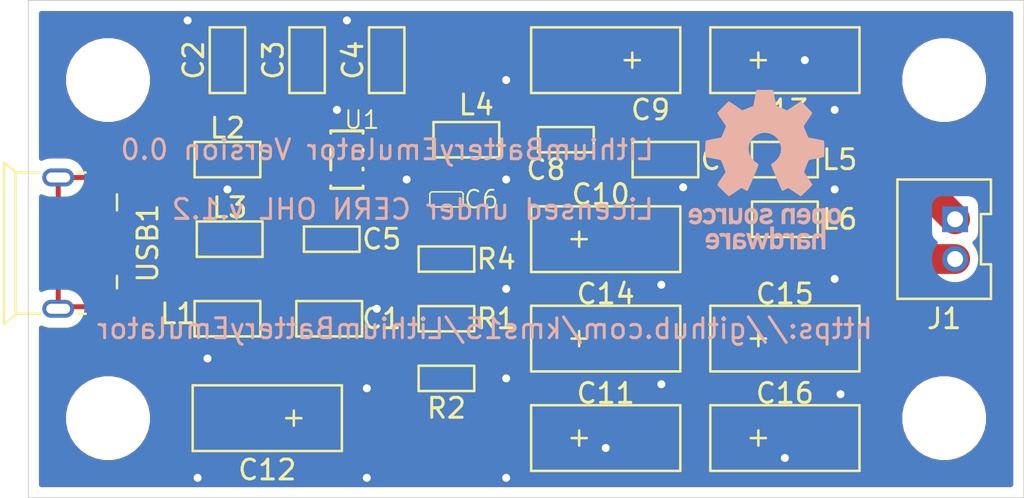
<source format=kicad_pcb>
(kicad_pcb (version 20171130) (host pcbnew 5.1.4+dfsg1-1)

  (general
    (thickness 1.6)
    (drawings 11)
    (tracks 192)
    (zones 0)
    (modules 36)
    (nets 15)
  )

  (page A4)
  (layers
    (0 F.Cu signal)
    (31 B.Cu signal)
    (32 B.Adhes user)
    (33 F.Adhes user)
    (34 B.Paste user)
    (35 F.Paste user)
    (36 B.SilkS user)
    (37 F.SilkS user)
    (38 B.Mask user)
    (39 F.Mask user)
    (40 Dwgs.User user)
    (41 Cmts.User user)
    (42 Eco1.User user)
    (43 Eco2.User user)
    (44 Edge.Cuts user)
    (45 Margin user)
    (46 B.CrtYd user)
    (47 F.CrtYd user)
    (48 B.Fab user)
    (49 F.Fab user)
  )

  (setup
    (last_trace_width 0.25)
    (user_trace_width 1.5)
    (trace_clearance 0.2)
    (zone_clearance 0.508)
    (zone_45_only no)
    (trace_min 0.2)
    (via_size 0.8)
    (via_drill 0.4)
    (via_min_size 0.4)
    (via_min_drill 0.3)
    (uvia_size 0.3)
    (uvia_drill 0.1)
    (uvias_allowed no)
    (uvia_min_size 0.2)
    (uvia_min_drill 0.1)
    (edge_width 0.05)
    (segment_width 0.2)
    (pcb_text_width 0.3)
    (pcb_text_size 1.5 1.5)
    (mod_edge_width 0.12)
    (mod_text_size 1 1)
    (mod_text_width 0.15)
    (pad_size 1.524 1.524)
    (pad_drill 0.762)
    (pad_to_mask_clearance 0.051)
    (solder_mask_min_width 0.25)
    (aux_axis_origin 0 0)
    (visible_elements FFFFFFFF)
    (pcbplotparams
      (layerselection 0x010fc_ffffffff)
      (usegerberextensions false)
      (usegerberattributes false)
      (usegerberadvancedattributes false)
      (creategerberjobfile false)
      (excludeedgelayer true)
      (linewidth 0.100000)
      (plotframeref false)
      (viasonmask false)
      (mode 1)
      (useauxorigin false)
      (hpglpennumber 1)
      (hpglpenspeed 20)
      (hpglpendiameter 15.000000)
      (psnegative false)
      (psa4output false)
      (plotreference true)
      (plotvalue true)
      (plotinvisibletext false)
      (padsonsilk false)
      (subtractmaskfromsilk false)
      (outputformat 1)
      (mirror false)
      (drillshape 0)
      (scaleselection 1)
      (outputdirectory "gerbers/"))
  )

  (net 0 "")
  (net 1 "Net-(C6-Pad1)")
  (net 2 "Net-(J1-Pad1)")
  (net 3 "Net-(J1-Pad2)")
  (net 4 "Net-(L1-Pad1)")
  (net 5 "Net-(L2-Pad1)")
  (net 6 "Net-(L3-Pad1)")
  (net 7 "Net-(L4-Pad1)")
  (net 8 "Net-(R1-Pad2)")
  (net 9 "Net-(USB1-Pad2)")
  (net 10 "Net-(USB1-Pad3)")
  (net 11 "Net-(USB1-Pad4)")
  (net 12 GND)
  (net 13 /USB_POWER)
  (net 14 /4V1_POWER)

  (net_class Default "This is the default net class."
    (clearance 0.2)
    (trace_width 0.25)
    (via_dia 0.8)
    (via_drill 0.4)
    (uvia_dia 0.3)
    (uvia_drill 0.1)
    (add_net /4V1_POWER)
    (add_net /USB_POWER)
    (add_net GND)
    (add_net "Net-(C6-Pad1)")
    (add_net "Net-(J1-Pad1)")
    (add_net "Net-(J1-Pad2)")
    (add_net "Net-(L1-Pad1)")
    (add_net "Net-(L2-Pad1)")
    (add_net "Net-(L3-Pad1)")
    (add_net "Net-(L4-Pad1)")
    (add_net "Net-(R1-Pad2)")
    (add_net "Net-(USB1-Pad2)")
    (add_net "Net-(USB1-Pad3)")
    (add_net "Net-(USB1-Pad4)")
  )

  (module Fiducial:Fiducial_0.5mm_Mask1.5mm (layer F.Cu) (tedit 5C18D139) (tstamp 5E0E998C)
    (at 87 87.5)
    (descr "Circular Fiducial, 0.5mm bare copper, 1.5mm soldermask opening")
    (tags fiducial)
    (attr smd)
    (fp_text reference REF** (at 0 -1.7145) (layer F.SilkS) hide
      (effects (font (size 1 1) (thickness 0.15)))
    )
    (fp_text value Fiducial_0.5mm_Mask1.5mm (at 3.25 0.5) (layer F.Fab)
      (effects (font (size 0.2 0.2) (thickness 0.05)))
    )
    (fp_circle (center 0 0) (end 0.75 0) (layer F.Fab) (width 0.1))
    (fp_text user %R (at 0 0) (layer F.Fab) hide
      (effects (font (size 0.2 0.2) (thickness 0.04)))
    )
    (fp_circle (center 0 0) (end 1 0) (layer F.CrtYd) (width 0.05))
    (pad "" smd circle (at 0 0) (size 0.5 0.5) (layers F.Cu F.Mask)
      (solder_mask_margin 0.5) (clearance 0.5))
  )

  (module Fiducial:Fiducial_0.5mm_Mask1.5mm (layer F.Cu) (tedit 5C18D139) (tstamp 5E0E94DC)
    (at 100.5 74)
    (descr "Circular Fiducial, 0.5mm bare copper, 1.5mm soldermask opening")
    (tags fiducial)
    (attr smd)
    (fp_text reference REF** (at 2.5 -1.7145) (layer F.SilkS) hide
      (effects (font (size 1 1) (thickness 0.15)))
    )
    (fp_text value Fiducial_0.5mm_Mask1.5mm (at 2 -1.25) (layer F.Fab)
      (effects (font (size 0.2 0.2) (thickness 0.05)))
    )
    (fp_circle (center 0 0) (end 0.75 0) (layer F.Fab) (width 0.1))
    (fp_text user %R (at 0 0) (layer F.Fab) hide
      (effects (font (size 0.2 0.2) (thickness 0.04)))
    )
    (fp_circle (center 0 0) (end 1 0) (layer F.CrtYd) (width 0.05))
    (pad "" smd circle (at 0 0) (size 0.5 0.5) (layers F.Cu F.Mask)
      (solder_mask_margin 0.5) (clearance 0.5))
  )

  (module Fiducial:Fiducial_0.5mm_Mask1.5mm (layer F.Cu) (tedit 5C18D139) (tstamp 5E0E992C)
    (at 123.5 86.5)
    (descr "Circular Fiducial, 0.5mm bare copper, 1.5mm soldermask opening")
    (tags fiducial)
    (attr smd)
    (fp_text reference REF** (at 0 -1.7145) (layer F.SilkS) hide
      (effects (font (size 1 1) (thickness 0.15)))
    )
    (fp_text value Fiducial_0.5mm_Mask1.5mm (at 0.75 1.25) (layer F.Fab)
      (effects (font (size 0.2 0.2) (thickness 0.05)))
    )
    (fp_circle (center 0 0) (end 0.75 0) (layer F.Fab) (width 0.1))
    (fp_text user %R (at 0 0) (layer F.Fab) hide
      (effects (font (size 0.2 0.2) (thickness 0.04)))
    )
    (fp_circle (center 0 0) (end 1 0) (layer F.CrtYd) (width 0.05))
    (pad "" smd circle (at 0 0) (size 0.5 0.5) (layers F.Cu F.Mask)
      (solder_mask_margin 0.5) (clearance 0.5))
  )

  (module Symbol:OSHW-Logo_7.5x8mm_SilkScreen (layer B.Cu) (tedit 0) (tstamp 5E0D6243)
    (at 117 78.5 180)
    (descr "Open Source Hardware Logo")
    (tags "Logo OSHW")
    (attr virtual)
    (fp_text reference REF** (at 0 0) (layer B.SilkS) hide
      (effects (font (size 1 1) (thickness 0.15)) (justify mirror))
    )
    (fp_text value OSHW-Logo_7.5x8mm_SilkScreen (at 0.75 0) (layer B.Fab) hide
      (effects (font (size 1 1) (thickness 0.15)) (justify mirror))
    )
    (fp_poly (pts (xy 0.500964 3.601424) (xy 0.576513 3.200678) (xy 1.134041 2.970846) (xy 1.468465 3.198252)
      (xy 1.562122 3.261569) (xy 1.646782 3.318104) (xy 1.718495 3.365273) (xy 1.773311 3.400498)
      (xy 1.80728 3.421195) (xy 1.81653 3.425658) (xy 1.833195 3.41418) (xy 1.868806 3.382449)
      (xy 1.919371 3.334517) (xy 1.9809 3.274438) (xy 2.049399 3.206267) (xy 2.120879 3.134055)
      (xy 2.191347 3.061858) (xy 2.256811 2.993727) (xy 2.31328 2.933717) (xy 2.356763 2.885881)
      (xy 2.383268 2.854273) (xy 2.389605 2.843695) (xy 2.380486 2.824194) (xy 2.35492 2.781469)
      (xy 2.315597 2.719702) (xy 2.265203 2.643069) (xy 2.206427 2.555752) (xy 2.172368 2.505948)
      (xy 2.110289 2.415007) (xy 2.055126 2.332941) (xy 2.009554 2.263837) (xy 1.97625 2.211778)
      (xy 1.95789 2.18085) (xy 1.955131 2.17435) (xy 1.961385 2.155879) (xy 1.978434 2.112828)
      (xy 2.003703 2.051251) (xy 2.034622 1.977201) (xy 2.068618 1.89673) (xy 2.103118 1.815893)
      (xy 2.135551 1.740742) (xy 2.163343 1.677329) (xy 2.183923 1.631707) (xy 2.194719 1.609931)
      (xy 2.195356 1.609074) (xy 2.212307 1.604916) (xy 2.257451 1.595639) (xy 2.32611 1.582156)
      (xy 2.413602 1.565379) (xy 2.51525 1.546219) (xy 2.574556 1.53517) (xy 2.683172 1.51449)
      (xy 2.781277 1.494811) (xy 2.863909 1.477211) (xy 2.926104 1.462767) (xy 2.962899 1.452554)
      (xy 2.970296 1.449314) (xy 2.97754 1.427383) (xy 2.983385 1.377853) (xy 2.987835 1.306515)
      (xy 2.990893 1.219161) (xy 2.992565 1.121583) (xy 2.992853 1.019574) (xy 2.991761 0.918925)
      (xy 2.989294 0.825428) (xy 2.985456 0.744875) (xy 2.98025 0.683058) (xy 2.973681 0.64577)
      (xy 2.969741 0.638007) (xy 2.946188 0.628702) (xy 2.896282 0.6154) (xy 2.826623 0.599663)
      (xy 2.743813 0.583054) (xy 2.714905 0.577681) (xy 2.575531 0.552152) (xy 2.465436 0.531592)
      (xy 2.380982 0.515185) (xy 2.31853 0.502113) (xy 2.274444 0.491559) (xy 2.245085 0.482706)
      (xy 2.226815 0.474737) (xy 2.215998 0.466835) (xy 2.214485 0.465273) (xy 2.199377 0.440114)
      (xy 2.176329 0.39115) (xy 2.147644 0.324379) (xy 2.115622 0.245795) (xy 2.082565 0.161393)
      (xy 2.050773 0.07717) (xy 2.022549 -0.000879) (xy 2.000193 -0.066759) (xy 1.986007 -0.114473)
      (xy 1.982293 -0.138027) (xy 1.982602 -0.138852) (xy 1.995189 -0.158104) (xy 2.023744 -0.200463)
      (xy 2.065267 -0.261521) (xy 2.116756 -0.336868) (xy 2.175211 -0.422096) (xy 2.191858 -0.446315)
      (xy 2.251215 -0.534123) (xy 2.303447 -0.614238) (xy 2.345708 -0.682062) (xy 2.375153 -0.732993)
      (xy 2.388937 -0.762431) (xy 2.389605 -0.766048) (xy 2.378024 -0.785057) (xy 2.346024 -0.822714)
      (xy 2.297718 -0.874973) (xy 2.23722 -0.937786) (xy 2.168644 -1.007106) (xy 2.096104 -1.078885)
      (xy 2.023712 -1.149077) (xy 1.955584 -1.213635) (xy 1.895832 -1.26851) (xy 1.848571 -1.309656)
      (xy 1.817913 -1.333026) (xy 1.809432 -1.336842) (xy 1.789691 -1.327855) (xy 1.749274 -1.303616)
      (xy 1.694763 -1.268209) (xy 1.652823 -1.239711) (xy 1.576829 -1.187418) (xy 1.486834 -1.125845)
      (xy 1.396564 -1.06437) (xy 1.348032 -1.031469) (xy 1.183762 -0.920359) (xy 1.045869 -0.994916)
      (xy 0.983049 -1.027578) (xy 0.929629 -1.052966) (xy 0.893484 -1.067446) (xy 0.884284 -1.06946)
      (xy 0.873221 -1.054584) (xy 0.851394 -1.012547) (xy 0.820434 -0.947227) (xy 0.78197 -0.8625)
      (xy 0.737632 -0.762245) (xy 0.689047 -0.650339) (xy 0.637846 -0.530659) (xy 0.585659 -0.407084)
      (xy 0.534113 -0.283491) (xy 0.48484 -0.163757) (xy 0.439467 -0.051759) (xy 0.399625 0.048623)
      (xy 0.366942 0.133514) (xy 0.343049 0.199035) (xy 0.329574 0.24131) (xy 0.327406 0.255828)
      (xy 0.344583 0.274347) (xy 0.38219 0.30441) (xy 0.432366 0.339768) (xy 0.436578 0.342566)
      (xy 0.566264 0.446375) (xy 0.670834 0.567485) (xy 0.749381 0.702024) (xy 0.800999 0.846118)
      (xy 0.824782 0.995895) (xy 0.819823 1.147483) (xy 0.785217 1.297008) (xy 0.720057 1.4406)
      (xy 0.700886 1.472016) (xy 0.601174 1.598875) (xy 0.483377 1.700745) (xy 0.351571 1.777096)
      (xy 0.209833 1.827398) (xy 0.062242 1.851121) (xy -0.087127 1.847735) (xy -0.234197 1.816712)
      (xy -0.374889 1.75752) (xy -0.505127 1.669631) (xy -0.545414 1.633958) (xy -0.647945 1.522294)
      (xy -0.722659 1.404743) (xy -0.77391 1.27298) (xy -0.802454 1.142493) (xy -0.8095 0.995784)
      (xy -0.786004 0.848347) (xy -0.734351 0.705166) (xy -0.656929 0.571223) (xy -0.556125 0.451502)
      (xy -0.434324 0.350986) (xy -0.418316 0.340391) (xy -0.367602 0.305694) (xy -0.32905 0.27563)
      (xy -0.310619 0.256435) (xy -0.310351 0.255828) (xy -0.314308 0.235064) (xy -0.329993 0.187938)
      (xy -0.355778 0.118327) (xy -0.390031 0.030107) (xy -0.431123 -0.072844) (xy -0.477424 -0.18665)
      (xy -0.527304 -0.307435) (xy -0.579133 -0.431321) (xy -0.631281 -0.554432) (xy -0.682118 -0.672891)
      (xy -0.730013 -0.782823) (xy -0.773338 -0.880349) (xy -0.810462 -0.961593) (xy -0.839756 -1.022679)
      (xy -0.859588 -1.05973) (xy -0.867574 -1.06946) (xy -0.891979 -1.061883) (xy -0.937642 -1.04156)
      (xy -0.99669 -1.012125) (xy -1.02916 -0.994916) (xy -1.167053 -0.920359) (xy -1.331323 -1.031469)
      (xy -1.415179 -1.08839) (xy -1.506987 -1.15103) (xy -1.59302 -1.210011) (xy -1.636113 -1.239711)
      (xy -1.696723 -1.28041) (xy -1.748045 -1.312663) (xy -1.783385 -1.332384) (xy -1.794863 -1.336554)
      (xy -1.81157 -1.325307) (xy -1.848546 -1.293911) (xy -1.902205 -1.245624) (xy -1.968962 -1.183708)
      (xy -2.045234 -1.111421) (xy -2.093473 -1.065008) (xy -2.177867 -0.982087) (xy -2.250803 -0.90792)
      (xy -2.309331 -0.84568) (xy -2.350503 -0.798541) (xy -2.371372 -0.769673) (xy -2.373374 -0.763815)
      (xy -2.364083 -0.741532) (xy -2.338409 -0.696477) (xy -2.2992 -0.633211) (xy -2.249303 -0.556295)
      (xy -2.191567 -0.470292) (xy -2.175149 -0.446315) (xy -2.115323 -0.35917) (xy -2.06165 -0.28071)
      (xy -2.01713 -0.215345) (xy -1.984765 -0.167484) (xy -1.967555 -0.141535) (xy -1.965893 -0.138852)
      (xy -1.968379 -0.118172) (xy -1.981577 -0.072704) (xy -2.003186 -0.008444) (xy -2.030904 0.068613)
      (xy -2.06243 0.152471) (xy -2.095463 0.237134) (xy -2.127701 0.316608) (xy -2.156843 0.384896)
      (xy -2.180588 0.436003) (xy -2.196635 0.463933) (xy -2.197775 0.465273) (xy -2.207588 0.473255)
      (xy -2.224161 0.481149) (xy -2.251132 0.489771) (xy -2.292139 0.499938) (xy -2.35082 0.512469)
      (xy -2.430813 0.528179) (xy -2.535755 0.547887) (xy -2.669285 0.572408) (xy -2.698196 0.577681)
      (xy -2.783882 0.594236) (xy -2.858582 0.610431) (xy -2.915694 0.624704) (xy -2.948617 0.635492)
      (xy -2.953031 0.638007) (xy -2.960306 0.660304) (xy -2.966219 0.710131) (xy -2.970766 0.781696)
      (xy -2.973945 0.869207) (xy -2.975749 0.966872) (xy -2.976177 1.068899) (xy -2.975223 1.169497)
      (xy -2.972884 1.262873) (xy -2.969156 1.343235) (xy -2.964034 1.404791) (xy -2.957516 1.44175)
      (xy -2.953586 1.449314) (xy -2.931708 1.456944) (xy -2.881891 1.469358) (xy -2.809097 1.485478)
      (xy -2.718289 1.504227) (xy -2.614431 1.524529) (xy -2.557846 1.53517) (xy -2.450486 1.55524)
      (xy -2.354746 1.57342) (xy -2.275306 1.588801) (xy -2.216846 1.600469) (xy -2.184045 1.607512)
      (xy -2.178646 1.609074) (xy -2.169522 1.626678) (xy -2.150235 1.669082) (xy -2.123355 1.730228)
      (xy -2.091454 1.804057) (xy -2.057102 1.884511) (xy -2.022871 1.965532) (xy -1.991331 2.041063)
      (xy -1.965054 2.105045) (xy -1.946611 2.15142) (xy -1.938571 2.174131) (xy -1.938422 2.175124)
      (xy -1.947535 2.193039) (xy -1.973086 2.234267) (xy -2.012388 2.294709) (xy -2.062757 2.370269)
      (xy -2.121506 2.456848) (xy -2.155658 2.506579) (xy -2.21789 2.597764) (xy -2.273164 2.680551)
      (xy -2.318782 2.750751) (xy -2.352048 2.804176) (xy -2.370264 2.836639) (xy -2.372895 2.843917)
      (xy -2.361586 2.860855) (xy -2.330319 2.897022) (xy -2.28309 2.948365) (xy -2.223892 3.010833)
      (xy -2.156719 3.080374) (xy -2.085566 3.152935) (xy -2.014426 3.224465) (xy -1.947293 3.290913)
      (xy -1.888161 3.348226) (xy -1.841025 3.392353) (xy -1.809877 3.419241) (xy -1.799457 3.425658)
      (xy -1.782491 3.416635) (xy -1.741911 3.391285) (xy -1.681663 3.35219) (xy -1.605693 3.301929)
      (xy -1.517946 3.243083) (xy -1.451756 3.198252) (xy -1.117332 2.970846) (xy -0.838567 3.085762)
      (xy -0.559803 3.200678) (xy -0.484254 3.601424) (xy -0.408706 4.002171) (xy 0.425415 4.002171)
      (xy 0.500964 3.601424)) (layer B.SilkS) (width 0.01))
    (fp_poly (pts (xy 2.391388 -1.937645) (xy 2.448865 -1.955206) (xy 2.485872 -1.977395) (xy 2.497927 -1.994942)
      (xy 2.494609 -2.015742) (xy 2.473079 -2.048419) (xy 2.454874 -2.071562) (xy 2.417344 -2.113402)
      (xy 2.389148 -2.131005) (xy 2.365111 -2.129856) (xy 2.293808 -2.11171) (xy 2.241442 -2.112534)
      (xy 2.198918 -2.133098) (xy 2.184642 -2.145134) (xy 2.138947 -2.187483) (xy 2.138947 -2.740526)
      (xy 1.955131 -2.740526) (xy 1.955131 -1.938421) (xy 2.047039 -1.938421) (xy 2.102219 -1.940603)
      (xy 2.130688 -1.948351) (xy 2.138943 -1.963468) (xy 2.138947 -1.963916) (xy 2.142845 -1.979749)
      (xy 2.160474 -1.977684) (xy 2.184901 -1.966261) (xy 2.23535 -1.945005) (xy 2.276316 -1.932216)
      (xy 2.329028 -1.928938) (xy 2.391388 -1.937645)) (layer B.SilkS) (width 0.01))
    (fp_poly (pts (xy -1.002043 -1.952226) (xy -0.960454 -1.97209) (xy -0.920175 -2.000784) (xy -0.88949 -2.033809)
      (xy -0.867139 -2.075931) (xy -0.851864 -2.131915) (xy -0.842408 -2.206528) (xy -0.837513 -2.304535)
      (xy -0.835919 -2.430702) (xy -0.835894 -2.443914) (xy -0.835527 -2.740526) (xy -1.019343 -2.740526)
      (xy -1.019343 -2.467081) (xy -1.019473 -2.365777) (xy -1.020379 -2.292353) (xy -1.022827 -2.241271)
      (xy -1.027586 -2.20699) (xy -1.035426 -2.183971) (xy -1.047115 -2.166673) (xy -1.063398 -2.149581)
      (xy -1.120366 -2.112857) (xy -1.182555 -2.106042) (xy -1.241801 -2.129261) (xy -1.262405 -2.146543)
      (xy -1.27753 -2.162791) (xy -1.28839 -2.180191) (xy -1.29569 -2.204212) (xy -1.300137 -2.240322)
      (xy -1.302436 -2.293988) (xy -1.303296 -2.37068) (xy -1.303422 -2.464043) (xy -1.303422 -2.740526)
      (xy -1.487237 -2.740526) (xy -1.487237 -1.938421) (xy -1.395329 -1.938421) (xy -1.340149 -1.940603)
      (xy -1.31168 -1.948351) (xy -1.303425 -1.963468) (xy -1.303422 -1.963916) (xy -1.299592 -1.97872)
      (xy -1.282699 -1.97704) (xy -1.249112 -1.960773) (xy -1.172937 -1.93684) (xy -1.0858 -1.934178)
      (xy -1.002043 -1.952226)) (layer B.SilkS) (width 0.01))
    (fp_poly (pts (xy 3.558784 -1.935554) (xy 3.601574 -1.945949) (xy 3.683609 -1.984013) (xy 3.753757 -2.042149)
      (xy 3.802305 -2.111852) (xy 3.808975 -2.127502) (xy 3.818124 -2.168496) (xy 3.824529 -2.229138)
      (xy 3.82671 -2.29043) (xy 3.82671 -2.406316) (xy 3.584407 -2.406316) (xy 3.484471 -2.406693)
      (xy 3.414069 -2.408987) (xy 3.369313 -2.414938) (xy 3.346315 -2.426285) (xy 3.341189 -2.444771)
      (xy 3.350048 -2.472136) (xy 3.365917 -2.504155) (xy 3.410184 -2.557592) (xy 3.471699 -2.584215)
      (xy 3.546885 -2.583347) (xy 3.632053 -2.554371) (xy 3.705659 -2.518611) (xy 3.766734 -2.566904)
      (xy 3.82781 -2.615197) (xy 3.770351 -2.668285) (xy 3.693641 -2.718445) (xy 3.599302 -2.748688)
      (xy 3.497827 -2.757151) (xy 3.399711 -2.741974) (xy 3.383881 -2.736824) (xy 3.297647 -2.691791)
      (xy 3.233501 -2.624652) (xy 3.190091 -2.533405) (xy 3.166064 -2.416044) (xy 3.165784 -2.413529)
      (xy 3.163633 -2.285627) (xy 3.172329 -2.239997) (xy 3.342105 -2.239997) (xy 3.357697 -2.247013)
      (xy 3.400029 -2.252388) (xy 3.462434 -2.255457) (xy 3.501981 -2.255921) (xy 3.575728 -2.25563)
      (xy 3.62184 -2.253783) (xy 3.6461 -2.248912) (xy 3.654294 -2.239555) (xy 3.652206 -2.224245)
      (xy 3.650455 -2.218322) (xy 3.62056 -2.162668) (xy 3.573542 -2.117815) (xy 3.532049 -2.098105)
      (xy 3.476926 -2.099295) (xy 3.421068 -2.123875) (xy 3.374212 -2.16457) (xy 3.346094 -2.214108)
      (xy 3.342105 -2.239997) (xy 3.172329 -2.239997) (xy 3.185074 -2.173133) (xy 3.227611 -2.078727)
      (xy 3.288747 -2.005088) (xy 3.365985 -1.954893) (xy 3.45683 -1.930822) (xy 3.558784 -1.935554)) (layer B.SilkS) (width 0.01))
    (fp_poly (pts (xy 2.946576 -1.945419) (xy 3.043395 -1.986549) (xy 3.07389 -2.006571) (xy 3.112865 -2.03734)
      (xy 3.137331 -2.061533) (xy 3.141578 -2.069413) (xy 3.129584 -2.086899) (xy 3.098887 -2.11657)
      (xy 3.074312 -2.137279) (xy 3.007046 -2.191336) (xy 2.95393 -2.146642) (xy 2.912884 -2.117789)
      (xy 2.872863 -2.107829) (xy 2.827059 -2.110261) (xy 2.754324 -2.128345) (xy 2.704256 -2.165881)
      (xy 2.673829 -2.226562) (xy 2.660017 -2.314081) (xy 2.660013 -2.314136) (xy 2.661208 -2.411958)
      (xy 2.679772 -2.48373) (xy 2.716804 -2.532595) (xy 2.74205 -2.549143) (xy 2.809097 -2.569749)
      (xy 2.880709 -2.569762) (xy 2.943015 -2.549768) (xy 2.957763 -2.54) (xy 2.99475 -2.515047)
      (xy 3.023668 -2.510958) (xy 3.054856 -2.52953) (xy 3.089336 -2.562887) (xy 3.143912 -2.619196)
      (xy 3.083318 -2.669142) (xy 2.989698 -2.725513) (xy 2.884125 -2.753293) (xy 2.773798 -2.751282)
      (xy 2.701343 -2.732862) (xy 2.616656 -2.68731) (xy 2.548927 -2.61565) (xy 2.518157 -2.565066)
      (xy 2.493236 -2.492488) (xy 2.480766 -2.400569) (xy 2.48067 -2.300948) (xy 2.49287 -2.205267)
      (xy 2.51729 -2.125169) (xy 2.521136 -2.116956) (xy 2.578093 -2.036413) (xy 2.655209 -1.977771)
      (xy 2.74639 -1.942247) (xy 2.845543 -1.931057) (xy 2.946576 -1.945419)) (layer B.SilkS) (width 0.01))
    (fp_poly (pts (xy 1.320131 -2.198533) (xy 1.32171 -2.321089) (xy 1.327481 -2.414179) (xy 1.338991 -2.481651)
      (xy 1.35779 -2.527355) (xy 1.385426 -2.555139) (xy 1.423448 -2.568854) (xy 1.470526 -2.572358)
      (xy 1.519832 -2.568432) (xy 1.557283 -2.554089) (xy 1.584428 -2.525478) (xy 1.602815 -2.478751)
      (xy 1.613993 -2.410058) (xy 1.619511 -2.31555) (xy 1.620921 -2.198533) (xy 1.620921 -1.938421)
      (xy 1.804736 -1.938421) (xy 1.804736 -2.740526) (xy 1.712828 -2.740526) (xy 1.657422 -2.738281)
      (xy 1.628891 -2.730396) (xy 1.620921 -2.715428) (xy 1.61612 -2.702097) (xy 1.597014 -2.704917)
      (xy 1.558504 -2.723783) (xy 1.470239 -2.752887) (xy 1.376623 -2.750825) (xy 1.286921 -2.719221)
      (xy 1.244204 -2.694257) (xy 1.211621 -2.667226) (xy 1.187817 -2.633405) (xy 1.171439 -2.588068)
      (xy 1.161131 -2.526489) (xy 1.155541 -2.443943) (xy 1.153312 -2.335705) (xy 1.153026 -2.252004)
      (xy 1.153026 -1.938421) (xy 1.320131 -1.938421) (xy 1.320131 -2.198533)) (layer B.SilkS) (width 0.01))
    (fp_poly (pts (xy 0.811669 -1.94831) (xy 0.896192 -1.99434) (xy 0.962321 -2.067006) (xy 0.993478 -2.126106)
      (xy 1.006855 -2.178305) (xy 1.015522 -2.252719) (xy 1.019237 -2.338442) (xy 1.017754 -2.424569)
      (xy 1.010831 -2.500193) (xy 1.002745 -2.540584) (xy 0.975465 -2.59584) (xy 0.92822 -2.65453)
      (xy 0.871282 -2.705852) (xy 0.814924 -2.739005) (xy 0.81355 -2.739531) (xy 0.743616 -2.754018)
      (xy 0.660737 -2.754377) (xy 0.581977 -2.741188) (xy 0.551566 -2.730617) (xy 0.473239 -2.686201)
      (xy 0.417143 -2.628007) (xy 0.380286 -2.550965) (xy 0.35968 -2.450001) (xy 0.355018 -2.397116)
      (xy 0.355613 -2.330663) (xy 0.534736 -2.330663) (xy 0.54077 -2.42763) (xy 0.558138 -2.501523)
      (xy 0.58574 -2.548736) (xy 0.605404 -2.562237) (xy 0.655787 -2.571651) (xy 0.715673 -2.568864)
      (xy 0.767449 -2.555316) (xy 0.781027 -2.547862) (xy 0.816849 -2.504451) (xy 0.840493 -2.438014)
      (xy 0.850558 -2.357161) (xy 0.845642 -2.270502) (xy 0.834655 -2.218349) (xy 0.803109 -2.157951)
      (xy 0.753311 -2.120197) (xy 0.693337 -2.107143) (xy 0.631264 -2.120849) (xy 0.583582 -2.154372)
      (xy 0.558525 -2.182031) (xy 0.5439 -2.209294) (xy 0.536929 -2.24619) (xy 0.534833 -2.30275)
      (xy 0.534736 -2.330663) (xy 0.355613 -2.330663) (xy 0.356282 -2.255994) (xy 0.379265 -2.140271)
      (xy 0.423972 -2.049941) (xy 0.490405 -1.985) (xy 0.578565 -1.945445) (xy 0.597495 -1.940858)
      (xy 0.711266 -1.93009) (xy 0.811669 -1.94831)) (layer B.SilkS) (width 0.01))
    (fp_poly (pts (xy 0.018628 -1.935547) (xy 0.081908 -1.947548) (xy 0.147557 -1.972648) (xy 0.154572 -1.975848)
      (xy 0.204356 -2.002026) (xy 0.238834 -2.026353) (xy 0.249978 -2.041937) (xy 0.239366 -2.067353)
      (xy 0.213588 -2.104853) (xy 0.202146 -2.118852) (xy 0.154992 -2.173954) (xy 0.094201 -2.138086)
      (xy 0.036347 -2.114192) (xy -0.0305 -2.10142) (xy -0.094606 -2.100613) (xy -0.144236 -2.112615)
      (xy -0.156146 -2.120105) (xy -0.178828 -2.15445) (xy -0.181584 -2.194013) (xy -0.164612 -2.22492)
      (xy -0.154573 -2.230913) (xy -0.12449 -2.238357) (xy -0.071611 -2.247106) (xy -0.006425 -2.255467)
      (xy 0.0056 -2.256778) (xy 0.110297 -2.274888) (xy 0.186232 -2.305651) (xy 0.236592 -2.351907)
      (xy 0.264564 -2.416497) (xy 0.273278 -2.495387) (xy 0.26124 -2.585065) (xy 0.222151 -2.655486)
      (xy 0.155855 -2.706777) (xy 0.062194 -2.739067) (xy -0.041777 -2.751807) (xy -0.126562 -2.751654)
      (xy -0.195335 -2.740083) (xy -0.242303 -2.724109) (xy -0.30165 -2.696275) (xy -0.356494 -2.663973)
      (xy -0.375987 -2.649755) (xy -0.426119 -2.608835) (xy -0.305197 -2.486477) (xy -0.236457 -2.531967)
      (xy -0.167512 -2.566133) (xy -0.093889 -2.584004) (xy -0.023117 -2.585889) (xy 0.037274 -2.572101)
      (xy 0.079757 -2.542949) (xy 0.093474 -2.518352) (xy 0.091417 -2.478904) (xy 0.05733 -2.448737)
      (xy -0.008692 -2.427906) (xy -0.081026 -2.418279) (xy -0.192348 -2.39991) (xy -0.275048 -2.365254)
      (xy -0.330235 -2.313297) (xy -0.359012 -2.243023) (xy -0.362999 -2.159707) (xy -0.343307 -2.072681)
      (xy -0.298411 -2.006902) (xy -0.227909 -1.962068) (xy -0.131399 -1.937879) (xy -0.0599 -1.933137)
      (xy 0.018628 -1.935547)) (layer B.SilkS) (width 0.01))
    (fp_poly (pts (xy -1.802982 -1.957027) (xy -1.78633 -1.964866) (xy -1.728695 -2.007086) (xy -1.674195 -2.0687)
      (xy -1.633501 -2.136543) (xy -1.621926 -2.167734) (xy -1.611366 -2.223449) (xy -1.605069 -2.290781)
      (xy -1.604304 -2.318585) (xy -1.604211 -2.406316) (xy -2.10915 -2.406316) (xy -2.098387 -2.45227)
      (xy -2.071967 -2.50662) (xy -2.025778 -2.553591) (xy -1.970828 -2.583848) (xy -1.935811 -2.590131)
      (xy -1.888323 -2.582506) (xy -1.831665 -2.563383) (xy -1.812418 -2.554584) (xy -1.741241 -2.519036)
      (xy -1.680498 -2.565367) (xy -1.645448 -2.596703) (xy -1.626798 -2.622567) (xy -1.625853 -2.630158)
      (xy -1.642515 -2.648556) (xy -1.67903 -2.676515) (xy -1.712172 -2.698327) (xy -1.801607 -2.737537)
      (xy -1.901871 -2.755285) (xy -2.001246 -2.75067) (xy -2.080461 -2.726551) (xy -2.16212 -2.674884)
      (xy -2.220151 -2.606856) (xy -2.256454 -2.518843) (xy -2.272928 -2.407216) (xy -2.274389 -2.356138)
      (xy -2.268543 -2.239091) (xy -2.267825 -2.235686) (xy -2.100511 -2.235686) (xy -2.095903 -2.246662)
      (xy -2.076964 -2.252715) (xy -2.037902 -2.25531) (xy -1.972923 -2.25591) (xy -1.947903 -2.255921)
      (xy -1.871779 -2.255014) (xy -1.823504 -2.25172) (xy -1.79754 -2.245181) (xy -1.788352 -2.234537)
      (xy -1.788027 -2.231119) (xy -1.798513 -2.203956) (xy -1.824758 -2.165903) (xy -1.836041 -2.152579)
      (xy -1.877928 -2.114896) (xy -1.921591 -2.10008) (xy -1.945115 -2.098842) (xy -2.008757 -2.114329)
      (xy -2.062127 -2.15593) (xy -2.095981 -2.216353) (xy -2.096581 -2.218322) (xy -2.100511 -2.235686)
      (xy -2.267825 -2.235686) (xy -2.249101 -2.146928) (xy -2.214078 -2.07319) (xy -2.171244 -2.020848)
      (xy -2.092052 -1.964092) (xy -1.99896 -1.933762) (xy -1.899945 -1.931021) (xy -1.802982 -1.957027)) (layer B.SilkS) (width 0.01))
    (fp_poly (pts (xy -3.373216 -1.947104) (xy -3.285795 -1.985754) (xy -3.21943 -2.05029) (xy -3.174024 -2.140812)
      (xy -3.149482 -2.257418) (xy -3.147723 -2.275624) (xy -3.146344 -2.403984) (xy -3.164216 -2.516496)
      (xy -3.20025 -2.607688) (xy -3.219545 -2.637022) (xy -3.286755 -2.699106) (xy -3.37235 -2.739316)
      (xy -3.46811 -2.756003) (xy -3.565813 -2.747517) (xy -3.640083 -2.72138) (xy -3.703953 -2.677335)
      (xy -3.756154 -2.619587) (xy -3.757057 -2.618236) (xy -3.778256 -2.582593) (xy -3.792033 -2.546752)
      (xy -3.800376 -2.501519) (xy -3.805273 -2.437701) (xy -3.807431 -2.385368) (xy -3.808329 -2.33791)
      (xy -3.641257 -2.33791) (xy -3.639624 -2.385154) (xy -3.633696 -2.448046) (xy -3.623239 -2.488407)
      (xy -3.604381 -2.517122) (xy -3.586719 -2.533896) (xy -3.524106 -2.569016) (xy -3.458592 -2.57371)
      (xy -3.397579 -2.54844) (xy -3.367072 -2.520124) (xy -3.345089 -2.491589) (xy -3.332231 -2.464284)
      (xy -3.326588 -2.42875) (xy -3.326249 -2.375524) (xy -3.327988 -2.326506) (xy -3.331729 -2.256482)
      (xy -3.337659 -2.211064) (xy -3.348347 -2.18144) (xy -3.366361 -2.158797) (xy -3.380637 -2.145855)
      (xy -3.440349 -2.11186) (xy -3.504766 -2.110165) (xy -3.558781 -2.130301) (xy -3.60486 -2.172352)
      (xy -3.632311 -2.241428) (xy -3.641257 -2.33791) (xy -3.808329 -2.33791) (xy -3.809401 -2.281299)
      (xy -3.806036 -2.203468) (xy -3.795955 -2.14493) (xy -3.777774 -2.098737) (xy -3.75011 -2.057942)
      (xy -3.739854 -2.045828) (xy -3.675722 -1.985474) (xy -3.606934 -1.95022) (xy -3.522811 -1.93545)
      (xy -3.481791 -1.934243) (xy -3.373216 -1.947104)) (layer B.SilkS) (width 0.01))
    (fp_poly (pts (xy 2.701193 -3.196078) (xy 2.781068 -3.216845) (xy 2.847962 -3.259705) (xy 2.880351 -3.291723)
      (xy 2.933445 -3.367413) (xy 2.963873 -3.455216) (xy 2.974327 -3.56315) (xy 2.97438 -3.571875)
      (xy 2.974473 -3.659605) (xy 2.469534 -3.659605) (xy 2.480298 -3.705559) (xy 2.499732 -3.747178)
      (xy 2.533745 -3.790544) (xy 2.54086 -3.797467) (xy 2.602003 -3.834935) (xy 2.671729 -3.841289)
      (xy 2.751987 -3.816638) (xy 2.765592 -3.81) (xy 2.807319 -3.789819) (xy 2.835268 -3.778321)
      (xy 2.840145 -3.777258) (xy 2.857168 -3.787583) (xy 2.889633 -3.812845) (xy 2.906114 -3.82665)
      (xy 2.940264 -3.858361) (xy 2.951478 -3.879299) (xy 2.943695 -3.89856) (xy 2.939535 -3.903827)
      (xy 2.911357 -3.926878) (xy 2.864862 -3.954892) (xy 2.832434 -3.971246) (xy 2.740385 -4.000059)
      (xy 2.638476 -4.009395) (xy 2.541963 -3.998332) (xy 2.514934 -3.990412) (xy 2.431276 -3.945581)
      (xy 2.369266 -3.876598) (xy 2.328545 -3.782794) (xy 2.308755 -3.663498) (xy 2.306582 -3.601118)
      (xy 2.312926 -3.510298) (xy 2.473157 -3.510298) (xy 2.488655 -3.517012) (xy 2.530312 -3.52228)
      (xy 2.590876 -3.525389) (xy 2.631907 -3.525921) (xy 2.705711 -3.525408) (xy 2.752293 -3.523006)
      (xy 2.777848 -3.517422) (xy 2.788569 -3.507361) (xy 2.790657 -3.492763) (xy 2.776331 -3.447796)
      (xy 2.740262 -3.403353) (xy 2.692815 -3.369242) (xy 2.645349 -3.355288) (xy 2.580879 -3.367666)
      (xy 2.52507 -3.403452) (xy 2.486374 -3.455033) (xy 2.473157 -3.510298) (xy 2.312926 -3.510298)
      (xy 2.315821 -3.468866) (xy 2.344336 -3.363498) (xy 2.392729 -3.284178) (xy 2.461604 -3.230071)
      (xy 2.551565 -3.200343) (xy 2.6003 -3.194618) (xy 2.701193 -3.196078)) (layer B.SilkS) (width 0.01))
    (fp_poly (pts (xy 2.173167 -3.191447) (xy 2.237408 -3.204112) (xy 2.27398 -3.222864) (xy 2.312453 -3.254017)
      (xy 2.257717 -3.323127) (xy 2.223969 -3.364979) (xy 2.201053 -3.385398) (xy 2.178279 -3.388517)
      (xy 2.144956 -3.378472) (xy 2.129314 -3.372789) (xy 2.065542 -3.364404) (xy 2.00714 -3.382378)
      (xy 1.964264 -3.422982) (xy 1.957299 -3.435929) (xy 1.949713 -3.470224) (xy 1.943859 -3.533427)
      (xy 1.940011 -3.62106) (xy 1.938443 -3.72864) (xy 1.938421 -3.743944) (xy 1.938421 -4.010526)
      (xy 1.754605 -4.010526) (xy 1.754605 -3.19171) (xy 1.846513 -3.19171) (xy 1.899507 -3.193094)
      (xy 1.927115 -3.199252) (xy 1.937324 -3.213194) (xy 1.938421 -3.226344) (xy 1.938421 -3.260978)
      (xy 1.98245 -3.226344) (xy 2.032937 -3.202716) (xy 2.10076 -3.191033) (xy 2.173167 -3.191447)) (layer B.SilkS) (width 0.01))
    (fp_poly (pts (xy 1.379992 -3.196673) (xy 1.450427 -3.21378) (xy 1.470787 -3.222844) (xy 1.510253 -3.246583)
      (xy 1.540541 -3.273321) (xy 1.562952 -3.307699) (xy 1.578786 -3.35436) (xy 1.589343 -3.417946)
      (xy 1.595924 -3.503099) (xy 1.599828 -3.614462) (xy 1.60131 -3.688849) (xy 1.606765 -4.010526)
      (xy 1.51358 -4.010526) (xy 1.457047 -4.008156) (xy 1.427922 -4.000055) (xy 1.420394 -3.986451)
      (xy 1.41642 -3.971741) (xy 1.398652 -3.974554) (xy 1.37444 -3.986348) (xy 1.313828 -4.004427)
      (xy 1.235929 -4.009299) (xy 1.153995 -4.00133) (xy 1.081281 -3.980889) (xy 1.074759 -3.978051)
      (xy 1.008302 -3.931365) (xy 0.964491 -3.866464) (xy 0.944332 -3.7906) (xy 0.945872 -3.763344)
      (xy 1.110345 -3.763344) (xy 1.124837 -3.800024) (xy 1.167805 -3.826309) (xy 1.237129 -3.840417)
      (xy 1.274177 -3.84229) (xy 1.335919 -3.837494) (xy 1.37696 -3.818858) (xy 1.386973 -3.81)
      (xy 1.4141 -3.761806) (xy 1.420394 -3.718092) (xy 1.420394 -3.659605) (xy 1.33893 -3.659605)
      (xy 1.244234 -3.664432) (xy 1.177813 -3.679613) (xy 1.135846 -3.7062) (xy 1.126449 -3.718052)
      (xy 1.110345 -3.763344) (xy 0.945872 -3.763344) (xy 0.948829 -3.711026) (xy 0.978985 -3.634995)
      (xy 1.020131 -3.583612) (xy 1.045052 -3.561397) (xy 1.069448 -3.546798) (xy 1.101191 -3.537897)
      (xy 1.148152 -3.532775) (xy 1.218204 -3.529515) (xy 1.24599 -3.528577) (xy 1.420394 -3.522879)
      (xy 1.420138 -3.470091) (xy 1.413384 -3.414603) (xy 1.388964 -3.381052) (xy 1.33963 -3.359618)
      (xy 1.338306 -3.359236) (xy 1.26836 -3.350808) (xy 1.199914 -3.361816) (xy 1.149047 -3.388585)
      (xy 1.128637 -3.401803) (xy 1.106654 -3.399974) (xy 1.072826 -3.380824) (xy 1.052961 -3.367308)
      (xy 1.014106 -3.338432) (xy 0.990038 -3.316786) (xy 0.986176 -3.310589) (xy 1.002079 -3.278519)
      (xy 1.049065 -3.240219) (xy 1.069473 -3.227297) (xy 1.128143 -3.205041) (xy 1.207212 -3.192432)
      (xy 1.295041 -3.1896) (xy 1.379992 -3.196673)) (layer B.SilkS) (width 0.01))
    (fp_poly (pts (xy 0.37413 -3.195104) (xy 0.44022 -3.200066) (xy 0.526626 -3.459079) (xy 0.613031 -3.718092)
      (xy 0.640124 -3.626184) (xy 0.656428 -3.569384) (xy 0.677875 -3.492625) (xy 0.701035 -3.408251)
      (xy 0.71328 -3.362993) (xy 0.759344 -3.19171) (xy 0.949387 -3.19171) (xy 0.892582 -3.371349)
      (xy 0.864607 -3.459704) (xy 0.830813 -3.566281) (xy 0.79552 -3.677454) (xy 0.764013 -3.776579)
      (xy 0.69225 -4.002171) (xy 0.537286 -4.012253) (xy 0.49527 -3.873528) (xy 0.469359 -3.787351)
      (xy 0.441083 -3.692347) (xy 0.416369 -3.608441) (xy 0.415394 -3.605102) (xy 0.396935 -3.548248)
      (xy 0.380649 -3.509456) (xy 0.369242 -3.494787) (xy 0.366898 -3.496483) (xy 0.358671 -3.519225)
      (xy 0.343038 -3.56794) (xy 0.321904 -3.636502) (xy 0.29717 -3.718785) (xy 0.283787 -3.764046)
      (xy 0.211311 -4.010526) (xy 0.057495 -4.010526) (xy -0.065469 -3.622006) (xy -0.100012 -3.513022)
      (xy -0.131479 -3.414048) (xy -0.158384 -3.329736) (xy -0.179241 -3.264734) (xy -0.192562 -3.223692)
      (xy -0.196612 -3.211701) (xy -0.193406 -3.199423) (xy -0.168235 -3.194046) (xy -0.115854 -3.194584)
      (xy -0.107655 -3.19499) (xy -0.010518 -3.200066) (xy 0.0531 -3.434013) (xy 0.076484 -3.519333)
      (xy 0.097381 -3.594335) (xy 0.113951 -3.652507) (xy 0.124354 -3.687337) (xy 0.126276 -3.693016)
      (xy 0.134241 -3.686486) (xy 0.150304 -3.652654) (xy 0.172621 -3.596127) (xy 0.199345 -3.52151)
      (xy 0.221937 -3.454107) (xy 0.308041 -3.190143) (xy 0.37413 -3.195104)) (layer B.SilkS) (width 0.01))
    (fp_poly (pts (xy -0.267369 -4.010526) (xy -0.359277 -4.010526) (xy -0.412623 -4.008962) (xy -0.440407 -4.002485)
      (xy -0.45041 -3.988418) (xy -0.451185 -3.978906) (xy -0.452872 -3.959832) (xy -0.46351 -3.956174)
      (xy -0.491465 -3.967932) (xy -0.513205 -3.978906) (xy -0.596668 -4.004911) (xy -0.687396 -4.006416)
      (xy -0.761158 -3.987021) (xy -0.829846 -3.940165) (xy -0.882206 -3.871004) (xy -0.910878 -3.789427)
      (xy -0.911608 -3.784866) (xy -0.915868 -3.735101) (xy -0.917986 -3.663659) (xy -0.917816 -3.609626)
      (xy -0.73528 -3.609626) (xy -0.731051 -3.681441) (xy -0.721432 -3.740634) (xy -0.70841 -3.77406)
      (xy -0.659144 -3.81974) (xy -0.60065 -3.836115) (xy -0.540329 -3.822873) (xy -0.488783 -3.783373)
      (xy -0.469262 -3.756807) (xy -0.457848 -3.725106) (xy -0.452502 -3.678832) (xy -0.451185 -3.609328)
      (xy -0.453542 -3.540499) (xy -0.459767 -3.480026) (xy -0.468592 -3.439556) (xy -0.470063 -3.435929)
      (xy -0.505653 -3.392802) (xy -0.5576 -3.369124) (xy -0.615722 -3.365301) (xy -0.66984 -3.381738)
      (xy -0.709774 -3.41884) (xy -0.713917 -3.426222) (xy -0.726884 -3.471239) (xy -0.733948 -3.535967)
      (xy -0.73528 -3.609626) (xy -0.917816 -3.609626) (xy -0.917729 -3.58223) (xy -0.916528 -3.538405)
      (xy -0.908355 -3.429988) (xy -0.89137 -3.348588) (xy -0.863113 -3.288412) (xy -0.821128 -3.243666)
      (xy -0.780368 -3.2174) (xy -0.723419 -3.198935) (xy -0.652589 -3.192602) (xy -0.580059 -3.19776)
      (xy -0.518014 -3.213769) (xy -0.485232 -3.23292) (xy -0.451185 -3.263732) (xy -0.451185 -2.87421)
      (xy -0.267369 -2.87421) (xy -0.267369 -4.010526)) (layer B.SilkS) (width 0.01))
    (fp_poly (pts (xy -1.320119 -3.193486) (xy -1.295112 -3.200982) (xy -1.28705 -3.217451) (xy -1.286711 -3.224886)
      (xy -1.285264 -3.245594) (xy -1.275302 -3.248845) (xy -1.248388 -3.234648) (xy -1.232402 -3.224948)
      (xy -1.181967 -3.204175) (xy -1.121728 -3.193904) (xy -1.058566 -3.193114) (xy -0.999363 -3.200786)
      (xy -0.950998 -3.215898) (xy -0.920354 -3.237432) (xy -0.914311 -3.264366) (xy -0.917361 -3.27166)
      (xy -0.939594 -3.301937) (xy -0.97407 -3.339175) (xy -0.980306 -3.345195) (xy -1.013167 -3.372875)
      (xy -1.04152 -3.381818) (xy -1.081173 -3.375576) (xy -1.097058 -3.371429) (xy -1.146491 -3.361467)
      (xy -1.181248 -3.365947) (xy -1.2106 -3.381746) (xy -1.237487 -3.402949) (xy -1.25729 -3.429614)
      (xy -1.271052 -3.466827) (xy -1.279816 -3.519673) (xy -1.284626 -3.593237) (xy -1.286526 -3.692605)
      (xy -1.286711 -3.752601) (xy -1.286711 -4.010526) (xy -1.453816 -4.010526) (xy -1.453816 -3.19171)
      (xy -1.370264 -3.19171) (xy -1.320119 -3.193486)) (layer B.SilkS) (width 0.01))
    (fp_poly (pts (xy -1.839543 -3.198184) (xy -1.76093 -3.21916) (xy -1.701084 -3.25718) (xy -1.658853 -3.306978)
      (xy -1.645725 -3.32823) (xy -1.636032 -3.350492) (xy -1.629256 -3.37897) (xy -1.624877 -3.418871)
      (xy -1.622376 -3.475401) (xy -1.621232 -3.553767) (xy -1.620928 -3.659176) (xy -1.620922 -3.687142)
      (xy -1.620922 -4.010526) (xy -1.701132 -4.010526) (xy -1.752294 -4.006943) (xy -1.790123 -3.997866)
      (xy -1.799601 -3.992268) (xy -1.825512 -3.982606) (xy -1.851976 -3.992268) (xy -1.895548 -4.00433)
      (xy -1.95884 -4.009185) (xy -2.02899 -4.007078) (xy -2.09314 -3.998256) (xy -2.130593 -3.986937)
      (xy -2.203067 -3.940412) (xy -2.24836 -3.875846) (xy -2.268722 -3.79) (xy -2.268912 -3.787796)
      (xy -2.267125 -3.749713) (xy -2.105527 -3.749713) (xy -2.091399 -3.79303) (xy -2.068388 -3.817408)
      (xy -2.022196 -3.835845) (xy -1.961225 -3.843205) (xy -1.899051 -3.839583) (xy -1.849249 -3.825074)
      (xy -1.835297 -3.815765) (xy -1.810915 -3.772753) (xy -1.804737 -3.723857) (xy -1.804737 -3.659605)
      (xy -1.897182 -3.659605) (xy -1.985005 -3.666366) (xy -2.051582 -3.68552) (xy -2.092998 -3.715376)
      (xy -2.105527 -3.749713) (xy -2.267125 -3.749713) (xy -2.26451 -3.694004) (xy -2.233576 -3.619847)
      (xy -2.175419 -3.563767) (xy -2.16738 -3.558665) (xy -2.132837 -3.542055) (xy -2.090082 -3.531996)
      (xy -2.030314 -3.527107) (xy -1.95931 -3.525983) (xy -1.804737 -3.525921) (xy -1.804737 -3.461125)
      (xy -1.811294 -3.41085) (xy -1.828025 -3.377169) (xy -1.829984 -3.375376) (xy -1.867217 -3.360642)
      (xy -1.92342 -3.354931) (xy -1.985533 -3.357737) (xy -2.04049 -3.368556) (xy -2.073101 -3.384782)
      (xy -2.090772 -3.39778) (xy -2.109431 -3.400262) (xy -2.135181 -3.389613) (xy -2.174127 -3.363218)
      (xy -2.23237 -3.318465) (xy -2.237716 -3.314273) (xy -2.234977 -3.29876) (xy -2.212124 -3.27296)
      (xy -2.177391 -3.244289) (xy -2.13901 -3.220166) (xy -2.126952 -3.21447) (xy -2.082966 -3.203103)
      (xy -2.018513 -3.194995) (xy -1.946503 -3.191743) (xy -1.943136 -3.191736) (xy -1.839543 -3.198184)) (layer B.SilkS) (width 0.01))
    (fp_poly (pts (xy -2.53664 -1.952468) (xy -2.501408 -1.969874) (xy -2.45796 -2.000206) (xy -2.426294 -2.033283)
      (xy -2.404606 -2.074817) (xy -2.391097 -2.130522) (xy -2.383962 -2.206111) (xy -2.3814 -2.307296)
      (xy -2.38125 -2.350797) (xy -2.381688 -2.446135) (xy -2.383504 -2.514271) (xy -2.387455 -2.561418)
      (xy -2.394298 -2.59379) (xy -2.404789 -2.6176) (xy -2.415704 -2.633843) (xy -2.485381 -2.702952)
      (xy -2.567434 -2.744521) (xy -2.65595 -2.757023) (xy -2.745019 -2.738934) (xy -2.773237 -2.726142)
      (xy -2.84079 -2.690931) (xy -2.84079 -3.2427) (xy -2.791488 -3.217205) (xy -2.726527 -3.19748)
      (xy -2.64668 -3.192427) (xy -2.566948 -3.201756) (xy -2.506735 -3.222714) (xy -2.456792 -3.262627)
      (xy -2.414119 -3.319741) (xy -2.41091 -3.325605) (xy -2.397378 -3.353227) (xy -2.387495 -3.381068)
      (xy -2.380691 -3.414794) (xy -2.376399 -3.460071) (xy -2.374049 -3.522562) (xy -2.373072 -3.607935)
      (xy -2.372895 -3.70401) (xy -2.372895 -4.010526) (xy -2.556711 -4.010526) (xy -2.556711 -3.445339)
      (xy -2.608125 -3.402077) (xy -2.661534 -3.367472) (xy -2.712112 -3.36118) (xy -2.76297 -3.377372)
      (xy -2.790075 -3.393227) (xy -2.810249 -3.41581) (xy -2.824597 -3.44994) (xy -2.834224 -3.500434)
      (xy -2.840237 -3.572111) (xy -2.84374 -3.669788) (xy -2.844974 -3.734802) (xy -2.849145 -4.002171)
      (xy -2.936875 -4.007222) (xy -3.024606 -4.012273) (xy -3.024606 -2.353101) (xy -2.84079 -2.353101)
      (xy -2.836104 -2.4456) (xy -2.820312 -2.509809) (xy -2.790817 -2.549759) (xy -2.74502 -2.56948)
      (xy -2.69875 -2.573421) (xy -2.646372 -2.568892) (xy -2.61161 -2.551069) (xy -2.589872 -2.527519)
      (xy -2.57276 -2.502189) (xy -2.562573 -2.473969) (xy -2.55804 -2.434431) (xy -2.557891 -2.375142)
      (xy -2.559416 -2.325498) (xy -2.562919 -2.25071) (xy -2.568133 -2.201611) (xy -2.576913 -2.170467)
      (xy -2.591114 -2.149545) (xy -2.604516 -2.137452) (xy -2.660513 -2.111081) (xy -2.726789 -2.106822)
      (xy -2.764844 -2.115906) (xy -2.802523 -2.148196) (xy -2.827481 -2.211006) (xy -2.839578 -2.303894)
      (xy -2.84079 -2.353101) (xy -3.024606 -2.353101) (xy -3.024606 -1.938421) (xy -2.932698 -1.938421)
      (xy -2.877517 -1.940603) (xy -2.849048 -1.948351) (xy -2.840794 -1.963468) (xy -2.84079 -1.963916)
      (xy -2.83696 -1.97872) (xy -2.820067 -1.977039) (xy -2.786481 -1.960772) (xy -2.708222 -1.935887)
      (xy -2.620173 -1.933271) (xy -2.53664 -1.952468)) (layer B.SilkS) (width 0.01))
  )

  (module MountingHole:MountingHole_3.2mm_M3 (layer F.Cu) (tedit 56D1B4CB) (tstamp 5E0D23F8)
    (at 126 74)
    (descr "Mounting Hole 3.2mm, no annular, M3")
    (tags "mounting hole 3.2mm no annular m3")
    (attr virtual)
    (fp_text reference REF** (at 0.5 0) (layer F.SilkS) hide
      (effects (font (size 1 1) (thickness 0.15)))
    )
    (fp_text value MountingHole_3.2mm_M3 (at 0 -3.75) (layer F.Fab)
      (effects (font (size 0.2 0.2) (thickness 0.05)))
    )
    (fp_text user %R (at 0.3 0) (layer F.Fab) hide
      (effects (font (size 1 1) (thickness 0.15)))
    )
    (fp_circle (center 0 0) (end 3.2 0) (layer Cmts.User) (width 0.15))
    (fp_circle (center 0 0) (end 3.45 0) (layer F.CrtYd) (width 0.05))
    (pad 1 np_thru_hole circle (at 0 0) (size 3.2 3.2) (drill 3.2) (layers *.Cu *.Mask))
  )

  (module MountingHole:MountingHole_3.2mm_M3 (layer F.Cu) (tedit 56D1B4CB) (tstamp 5E0D4679)
    (at 126 91)
    (descr "Mounting Hole 3.2mm, no annular, M3")
    (tags "mounting hole 3.2mm no annular m3")
    (attr virtual)
    (fp_text reference REF** (at 0.5 0) (layer F.SilkS) hide
      (effects (font (size 1 1) (thickness 0.15)))
    )
    (fp_text value MountingHole_3.2mm_M3 (at 0 3.75) (layer F.Fab)
      (effects (font (size 0.2 0.2) (thickness 0.05)))
    )
    (fp_circle (center 0 0) (end 3.45 0) (layer F.CrtYd) (width 0.05))
    (fp_circle (center 0 0) (end 3.2 0) (layer Cmts.User) (width 0.15))
    (fp_text user %R (at 0.3 0) (layer F.Fab) hide
      (effects (font (size 1 1) (thickness 0.15)))
    )
    (pad 1 np_thru_hole circle (at 0 0) (size 3.2 3.2) (drill 3.2) (layers *.Cu *.Mask))
  )

  (module MountingHole:MountingHole_3.2mm_M3 (layer F.Cu) (tedit 56D1B4CB) (tstamp 5E0D3C2F)
    (at 84 91)
    (descr "Mounting Hole 3.2mm, no annular, M3")
    (tags "mounting hole 3.2mm no annular m3")
    (attr virtual)
    (fp_text reference REF** (at 0 0) (layer F.SilkS) hide
      (effects (font (size 1 1) (thickness 0.15)))
    )
    (fp_text value MountingHole_3.2mm_M3 (at 0 3.75) (layer F.Fab)
      (effects (font (size 0.2 0.2) (thickness 0.05)))
    )
    (fp_text user %R (at 0.3 0) (layer F.Fab) hide
      (effects (font (size 1 1) (thickness 0.15)))
    )
    (fp_circle (center 0 0) (end 3.2 0) (layer Cmts.User) (width 0.15))
    (fp_circle (center 0 0) (end 3.45 0) (layer F.CrtYd) (width 0.05))
    (pad 1 np_thru_hole circle (at 0 0) (size 3.2 3.2) (drill 3.2) (layers *.Cu *.Mask))
  )

  (module MountingHole:MountingHole_3.2mm_M3 (layer F.Cu) (tedit 56D1B4CB) (tstamp 5E0D23E0)
    (at 84 74)
    (descr "Mounting Hole 3.2mm, no annular, M3")
    (tags "mounting hole 3.2mm no annular m3")
    (attr virtual)
    (fp_text reference REF** (at 0.5 0) (layer F.SilkS) hide
      (effects (font (size 1 1) (thickness 0.15)))
    )
    (fp_text value MountingHole_3.2mm_M3 (at 0 -3.75) (layer F.Fab)
      (effects (font (size 0.2 0.2) (thickness 0.05)))
    )
    (fp_circle (center 0 0) (end 3.45 0) (layer F.CrtYd) (width 0.05))
    (fp_circle (center 0 0) (end 3.2 0) (layer Cmts.User) (width 0.15))
    (fp_text user %R (at 0.3 0) (layer F.Fab) hide
      (effects (font (size 1 1) (thickness 0.15)))
    )
    (pad 1 np_thru_hole circle (at 0 0) (size 3.2 3.2) (drill 3.2) (layers *.Cu *.Mask))
  )

  (module "OPL_Capacitor:AVX-C(2312)" (layer F.Cu) (tedit 5E0D0FC1) (tstamp 5E0D6512)
    (at 118 92)
    (path /5E1F8170)
    (attr smd)
    (fp_text reference C16 (at 0 -2.25) (layer F.SilkS)
      (effects (font (size 1 1) (thickness 0.15)))
    )
    (fp_text value TANTALUM-SMD-100UF-16V_AVX-C_ (at 0 -1.25) (layer F.Fab)
      (effects (font (size 0.2 0.2) (thickness 0.05)))
    )
    (fp_line (start -3.25 -1.52) (end -3.25 -1.85) (layer F.CrtYd) (width 0.05))
    (fp_line (start -3.8 -1.52) (end -3.25 -1.52) (layer F.CrtYd) (width 0.05))
    (fp_line (start -3.806 1.52) (end -3.806 -1.52) (layer F.CrtYd) (width 0.05))
    (fp_line (start -3.25 1.52) (end -3.8 1.52) (layer F.CrtYd) (width 0.05))
    (fp_line (start -3.25 1.85) (end -3.25 1.52) (layer F.CrtYd) (width 0.05))
    (fp_line (start 3.25 1.85) (end -3.25 1.85) (layer F.CrtYd) (width 0.05))
    (fp_line (start 3.25 1.52) (end 3.25 1.85) (layer F.CrtYd) (width 0.05))
    (fp_line (start 3.806 1.52) (end 3.25 1.52) (layer F.CrtYd) (width 0.05))
    (fp_line (start 3.806 -1.52) (end 3.806 1.52) (layer F.CrtYd) (width 0.05))
    (fp_line (start 3.25 -1.52) (end 3.806 -1.52) (layer F.CrtYd) (width 0.05))
    (fp_line (start 3.25 -1.85) (end 3.25 -1.52) (layer F.CrtYd) (width 0.05))
    (fp_line (start -3.25 -1.85) (end 3.25 -1.85) (layer F.CrtYd) (width 0.05))
    (fp_line (start -3 1.6) (end -3 -1.6) (layer F.Fab) (width 0.1))
    (fp_line (start 3 1.6) (end -3 1.6) (layer F.Fab) (width 0.1))
    (fp_line (start 3 -1.6) (end 3 1.6) (layer F.Fab) (width 0.1))
    (fp_line (start -3 -1.6) (end 3 -1.6) (layer F.Fab) (width 0.1))
    (fp_line (start -3.7465 1.651) (end 3.7465 1.651) (layer F.SilkS) (width 0.06604))
    (fp_line (start 3.7465 1.651) (end 3.7465 -1.651) (layer F.SilkS) (width 0.06604))
    (fp_line (start -3.7465 -1.651) (end 3.7465 -1.651) (layer F.SilkS) (width 0.06604))
    (fp_line (start -3.7465 1.651) (end -3.7465 -1.651) (layer F.SilkS) (width 0.06604))
    (fp_line (start -3.7465 -1.651) (end 3.7465 -1.651) (layer F.SilkS) (width 0.127))
    (fp_line (start 3.7465 -1.651) (end 3.7465 1.651) (layer F.SilkS) (width 0.127))
    (fp_line (start 3.7465 1.651) (end -3.7465 1.651) (layer F.SilkS) (width 0.127))
    (fp_line (start -3.7465 1.651) (end -3.7465 -1.651) (layer F.SilkS) (width 0.127))
    (fp_line (start -1.7145 0) (end -0.9525 0) (layer F.SilkS) (width 0.127))
    (fp_line (start -1.3335 0.381) (end -1.3335 -0.381) (layer F.SilkS) (width 0.127))
    (pad + smd rect (at -2.794 0 90) (size 2.54 1.524) (layers F.Cu F.Paste F.Mask)
      (net 14 /4V1_POWER))
    (pad - smd rect (at 2.794 0 90) (size 2.54 1.524) (layers F.Cu F.Paste F.Mask)
      (net 12 GND))
  )

  (module OPL_Capacitor:C0805 (layer F.Cu) (tedit 5BCB244D) (tstamp 5E0D638F)
    (at 95.111 86)
    (descr 0805)
    (tags "Capacitor 0805")
    (path /5E0BE3F6)
    (attr smd)
    (fp_text reference C1 (at 2.639 0) (layer F.SilkS)
      (effects (font (size 1 1) (thickness 0.15)))
    )
    (fp_text value CERAMIC-2.2UF-25V-10%-X7R_0805_ (at 0 1.25) (layer F.Fab)
      (effects (font (size 0.2 0.2) (thickness 0.05)))
    )
    (fp_line (start -1 0.62) (end -1 -0.62) (layer F.Fab) (width 0.1))
    (fp_line (start 1 0.62) (end -1 0.62) (layer F.Fab) (width 0.1))
    (fp_line (start 1 -0.62) (end 1 0.62) (layer F.Fab) (width 0.1))
    (fp_line (start 1 -0.62) (end -1 -0.62) (layer F.Fab) (width 0.1))
    (fp_line (start -1.648 0.95) (end -1.648 -0.95) (layer F.CrtYd) (width 0.05))
    (fp_line (start 1.648 0.95) (end -1.648 0.95) (layer F.CrtYd) (width 0.05))
    (fp_line (start 1.648 -0.95) (end 1.648 0.95) (layer F.CrtYd) (width 0.05))
    (fp_line (start -1.648 -0.95) (end 1.648 -0.95) (layer F.CrtYd) (width 0.05))
    (fp_line (start -1.651 -0.889) (end 1.651 -0.889) (layer F.SilkS) (width 0.127))
    (fp_line (start -1.651 0.889) (end -1.651 -0.889) (layer F.SilkS) (width 0.127))
    (fp_line (start 1.651 0.889) (end -1.651 0.889) (layer F.SilkS) (width 0.127))
    (fp_line (start 1.651 -0.889) (end 1.651 0.889) (layer F.SilkS) (width 0.127))
    (pad 2 smd rect (at 0.89 0) (size 1.016 1.4) (layers F.Cu F.Paste F.Mask)
      (net 12 GND))
    (pad 1 smd rect (at -0.889 0) (size 1.016 1.4) (layers F.Cu F.Paste F.Mask)
      (net 13 /USB_POWER))
  )

  (module OPL_Capacitor:C0805 (layer F.Cu) (tedit 5BCB244D) (tstamp 5E0D63A1)
    (at 90 73 90)
    (descr 0805)
    (tags "Capacitor 0805")
    (path /5E0BDE01)
    (attr smd)
    (fp_text reference C2 (at 0 -1.7 90) (layer F.SilkS)
      (effects (font (size 1 1) (thickness 0.15)))
    )
    (fp_text value CERAMIC-2.2UF-25V-10%-X7R_0805_ (at 0 1.25 90) (layer F.Fab)
      (effects (font (size 0.2 0.2) (thickness 0.05)))
    )
    (fp_line (start 1.651 -0.889) (end 1.651 0.889) (layer F.SilkS) (width 0.127))
    (fp_line (start 1.651 0.889) (end -1.651 0.889) (layer F.SilkS) (width 0.127))
    (fp_line (start -1.651 0.889) (end -1.651 -0.889) (layer F.SilkS) (width 0.127))
    (fp_line (start -1.651 -0.889) (end 1.651 -0.889) (layer F.SilkS) (width 0.127))
    (fp_line (start -1.648 -0.95) (end 1.648 -0.95) (layer F.CrtYd) (width 0.05))
    (fp_line (start 1.648 -0.95) (end 1.648 0.95) (layer F.CrtYd) (width 0.05))
    (fp_line (start 1.648 0.95) (end -1.648 0.95) (layer F.CrtYd) (width 0.05))
    (fp_line (start -1.648 0.95) (end -1.648 -0.95) (layer F.CrtYd) (width 0.05))
    (fp_line (start 1 -0.62) (end -1 -0.62) (layer F.Fab) (width 0.1))
    (fp_line (start 1 -0.62) (end 1 0.62) (layer F.Fab) (width 0.1))
    (fp_line (start 1 0.62) (end -1 0.62) (layer F.Fab) (width 0.1))
    (fp_line (start -1 0.62) (end -1 -0.62) (layer F.Fab) (width 0.1))
    (pad 1 smd rect (at -0.889 0 90) (size 1.016 1.4) (layers F.Cu F.Paste F.Mask)
      (net 13 /USB_POWER))
    (pad 2 smd rect (at 0.89 0 90) (size 1.016 1.4) (layers F.Cu F.Paste F.Mask)
      (net 12 GND))
  )

  (module OPL_Capacitor:C0805 (layer F.Cu) (tedit 5BCB244D) (tstamp 5E0D63B3)
    (at 94 73 90)
    (descr 0805)
    (tags "Capacitor 0805")
    (path /5E0C173C)
    (attr smd)
    (fp_text reference C3 (at 0 -1.7 90) (layer F.SilkS)
      (effects (font (size 1 1) (thickness 0.15)))
    )
    (fp_text value CERAMIC-2.2UF-25V-10%-X7R_0805_ (at 0 1.25 90) (layer F.Fab)
      (effects (font (size 0.2 0.2) (thickness 0.05)))
    )
    (fp_line (start 1.651 -0.889) (end 1.651 0.889) (layer F.SilkS) (width 0.127))
    (fp_line (start 1.651 0.889) (end -1.651 0.889) (layer F.SilkS) (width 0.127))
    (fp_line (start -1.651 0.889) (end -1.651 -0.889) (layer F.SilkS) (width 0.127))
    (fp_line (start -1.651 -0.889) (end 1.651 -0.889) (layer F.SilkS) (width 0.127))
    (fp_line (start -1.648 -0.95) (end 1.648 -0.95) (layer F.CrtYd) (width 0.05))
    (fp_line (start 1.648 -0.95) (end 1.648 0.95) (layer F.CrtYd) (width 0.05))
    (fp_line (start 1.648 0.95) (end -1.648 0.95) (layer F.CrtYd) (width 0.05))
    (fp_line (start -1.648 0.95) (end -1.648 -0.95) (layer F.CrtYd) (width 0.05))
    (fp_line (start 1 -0.62) (end -1 -0.62) (layer F.Fab) (width 0.1))
    (fp_line (start 1 -0.62) (end 1 0.62) (layer F.Fab) (width 0.1))
    (fp_line (start 1 0.62) (end -1 0.62) (layer F.Fab) (width 0.1))
    (fp_line (start -1 0.62) (end -1 -0.62) (layer F.Fab) (width 0.1))
    (pad 1 smd rect (at -0.889 0 90) (size 1.016 1.4) (layers F.Cu F.Paste F.Mask)
      (net 13 /USB_POWER))
    (pad 2 smd rect (at 0.89 0 90) (size 1.016 1.4) (layers F.Cu F.Paste F.Mask)
      (net 12 GND))
  )

  (module OPL_Capacitor:C0805 (layer F.Cu) (tedit 5BCB244D) (tstamp 5E0D63C5)
    (at 98 73 90)
    (descr 0805)
    (tags "Capacitor 0805")
    (path /5E0C1730)
    (attr smd)
    (fp_text reference C4 (at 0 -1.7 90) (layer F.SilkS)
      (effects (font (size 1 1) (thickness 0.15)))
    )
    (fp_text value CERAMIC-2.2UF-25V-10%-X7R_0805_ (at 0 1.25 90) (layer F.Fab)
      (effects (font (size 0.2 0.2) (thickness 0.05)))
    )
    (fp_line (start -1 0.62) (end -1 -0.62) (layer F.Fab) (width 0.1))
    (fp_line (start 1 0.62) (end -1 0.62) (layer F.Fab) (width 0.1))
    (fp_line (start 1 -0.62) (end 1 0.62) (layer F.Fab) (width 0.1))
    (fp_line (start 1 -0.62) (end -1 -0.62) (layer F.Fab) (width 0.1))
    (fp_line (start -1.648 0.95) (end -1.648 -0.95) (layer F.CrtYd) (width 0.05))
    (fp_line (start 1.648 0.95) (end -1.648 0.95) (layer F.CrtYd) (width 0.05))
    (fp_line (start 1.648 -0.95) (end 1.648 0.95) (layer F.CrtYd) (width 0.05))
    (fp_line (start -1.648 -0.95) (end 1.648 -0.95) (layer F.CrtYd) (width 0.05))
    (fp_line (start -1.651 -0.889) (end 1.651 -0.889) (layer F.SilkS) (width 0.127))
    (fp_line (start -1.651 0.889) (end -1.651 -0.889) (layer F.SilkS) (width 0.127))
    (fp_line (start 1.651 0.889) (end -1.651 0.889) (layer F.SilkS) (width 0.127))
    (fp_line (start 1.651 -0.889) (end 1.651 0.889) (layer F.SilkS) (width 0.127))
    (pad 2 smd rect (at 0.89 0 90) (size 1.016 1.4) (layers F.Cu F.Paste F.Mask)
      (net 12 GND))
    (pad 1 smd rect (at -0.889 0 90) (size 1.016 1.4) (layers F.Cu F.Paste F.Mask)
      (net 13 /USB_POWER))
  )

  (module OPL_Capacitor:C0603 (layer F.Cu) (tedit 5BCB21A2) (tstamp 5E0D63D7)
    (at 95.238 82)
    (descr 0603)
    (tags "Capacitor 0603")
    (path /5E0C26E7)
    (attr smd)
    (fp_text reference C5 (at 2.512 0) (layer F.SilkS)
      (effects (font (size 1 1) (thickness 0.15)))
    )
    (fp_text value CERAMIC-100NF-50V-10%-X7R_0603_ (at 0.012 1) (layer F.Fab)
      (effects (font (size 0.2 0.2) (thickness 0.05)))
    )
    (fp_line (start -1.397 -0.635) (end 1.397 -0.635) (layer F.SilkS) (width 0.127))
    (fp_line (start 1.397 -0.635) (end 1.397 0.635) (layer F.SilkS) (width 0.127))
    (fp_line (start 1.397 0.635) (end -1.397 0.635) (layer F.SilkS) (width 0.127))
    (fp_line (start -1.397 0.635) (end -1.397 -0.635) (layer F.SilkS) (width 0.127))
    (fp_line (start -1.462 -0.7) (end 1.462 -0.7) (layer F.CrtYd) (width 0.05))
    (fp_line (start 1.462 -0.7) (end 1.462 0.7) (layer F.CrtYd) (width 0.05))
    (fp_line (start 1.462 0.7) (end -1.462 0.7) (layer F.CrtYd) (width 0.05))
    (fp_line (start -1.462 0.7) (end -1.462 -0.7) (layer F.CrtYd) (width 0.05))
    (fp_line (start -0.8 -0.4) (end 0.8 -0.4) (layer F.Fab) (width 0.1))
    (fp_line (start 0.8 -0.4) (end 0.8 0.4) (layer F.Fab) (width 0.1))
    (fp_line (start 0.8 0.4) (end -0.8 0.4) (layer F.Fab) (width 0.1))
    (fp_line (start -0.8 0.4) (end -0.8 -0.4) (layer F.Fab) (width 0.1))
    (pad 1 smd rect (at -0.762 0) (size 0.9 0.9) (layers F.Cu F.Paste F.Mask)
      (net 13 /USB_POWER))
    (pad 2 smd rect (at 0.762 0) (size 0.9 0.9) (layers F.Cu F.Paste F.Mask)
      (net 12 GND))
  )

  (module OPL_Capacitor:C0402 (layer F.Cu) (tedit 5BCB21BD) (tstamp 5E0D63EE)
    (at 101 80)
    (descr 0402)
    (tags "Capcitor 0402")
    (path /5E14628A)
    (attr smd)
    (fp_text reference C6 (at 1.75 0 180) (layer F.SilkS)
      (effects (font (size 0.889 0.889) (thickness 0.1016)))
    )
    (fp_text value CERAMIC-20PF-50V-5%-NPO_0402_ (at -0.01 0.75) (layer F.Fab)
      (effects (font (size 0.2 0.2) (thickness 0.05)))
    )
    (fp_line (start 0.51 -0.25) (end 0.52 0.26) (layer F.Paste) (width 0.05))
    (fp_line (start -0.81228 0.45) (end -0.81228 -0.45) (layer F.CrtYd) (width 0.05))
    (fp_line (start 0.81228 0.45) (end -0.81228 0.45) (layer F.CrtYd) (width 0.05))
    (fp_line (start 0.81228 -0.45) (end 0.81228 0.45) (layer F.CrtYd) (width 0.05))
    (fp_line (start -0.81228 -0.45) (end 0.81228 -0.45) (layer F.CrtYd) (width 0.05))
    (fp_line (start 0.835176 -0.2667) (end 0.835176 0.2667) (layer F.SilkS) (width 0.0762))
    (fp_line (start 0.7112 0.378439) (end -0.7112 0.378439) (layer F.SilkS) (width 0.0762))
    (fp_line (start -0.835176 0.2667) (end -0.835176 -0.2667) (layer F.SilkS) (width 0.0762))
    (fp_line (start -0.7112 -0.378439) (end 0.7112 -0.378439) (layer F.SilkS) (width 0.0762))
    (fp_arc (start 0.7112 -0.251439) (end 0.7112 -0.378439) (angle 90) (layer F.SilkS) (width 0.0762))
    (fp_arc (start 0.713 0.25) (end 0.84 0.25) (angle 90) (layer F.SilkS) (width 0.0762))
    (fp_arc (start -0.708176 0.25) (end -0.708176 0.377) (angle 90) (layer F.SilkS) (width 0.0762))
    (fp_arc (start -0.708176 -0.251439) (end -0.835176 -0.251439) (angle 90) (layer F.SilkS) (width 0.0762))
    (fp_line (start -0.5 -0.25) (end 0.5 -0.25) (layer F.Fab) (width 0.1))
    (fp_line (start -0.5 0.25) (end 0.5 0.25) (layer F.Fab) (width 0.1))
    (fp_line (start 0.5 -0.25) (end 0.5 0.25) (layer F.Fab) (width 0.1))
    (fp_line (start -0.5 -0.25) (end -0.5 0.25) (layer F.Fab) (width 0.1))
    (pad 1 smd rect (at -0.46228 0) (size 0.4 0.6) (layers F.Cu F.Paste F.Mask)
      (net 1 "Net-(C6-Pad1)"))
    (pad 2 smd rect (at 0.46228 0) (size 0.4 0.6) (layers F.Cu F.Paste F.Mask)
      (net 14 /4V1_POWER))
  )

  (module OPL_Capacitor:C0805 (layer F.Cu) (tedit 5BCB244D) (tstamp 5E0D4E89)
    (at 112 78)
    (descr 0805)
    (tags "Capacitor 0805")
    (path /5E21E53C)
    (attr smd)
    (fp_text reference C7 (at 2.75 0) (layer F.SilkS)
      (effects (font (size 1 1) (thickness 0.15)))
    )
    (fp_text value CERAMIC-2.2UF-25V-10%-X7R_0805_ (at 0.25 -1.25) (layer F.Fab)
      (effects (font (size 0.2 0.2) (thickness 0.05)))
    )
    (fp_line (start 1.651 -0.889) (end 1.651 0.889) (layer F.SilkS) (width 0.127))
    (fp_line (start 1.651 0.889) (end -1.651 0.889) (layer F.SilkS) (width 0.127))
    (fp_line (start -1.651 0.889) (end -1.651 -0.889) (layer F.SilkS) (width 0.127))
    (fp_line (start -1.651 -0.889) (end 1.651 -0.889) (layer F.SilkS) (width 0.127))
    (fp_line (start -1.648 -0.95) (end 1.648 -0.95) (layer F.CrtYd) (width 0.05))
    (fp_line (start 1.648 -0.95) (end 1.648 0.95) (layer F.CrtYd) (width 0.05))
    (fp_line (start 1.648 0.95) (end -1.648 0.95) (layer F.CrtYd) (width 0.05))
    (fp_line (start -1.648 0.95) (end -1.648 -0.95) (layer F.CrtYd) (width 0.05))
    (fp_line (start 1 -0.62) (end -1 -0.62) (layer F.Fab) (width 0.1))
    (fp_line (start 1 -0.62) (end 1 0.62) (layer F.Fab) (width 0.1))
    (fp_line (start 1 0.62) (end -1 0.62) (layer F.Fab) (width 0.1))
    (fp_line (start -1 0.62) (end -1 -0.62) (layer F.Fab) (width 0.1))
    (pad 1 smd rect (at -0.889 0) (size 1.016 1.4) (layers F.Cu F.Paste F.Mask)
      (net 14 /4V1_POWER))
    (pad 2 smd rect (at 0.89 0) (size 1.016 1.4) (layers F.Cu F.Paste F.Mask)
      (net 12 GND))
  )

  (module OPL_Capacitor:C0603 (layer F.Cu) (tedit 5BCB21A2) (tstamp 5E0D6412)
    (at 107 77)
    (descr 0603)
    (tags "Capacitor 0603")
    (path /5E0F4DAC)
    (attr smd)
    (fp_text reference C8 (at -1 1.5) (layer F.SilkS)
      (effects (font (size 1 1) (thickness 0.15)))
    )
    (fp_text value CERAMIC-100NF-50V-10%-X7R_0603_ (at 0.5 -1) (layer F.Fab)
      (effects (font (size 0.2 0.2) (thickness 0.05)))
    )
    (fp_line (start -0.8 0.4) (end -0.8 -0.4) (layer F.Fab) (width 0.1))
    (fp_line (start 0.8 0.4) (end -0.8 0.4) (layer F.Fab) (width 0.1))
    (fp_line (start 0.8 -0.4) (end 0.8 0.4) (layer F.Fab) (width 0.1))
    (fp_line (start -0.8 -0.4) (end 0.8 -0.4) (layer F.Fab) (width 0.1))
    (fp_line (start -1.462 0.7) (end -1.462 -0.7) (layer F.CrtYd) (width 0.05))
    (fp_line (start 1.462 0.7) (end -1.462 0.7) (layer F.CrtYd) (width 0.05))
    (fp_line (start 1.462 -0.7) (end 1.462 0.7) (layer F.CrtYd) (width 0.05))
    (fp_line (start -1.462 -0.7) (end 1.462 -0.7) (layer F.CrtYd) (width 0.05))
    (fp_line (start -1.397 0.635) (end -1.397 -0.635) (layer F.SilkS) (width 0.127))
    (fp_line (start 1.397 0.635) (end -1.397 0.635) (layer F.SilkS) (width 0.127))
    (fp_line (start 1.397 -0.635) (end 1.397 0.635) (layer F.SilkS) (width 0.127))
    (fp_line (start -1.397 -0.635) (end 1.397 -0.635) (layer F.SilkS) (width 0.127))
    (pad 2 smd rect (at 0.762 0) (size 0.9 0.9) (layers F.Cu F.Paste F.Mask)
      (net 12 GND))
    (pad 1 smd rect (at -0.762 0) (size 0.9 0.9) (layers F.Cu F.Paste F.Mask)
      (net 14 /4V1_POWER))
  )

  (module "OPL_Capacitor:AVX-C(2312)" (layer F.Cu) (tedit 5BCB6C51) (tstamp 5E0D3748)
    (at 109 73 180)
    (path /5E1EC6D6)
    (attr smd)
    (fp_text reference C9 (at -2.25 -2.5) (layer F.SilkS)
      (effects (font (size 1 1) (thickness 0.15)))
    )
    (fp_text value TANTALUM-SMD-100UF-16V_AVX-C_ (at 0 -1.25) (layer F.Fab)
      (effects (font (size 0.2 0.2) (thickness 0.05)))
    )
    (fp_line (start -3.25 -1.52) (end -3.25 -1.85) (layer F.CrtYd) (width 0.05))
    (fp_line (start -3.8 -1.52) (end -3.25 -1.52) (layer F.CrtYd) (width 0.05))
    (fp_line (start -3.806 1.52) (end -3.806 -1.52) (layer F.CrtYd) (width 0.05))
    (fp_line (start -3.25 1.52) (end -3.8 1.52) (layer F.CrtYd) (width 0.05))
    (fp_line (start -3.25 1.85) (end -3.25 1.52) (layer F.CrtYd) (width 0.05))
    (fp_line (start 3.25 1.85) (end -3.25 1.85) (layer F.CrtYd) (width 0.05))
    (fp_line (start 3.25 1.52) (end 3.25 1.85) (layer F.CrtYd) (width 0.05))
    (fp_line (start 3.806 1.52) (end 3.25 1.52) (layer F.CrtYd) (width 0.05))
    (fp_line (start 3.806 -1.52) (end 3.806 1.52) (layer F.CrtYd) (width 0.05))
    (fp_line (start 3.25 -1.52) (end 3.806 -1.52) (layer F.CrtYd) (width 0.05))
    (fp_line (start 3.25 -1.85) (end 3.25 -1.52) (layer F.CrtYd) (width 0.05))
    (fp_line (start -3.25 -1.85) (end 3.25 -1.85) (layer F.CrtYd) (width 0.05))
    (fp_line (start -3 1.6) (end -3 -1.6) (layer F.Fab) (width 0.1))
    (fp_line (start 3 1.6) (end -3 1.6) (layer F.Fab) (width 0.1))
    (fp_line (start 3 -1.6) (end 3 1.6) (layer F.Fab) (width 0.1))
    (fp_line (start -3 -1.6) (end 3 -1.6) (layer F.Fab) (width 0.1))
    (fp_line (start -3.7465 1.651) (end 3.7465 1.651) (layer F.SilkS) (width 0.06604))
    (fp_line (start 3.7465 1.651) (end 3.7465 -1.651) (layer F.SilkS) (width 0.06604))
    (fp_line (start -3.7465 -1.651) (end 3.7465 -1.651) (layer F.SilkS) (width 0.06604))
    (fp_line (start -3.7465 1.651) (end -3.7465 -1.651) (layer F.SilkS) (width 0.06604))
    (fp_line (start -3.7465 -1.651) (end 3.7465 -1.651) (layer F.SilkS) (width 0.127))
    (fp_line (start 3.7465 -1.651) (end 3.7465 1.651) (layer F.SilkS) (width 0.127))
    (fp_line (start 3.7465 1.651) (end -3.7465 1.651) (layer F.SilkS) (width 0.127))
    (fp_line (start -3.7465 1.651) (end -3.7465 -1.651) (layer F.SilkS) (width 0.127))
    (fp_line (start -1.7145 0) (end -0.9525 0) (layer F.SilkS) (width 0.127))
    (fp_line (start -1.3335 0.381) (end -1.3335 -0.381) (layer F.SilkS) (width 0.127))
    (pad + smd rect (at -2.794 0 270) (size 2.54 1.524) (layers F.Cu F.Paste F.Mask)
      (net 14 /4V1_POWER))
    (pad - smd rect (at 2.794 0 270) (size 2.54 1.524) (layers F.Cu F.Paste F.Mask)
      (net 12 GND))
  )

  (module "OPL_Capacitor:AVX-C(2312)" (layer F.Cu) (tedit 5BCB6C51) (tstamp 5E0D368E)
    (at 109 82)
    (path /5E1EDECB)
    (attr smd)
    (fp_text reference C10 (at -0.25 -2.25) (layer F.SilkS)
      (effects (font (size 1 1) (thickness 0.15)))
    )
    (fp_text value TANTALUM-SMD-100UF-16V_AVX-C_ (at 0 -1.25) (layer F.Fab)
      (effects (font (size 0.2 0.2) (thickness 0.05)))
    )
    (fp_line (start -1.3335 0.381) (end -1.3335 -0.381) (layer F.SilkS) (width 0.127))
    (fp_line (start -1.7145 0) (end -0.9525 0) (layer F.SilkS) (width 0.127))
    (fp_line (start -3.7465 1.651) (end -3.7465 -1.651) (layer F.SilkS) (width 0.127))
    (fp_line (start 3.7465 1.651) (end -3.7465 1.651) (layer F.SilkS) (width 0.127))
    (fp_line (start 3.7465 -1.651) (end 3.7465 1.651) (layer F.SilkS) (width 0.127))
    (fp_line (start -3.7465 -1.651) (end 3.7465 -1.651) (layer F.SilkS) (width 0.127))
    (fp_line (start -3.7465 1.651) (end -3.7465 -1.651) (layer F.SilkS) (width 0.06604))
    (fp_line (start -3.7465 -1.651) (end 3.7465 -1.651) (layer F.SilkS) (width 0.06604))
    (fp_line (start 3.7465 1.651) (end 3.7465 -1.651) (layer F.SilkS) (width 0.06604))
    (fp_line (start -3.7465 1.651) (end 3.7465 1.651) (layer F.SilkS) (width 0.06604))
    (fp_line (start -3 -1.6) (end 3 -1.6) (layer F.Fab) (width 0.1))
    (fp_line (start 3 -1.6) (end 3 1.6) (layer F.Fab) (width 0.1))
    (fp_line (start 3 1.6) (end -3 1.6) (layer F.Fab) (width 0.1))
    (fp_line (start -3 1.6) (end -3 -1.6) (layer F.Fab) (width 0.1))
    (fp_line (start -3.25 -1.85) (end 3.25 -1.85) (layer F.CrtYd) (width 0.05))
    (fp_line (start 3.25 -1.85) (end 3.25 -1.52) (layer F.CrtYd) (width 0.05))
    (fp_line (start 3.25 -1.52) (end 3.806 -1.52) (layer F.CrtYd) (width 0.05))
    (fp_line (start 3.806 -1.52) (end 3.806 1.52) (layer F.CrtYd) (width 0.05))
    (fp_line (start 3.806 1.52) (end 3.25 1.52) (layer F.CrtYd) (width 0.05))
    (fp_line (start 3.25 1.52) (end 3.25 1.85) (layer F.CrtYd) (width 0.05))
    (fp_line (start 3.25 1.85) (end -3.25 1.85) (layer F.CrtYd) (width 0.05))
    (fp_line (start -3.25 1.85) (end -3.25 1.52) (layer F.CrtYd) (width 0.05))
    (fp_line (start -3.25 1.52) (end -3.8 1.52) (layer F.CrtYd) (width 0.05))
    (fp_line (start -3.806 1.52) (end -3.806 -1.52) (layer F.CrtYd) (width 0.05))
    (fp_line (start -3.8 -1.52) (end -3.25 -1.52) (layer F.CrtYd) (width 0.05))
    (fp_line (start -3.25 -1.52) (end -3.25 -1.85) (layer F.CrtYd) (width 0.05))
    (pad - smd rect (at 2.794 0 90) (size 2.54 1.524) (layers F.Cu F.Paste F.Mask)
      (net 12 GND))
    (pad + smd rect (at -2.794 0 90) (size 2.54 1.524) (layers F.Cu F.Paste F.Mask)
      (net 14 /4V1_POWER))
  )

  (module "OPL_Capacitor:AVX-C(2312)" (layer F.Cu) (tedit 5BCB6C51) (tstamp 5E0D36EB)
    (at 109 92)
    (path /5E1F3955)
    (attr smd)
    (fp_text reference C11 (at 0 -2.25) (layer F.SilkS)
      (effects (font (size 1 1) (thickness 0.15)))
    )
    (fp_text value TANTALUM-SMD-100UF-16V_AVX-C_ (at 0 -1.25) (layer F.Fab)
      (effects (font (size 0.2 0.2) (thickness 0.05)))
    )
    (fp_line (start -1.3335 0.381) (end -1.3335 -0.381) (layer F.SilkS) (width 0.127))
    (fp_line (start -1.7145 0) (end -0.9525 0) (layer F.SilkS) (width 0.127))
    (fp_line (start -3.7465 1.651) (end -3.7465 -1.651) (layer F.SilkS) (width 0.127))
    (fp_line (start 3.7465 1.651) (end -3.7465 1.651) (layer F.SilkS) (width 0.127))
    (fp_line (start 3.7465 -1.651) (end 3.7465 1.651) (layer F.SilkS) (width 0.127))
    (fp_line (start -3.7465 -1.651) (end 3.7465 -1.651) (layer F.SilkS) (width 0.127))
    (fp_line (start -3.7465 1.651) (end -3.7465 -1.651) (layer F.SilkS) (width 0.06604))
    (fp_line (start -3.7465 -1.651) (end 3.7465 -1.651) (layer F.SilkS) (width 0.06604))
    (fp_line (start 3.7465 1.651) (end 3.7465 -1.651) (layer F.SilkS) (width 0.06604))
    (fp_line (start -3.7465 1.651) (end 3.7465 1.651) (layer F.SilkS) (width 0.06604))
    (fp_line (start -3 -1.6) (end 3 -1.6) (layer F.Fab) (width 0.1))
    (fp_line (start 3 -1.6) (end 3 1.6) (layer F.Fab) (width 0.1))
    (fp_line (start 3 1.6) (end -3 1.6) (layer F.Fab) (width 0.1))
    (fp_line (start -3 1.6) (end -3 -1.6) (layer F.Fab) (width 0.1))
    (fp_line (start -3.25 -1.85) (end 3.25 -1.85) (layer F.CrtYd) (width 0.05))
    (fp_line (start 3.25 -1.85) (end 3.25 -1.52) (layer F.CrtYd) (width 0.05))
    (fp_line (start 3.25 -1.52) (end 3.806 -1.52) (layer F.CrtYd) (width 0.05))
    (fp_line (start 3.806 -1.52) (end 3.806 1.52) (layer F.CrtYd) (width 0.05))
    (fp_line (start 3.806 1.52) (end 3.25 1.52) (layer F.CrtYd) (width 0.05))
    (fp_line (start 3.25 1.52) (end 3.25 1.85) (layer F.CrtYd) (width 0.05))
    (fp_line (start 3.25 1.85) (end -3.25 1.85) (layer F.CrtYd) (width 0.05))
    (fp_line (start -3.25 1.85) (end -3.25 1.52) (layer F.CrtYd) (width 0.05))
    (fp_line (start -3.25 1.52) (end -3.8 1.52) (layer F.CrtYd) (width 0.05))
    (fp_line (start -3.806 1.52) (end -3.806 -1.52) (layer F.CrtYd) (width 0.05))
    (fp_line (start -3.8 -1.52) (end -3.25 -1.52) (layer F.CrtYd) (width 0.05))
    (fp_line (start -3.25 -1.52) (end -3.25 -1.85) (layer F.CrtYd) (width 0.05))
    (pad - smd rect (at 2.794 0 90) (size 2.54 1.524) (layers F.Cu F.Paste F.Mask)
      (net 12 GND))
    (pad + smd rect (at -2.794 0 90) (size 2.54 1.524) (layers F.Cu F.Paste F.Mask)
      (net 14 /4V1_POWER))
  )

  (module "OPL_Capacitor:AVX-C(2312)" (layer F.Cu) (tedit 5BCB6C51) (tstamp 5E0D37A5)
    (at 92 91 180)
    (path /5E1F3961)
    (attr smd)
    (fp_text reference C12 (at 0 -2.6) (layer F.SilkS)
      (effects (font (size 1 1) (thickness 0.15)))
    )
    (fp_text value TANTALUM-SMD-100UF-16V_AVX-C_ (at 0 -1.25) (layer F.Fab)
      (effects (font (size 0.2 0.2) (thickness 0.05)))
    )
    (fp_line (start -3.25 -1.52) (end -3.25 -1.85) (layer F.CrtYd) (width 0.05))
    (fp_line (start -3.8 -1.52) (end -3.25 -1.52) (layer F.CrtYd) (width 0.05))
    (fp_line (start -3.806 1.52) (end -3.806 -1.52) (layer F.CrtYd) (width 0.05))
    (fp_line (start -3.25 1.52) (end -3.8 1.52) (layer F.CrtYd) (width 0.05))
    (fp_line (start -3.25 1.85) (end -3.25 1.52) (layer F.CrtYd) (width 0.05))
    (fp_line (start 3.25 1.85) (end -3.25 1.85) (layer F.CrtYd) (width 0.05))
    (fp_line (start 3.25 1.52) (end 3.25 1.85) (layer F.CrtYd) (width 0.05))
    (fp_line (start 3.806 1.52) (end 3.25 1.52) (layer F.CrtYd) (width 0.05))
    (fp_line (start 3.806 -1.52) (end 3.806 1.52) (layer F.CrtYd) (width 0.05))
    (fp_line (start 3.25 -1.52) (end 3.806 -1.52) (layer F.CrtYd) (width 0.05))
    (fp_line (start 3.25 -1.85) (end 3.25 -1.52) (layer F.CrtYd) (width 0.05))
    (fp_line (start -3.25 -1.85) (end 3.25 -1.85) (layer F.CrtYd) (width 0.05))
    (fp_line (start -3 1.6) (end -3 -1.6) (layer F.Fab) (width 0.1))
    (fp_line (start 3 1.6) (end -3 1.6) (layer F.Fab) (width 0.1))
    (fp_line (start 3 -1.6) (end 3 1.6) (layer F.Fab) (width 0.1))
    (fp_line (start -3 -1.6) (end 3 -1.6) (layer F.Fab) (width 0.1))
    (fp_line (start -3.7465 1.651) (end 3.7465 1.651) (layer F.SilkS) (width 0.06604))
    (fp_line (start 3.7465 1.651) (end 3.7465 -1.651) (layer F.SilkS) (width 0.06604))
    (fp_line (start -3.7465 -1.651) (end 3.7465 -1.651) (layer F.SilkS) (width 0.06604))
    (fp_line (start -3.7465 1.651) (end -3.7465 -1.651) (layer F.SilkS) (width 0.06604))
    (fp_line (start -3.7465 -1.651) (end 3.7465 -1.651) (layer F.SilkS) (width 0.127))
    (fp_line (start 3.7465 -1.651) (end 3.7465 1.651) (layer F.SilkS) (width 0.127))
    (fp_line (start 3.7465 1.651) (end -3.7465 1.651) (layer F.SilkS) (width 0.127))
    (fp_line (start -3.7465 1.651) (end -3.7465 -1.651) (layer F.SilkS) (width 0.127))
    (fp_line (start -1.7145 0) (end -0.9525 0) (layer F.SilkS) (width 0.127))
    (fp_line (start -1.3335 0.381) (end -1.3335 -0.381) (layer F.SilkS) (width 0.127))
    (pad + smd rect (at -2.794 0 270) (size 2.54 1.524) (layers F.Cu F.Paste F.Mask)
      (net 14 /4V1_POWER))
    (pad - smd rect (at 2.794 0 270) (size 2.54 1.524) (layers F.Cu F.Paste F.Mask)
      (net 12 GND))
  )

  (module "OPL_Capacitor:AVX-C(2312)" (layer F.Cu) (tedit 5BCB6C51) (tstamp 5E0D64B2)
    (at 118 73)
    (path /5E1F814C)
    (attr smd)
    (fp_text reference C13 (at -0.25 2.5) (layer F.SilkS)
      (effects (font (size 1 1) (thickness 0.15)))
    )
    (fp_text value TANTALUM-SMD-100UF-16V_AVX-C_ (at 0 1.25) (layer F.Fab)
      (effects (font (size 0.2 0.2) (thickness 0.05)))
    )
    (fp_line (start -1.3335 0.381) (end -1.3335 -0.381) (layer F.SilkS) (width 0.127))
    (fp_line (start -1.7145 0) (end -0.9525 0) (layer F.SilkS) (width 0.127))
    (fp_line (start -3.7465 1.651) (end -3.7465 -1.651) (layer F.SilkS) (width 0.127))
    (fp_line (start 3.7465 1.651) (end -3.7465 1.651) (layer F.SilkS) (width 0.127))
    (fp_line (start 3.7465 -1.651) (end 3.7465 1.651) (layer F.SilkS) (width 0.127))
    (fp_line (start -3.7465 -1.651) (end 3.7465 -1.651) (layer F.SilkS) (width 0.127))
    (fp_line (start -3.7465 1.651) (end -3.7465 -1.651) (layer F.SilkS) (width 0.06604))
    (fp_line (start -3.7465 -1.651) (end 3.7465 -1.651) (layer F.SilkS) (width 0.06604))
    (fp_line (start 3.7465 1.651) (end 3.7465 -1.651) (layer F.SilkS) (width 0.06604))
    (fp_line (start -3.7465 1.651) (end 3.7465 1.651) (layer F.SilkS) (width 0.06604))
    (fp_line (start -3 -1.6) (end 3 -1.6) (layer F.Fab) (width 0.1))
    (fp_line (start 3 -1.6) (end 3 1.6) (layer F.Fab) (width 0.1))
    (fp_line (start 3 1.6) (end -3 1.6) (layer F.Fab) (width 0.1))
    (fp_line (start -3 1.6) (end -3 -1.6) (layer F.Fab) (width 0.1))
    (fp_line (start -3.25 -1.85) (end 3.25 -1.85) (layer F.CrtYd) (width 0.05))
    (fp_line (start 3.25 -1.85) (end 3.25 -1.52) (layer F.CrtYd) (width 0.05))
    (fp_line (start 3.25 -1.52) (end 3.806 -1.52) (layer F.CrtYd) (width 0.05))
    (fp_line (start 3.806 -1.52) (end 3.806 1.52) (layer F.CrtYd) (width 0.05))
    (fp_line (start 3.806 1.52) (end 3.25 1.52) (layer F.CrtYd) (width 0.05))
    (fp_line (start 3.25 1.52) (end 3.25 1.85) (layer F.CrtYd) (width 0.05))
    (fp_line (start 3.25 1.85) (end -3.25 1.85) (layer F.CrtYd) (width 0.05))
    (fp_line (start -3.25 1.85) (end -3.25 1.52) (layer F.CrtYd) (width 0.05))
    (fp_line (start -3.25 1.52) (end -3.8 1.52) (layer F.CrtYd) (width 0.05))
    (fp_line (start -3.806 1.52) (end -3.806 -1.52) (layer F.CrtYd) (width 0.05))
    (fp_line (start -3.8 -1.52) (end -3.25 -1.52) (layer F.CrtYd) (width 0.05))
    (fp_line (start -3.25 -1.52) (end -3.25 -1.85) (layer F.CrtYd) (width 0.05))
    (pad - smd rect (at 2.794 0 90) (size 2.54 1.524) (layers F.Cu F.Paste F.Mask)
      (net 12 GND))
    (pad + smd rect (at -2.794 0 90) (size 2.54 1.524) (layers F.Cu F.Paste F.Mask)
      (net 14 /4V1_POWER))
  )

  (module "OPL_Capacitor:AVX-C(2312)" (layer F.Cu) (tedit 5BCB6C51) (tstamp 5E0D64D2)
    (at 109 87)
    (path /5E1F8158)
    (attr smd)
    (fp_text reference C14 (at 0 -2.25) (layer F.SilkS)
      (effects (font (size 1 1) (thickness 0.15)))
    )
    (fp_text value TANTALUM-SMD-100UF-16V_AVX-C_ (at 0 -1.25) (layer F.Fab)
      (effects (font (size 0.2 0.2) (thickness 0.05)))
    )
    (fp_line (start -3.25 -1.52) (end -3.25 -1.85) (layer F.CrtYd) (width 0.05))
    (fp_line (start -3.8 -1.52) (end -3.25 -1.52) (layer F.CrtYd) (width 0.05))
    (fp_line (start -3.806 1.52) (end -3.806 -1.52) (layer F.CrtYd) (width 0.05))
    (fp_line (start -3.25 1.52) (end -3.8 1.52) (layer F.CrtYd) (width 0.05))
    (fp_line (start -3.25 1.85) (end -3.25 1.52) (layer F.CrtYd) (width 0.05))
    (fp_line (start 3.25 1.85) (end -3.25 1.85) (layer F.CrtYd) (width 0.05))
    (fp_line (start 3.25 1.52) (end 3.25 1.85) (layer F.CrtYd) (width 0.05))
    (fp_line (start 3.806 1.52) (end 3.25 1.52) (layer F.CrtYd) (width 0.05))
    (fp_line (start 3.806 -1.52) (end 3.806 1.52) (layer F.CrtYd) (width 0.05))
    (fp_line (start 3.25 -1.52) (end 3.806 -1.52) (layer F.CrtYd) (width 0.05))
    (fp_line (start 3.25 -1.85) (end 3.25 -1.52) (layer F.CrtYd) (width 0.05))
    (fp_line (start -3.25 -1.85) (end 3.25 -1.85) (layer F.CrtYd) (width 0.05))
    (fp_line (start -3 1.6) (end -3 -1.6) (layer F.Fab) (width 0.1))
    (fp_line (start 3 1.6) (end -3 1.6) (layer F.Fab) (width 0.1))
    (fp_line (start 3 -1.6) (end 3 1.6) (layer F.Fab) (width 0.1))
    (fp_line (start -3 -1.6) (end 3 -1.6) (layer F.Fab) (width 0.1))
    (fp_line (start -3.7465 1.651) (end 3.7465 1.651) (layer F.SilkS) (width 0.06604))
    (fp_line (start 3.7465 1.651) (end 3.7465 -1.651) (layer F.SilkS) (width 0.06604))
    (fp_line (start -3.7465 -1.651) (end 3.7465 -1.651) (layer F.SilkS) (width 0.06604))
    (fp_line (start -3.7465 1.651) (end -3.7465 -1.651) (layer F.SilkS) (width 0.06604))
    (fp_line (start -3.7465 -1.651) (end 3.7465 -1.651) (layer F.SilkS) (width 0.127))
    (fp_line (start 3.7465 -1.651) (end 3.7465 1.651) (layer F.SilkS) (width 0.127))
    (fp_line (start 3.7465 1.651) (end -3.7465 1.651) (layer F.SilkS) (width 0.127))
    (fp_line (start -3.7465 1.651) (end -3.7465 -1.651) (layer F.SilkS) (width 0.127))
    (fp_line (start -1.7145 0) (end -0.9525 0) (layer F.SilkS) (width 0.127))
    (fp_line (start -1.3335 0.381) (end -1.3335 -0.381) (layer F.SilkS) (width 0.127))
    (pad + smd rect (at -2.794 0 90) (size 2.54 1.524) (layers F.Cu F.Paste F.Mask)
      (net 14 /4V1_POWER))
    (pad - smd rect (at 2.794 0 90) (size 2.54 1.524) (layers F.Cu F.Paste F.Mask)
      (net 12 GND))
  )

  (module "OPL_Capacitor:AVX-C(2312)" (layer F.Cu) (tedit 5BCB6C51) (tstamp 5E0D64F2)
    (at 118 87)
    (path /5E1F8164)
    (attr smd)
    (fp_text reference C15 (at 0 -2.25) (layer F.SilkS)
      (effects (font (size 1 1) (thickness 0.15)))
    )
    (fp_text value TANTALUM-SMD-100UF-16V_AVX-C_ (at 0 -1.25) (layer F.Fab)
      (effects (font (size 0.2 0.2) (thickness 0.05)))
    )
    (fp_line (start -1.3335 0.381) (end -1.3335 -0.381) (layer F.SilkS) (width 0.127))
    (fp_line (start -1.7145 0) (end -0.9525 0) (layer F.SilkS) (width 0.127))
    (fp_line (start -3.7465 1.651) (end -3.7465 -1.651) (layer F.SilkS) (width 0.127))
    (fp_line (start 3.7465 1.651) (end -3.7465 1.651) (layer F.SilkS) (width 0.127))
    (fp_line (start 3.7465 -1.651) (end 3.7465 1.651) (layer F.SilkS) (width 0.127))
    (fp_line (start -3.7465 -1.651) (end 3.7465 -1.651) (layer F.SilkS) (width 0.127))
    (fp_line (start -3.7465 1.651) (end -3.7465 -1.651) (layer F.SilkS) (width 0.06604))
    (fp_line (start -3.7465 -1.651) (end 3.7465 -1.651) (layer F.SilkS) (width 0.06604))
    (fp_line (start 3.7465 1.651) (end 3.7465 -1.651) (layer F.SilkS) (width 0.06604))
    (fp_line (start -3.7465 1.651) (end 3.7465 1.651) (layer F.SilkS) (width 0.06604))
    (fp_line (start -3 -1.6) (end 3 -1.6) (layer F.Fab) (width 0.1))
    (fp_line (start 3 -1.6) (end 3 1.6) (layer F.Fab) (width 0.1))
    (fp_line (start 3 1.6) (end -3 1.6) (layer F.Fab) (width 0.1))
    (fp_line (start -3 1.6) (end -3 -1.6) (layer F.Fab) (width 0.1))
    (fp_line (start -3.25 -1.85) (end 3.25 -1.85) (layer F.CrtYd) (width 0.05))
    (fp_line (start 3.25 -1.85) (end 3.25 -1.52) (layer F.CrtYd) (width 0.05))
    (fp_line (start 3.25 -1.52) (end 3.806 -1.52) (layer F.CrtYd) (width 0.05))
    (fp_line (start 3.806 -1.52) (end 3.806 1.52) (layer F.CrtYd) (width 0.05))
    (fp_line (start 3.806 1.52) (end 3.25 1.52) (layer F.CrtYd) (width 0.05))
    (fp_line (start 3.25 1.52) (end 3.25 1.85) (layer F.CrtYd) (width 0.05))
    (fp_line (start 3.25 1.85) (end -3.25 1.85) (layer F.CrtYd) (width 0.05))
    (fp_line (start -3.25 1.85) (end -3.25 1.52) (layer F.CrtYd) (width 0.05))
    (fp_line (start -3.25 1.52) (end -3.8 1.52) (layer F.CrtYd) (width 0.05))
    (fp_line (start -3.806 1.52) (end -3.806 -1.52) (layer F.CrtYd) (width 0.05))
    (fp_line (start -3.8 -1.52) (end -3.25 -1.52) (layer F.CrtYd) (width 0.05))
    (fp_line (start -3.25 -1.52) (end -3.25 -1.85) (layer F.CrtYd) (width 0.05))
    (pad - smd rect (at 2.794 0 90) (size 2.54 1.524) (layers F.Cu F.Paste F.Mask)
      (net 12 GND))
    (pad + smd rect (at -2.794 0 90) (size 2.54 1.524) (layers F.Cu F.Paste F.Mask)
      (net 14 /4V1_POWER))
  )

  (module OPL_Connector:H2-2.0-6X4.5MM (layer F.Cu) (tedit 5C380404) (tstamp 5E0D6529)
    (at 126 82 270)
    (path /5E0DE8BA)
    (attr virtual)
    (fp_text reference J1 (at 4 0 180) (layer F.SilkS)
      (effects (font (size 1 1) (thickness 0.15)))
    )
    (fp_text value DIP-JST-2P-2.0 (at 0 3 90) (layer F.Fab)
      (effects (font (size 0.2 0.2) (thickness 0.05)))
    )
    (fp_line (start 3 2.35) (end -3 2.35) (layer F.SilkS) (width 0.127))
    (fp_line (start -3 2.35) (end -3 -2.35) (layer F.SilkS) (width 0.127))
    (fp_line (start 3 -2.35) (end 3 2.35) (layer F.SilkS) (width 0.127))
    (fp_line (start -1.265 -1.85) (end 1.265 -1.85) (layer F.SilkS) (width 0.127))
    (fp_line (start 1.265 -1.85) (end 1.265 -2.35) (layer F.SilkS) (width 0.127))
    (fp_line (start -3 -2.35) (end -1.265 -2.35) (layer F.SilkS) (width 0.127))
    (fp_line (start -1.265 -2.35) (end -1.265 -1.85) (layer F.SilkS) (width 0.127))
    (fp_line (start 3 -2.35) (end 1.265 -2.35) (layer F.SilkS) (width 0.127))
    (fp_text user %R (at 0 -0.5 90) (layer F.Fab) hide
      (effects (font (size 1 1) (thickness 0.15)))
    )
    (fp_line (start -3 2.35) (end -3 -2.35) (layer F.Fab) (width 0.1))
    (fp_line (start 3 -2.35) (end 3 2.35) (layer F.Fab) (width 0.1))
    (fp_line (start 3 2.35) (end -3 2.35) (layer F.Fab) (width 0.1))
    (fp_line (start 3 -2.35) (end -3 -2.35) (layer F.Fab) (width 0.1))
    (fp_line (start -3.25 -2.6) (end -3.25 2.6) (layer F.CrtYd) (width 0.05))
    (fp_line (start -3.25 2.6) (end 3.25 2.6) (layer F.CrtYd) (width 0.05))
    (fp_line (start 3.25 2.6) (end 3.25 -2.6) (layer F.CrtYd) (width 0.05))
    (fp_line (start 3.25 -2.6) (end -3.25 -2.6) (layer F.CrtYd) (width 0.05))
    (pad 1 thru_hole rect (at -1 -0.55 270) (size 1.29794 1.29794) (drill 0.79756) (layers *.Cu *.Mask)
      (net 2 "Net-(J1-Pad1)"))
    (pad 2 thru_hole circle (at 1 -0.55 270) (size 1.29794 1.29794) (drill 0.79756) (layers *.Cu *.Mask)
      (net 3 "Net-(J1-Pad2)"))
  )

  (module OPL_Inductor:L0805 (layer F.Cu) (tedit 5BCC66DE) (tstamp 5E0D653C)
    (at 90 86)
    (path /5E0BEA05)
    (attr smd)
    (fp_text reference L1 (at -2.5 -0.25) (layer F.SilkS)
      (effects (font (size 1 1) (thickness 0.15)))
    )
    (fp_text value SMD-FERRITE-BEAD-330R-1500MA_0805_ (at 0 -1.25) (layer F.Fab)
      (effects (font (size 0.2 0.2) (thickness 0.05)))
    )
    (fp_line (start -1.651 -0.889) (end 1.651 -0.889) (layer F.SilkS) (width 0.127))
    (fp_line (start -1.651 0.889) (end -1.651 -0.889) (layer F.SilkS) (width 0.127))
    (fp_line (start 1.651 0.889) (end -1.651 0.889) (layer F.SilkS) (width 0.127))
    (fp_line (start 1.651 -0.889) (end 1.651 0.889) (layer F.SilkS) (width 0.127))
    (fp_line (start -1 -0.625) (end 1 -0.625) (layer F.Fab) (width 0.1))
    (fp_line (start 1 -0.625) (end 1 0.625) (layer F.Fab) (width 0.1))
    (fp_line (start -1 -0.625) (end -1 0.625) (layer F.Fab) (width 0.1))
    (fp_line (start -1 0.625) (end 1 0.625) (layer F.Fab) (width 0.1))
    (fp_line (start -1.647 -0.9485) (end 1.647 -0.9485) (layer F.CrtYd) (width 0.05))
    (fp_line (start 1.647 -0.9485) (end 1.647 0.9485) (layer F.CrtYd) (width 0.05))
    (fp_line (start 1.647 0.9485) (end -1.647 0.9485) (layer F.CrtYd) (width 0.05))
    (fp_line (start -1.647 0.9485) (end -1.647 -0.9485) (layer F.CrtYd) (width 0.05))
    (fp_text user %R (at 0 -1.6) (layer F.Fab) hide
      (effects (font (size 1 1) (thickness 0.15)))
    )
    (pad 2 smd rect (at 0.889 0) (size 1.016 1.397) (layers F.Cu F.Paste F.Mask)
      (net 12 GND))
    (pad 1 smd rect (at -0.889 0) (size 1.016 1.397) (layers F.Cu F.Paste F.Mask)
      (net 4 "Net-(L1-Pad1)"))
  )

  (module OPL_Inductor:L0805 (layer F.Cu) (tedit 5BCC66DE) (tstamp 5E0D654F)
    (at 90 78)
    (path /5E0BC640)
    (attr smd)
    (fp_text reference L2 (at 0 -1.5875) (layer F.SilkS)
      (effects (font (size 1 1) (thickness 0.15)))
    )
    (fp_text value SMD-FERRITE-BEAD-330R-1500MA_0805_ (at 0 1.25) (layer F.Fab)
      (effects (font (size 0.2 0.2) (thickness 0.05)))
    )
    (fp_line (start -1.651 -0.889) (end 1.651 -0.889) (layer F.SilkS) (width 0.127))
    (fp_line (start -1.651 0.889) (end -1.651 -0.889) (layer F.SilkS) (width 0.127))
    (fp_line (start 1.651 0.889) (end -1.651 0.889) (layer F.SilkS) (width 0.127))
    (fp_line (start 1.651 -0.889) (end 1.651 0.889) (layer F.SilkS) (width 0.127))
    (fp_line (start -1 -0.625) (end 1 -0.625) (layer F.Fab) (width 0.1))
    (fp_line (start 1 -0.625) (end 1 0.625) (layer F.Fab) (width 0.1))
    (fp_line (start -1 -0.625) (end -1 0.625) (layer F.Fab) (width 0.1))
    (fp_line (start -1 0.625) (end 1 0.625) (layer F.Fab) (width 0.1))
    (fp_line (start -1.647 -0.9485) (end 1.647 -0.9485) (layer F.CrtYd) (width 0.05))
    (fp_line (start 1.647 -0.9485) (end 1.647 0.9485) (layer F.CrtYd) (width 0.05))
    (fp_line (start 1.647 0.9485) (end -1.647 0.9485) (layer F.CrtYd) (width 0.05))
    (fp_line (start -1.647 0.9485) (end -1.647 -0.9485) (layer F.CrtYd) (width 0.05))
    (fp_text user %R (at 0 -1.6) (layer F.Fab) hide
      (effects (font (size 1 1) (thickness 0.15)))
    )
    (pad 2 smd rect (at 0.889 0) (size 1.016 1.397) (layers F.Cu F.Paste F.Mask)
      (net 13 /USB_POWER))
    (pad 1 smd rect (at -0.889 0) (size 1.016 1.397) (layers F.Cu F.Paste F.Mask)
      (net 5 "Net-(L2-Pad1)"))
  )

  (module OPL_Inductor:L0805 (layer F.Cu) (tedit 5BCC66DE) (tstamp 5E0D6562)
    (at 90.111 82)
    (path /5E0BCE83)
    (attr smd)
    (fp_text reference L3 (at 0 -1.5875) (layer F.SilkS)
      (effects (font (size 1 1) (thickness 0.15)))
    )
    (fp_text value SMD-FERRITE-BEAD-330R-1500MA_0805_ (at 0 1.25) (layer F.Fab)
      (effects (font (size 0.2 0.2) (thickness 0.05)))
    )
    (fp_text user %R (at 0 -1.6) (layer F.Fab) hide
      (effects (font (size 1 1) (thickness 0.15)))
    )
    (fp_line (start -1.647 0.9485) (end -1.647 -0.9485) (layer F.CrtYd) (width 0.05))
    (fp_line (start 1.647 0.9485) (end -1.647 0.9485) (layer F.CrtYd) (width 0.05))
    (fp_line (start 1.647 -0.9485) (end 1.647 0.9485) (layer F.CrtYd) (width 0.05))
    (fp_line (start -1.647 -0.9485) (end 1.647 -0.9485) (layer F.CrtYd) (width 0.05))
    (fp_line (start -1 0.625) (end 1 0.625) (layer F.Fab) (width 0.1))
    (fp_line (start -1 -0.625) (end -1 0.625) (layer F.Fab) (width 0.1))
    (fp_line (start 1 -0.625) (end 1 0.625) (layer F.Fab) (width 0.1))
    (fp_line (start -1 -0.625) (end 1 -0.625) (layer F.Fab) (width 0.1))
    (fp_line (start 1.651 -0.889) (end 1.651 0.889) (layer F.SilkS) (width 0.127))
    (fp_line (start 1.651 0.889) (end -1.651 0.889) (layer F.SilkS) (width 0.127))
    (fp_line (start -1.651 0.889) (end -1.651 -0.889) (layer F.SilkS) (width 0.127))
    (fp_line (start -1.651 -0.889) (end 1.651 -0.889) (layer F.SilkS) (width 0.127))
    (pad 1 smd rect (at -0.889 0) (size 1.016 1.397) (layers F.Cu F.Paste F.Mask)
      (net 6 "Net-(L3-Pad1)"))
    (pad 2 smd rect (at 0.889 0) (size 1.016 1.397) (layers F.Cu F.Paste F.Mask)
      (net 12 GND))
  )

  (module OPL_Inductor:L0805 (layer F.Cu) (tedit 5BCC66DE) (tstamp 5E0D6575)
    (at 102 77)
    (path /5E0BB1B2)
    (attr smd)
    (fp_text reference L4 (at 0.5 -1.75) (layer F.SilkS)
      (effects (font (size 1 1) (thickness 0.15)))
    )
    (fp_text value SMD-INDUCTOR-2.2UH-20%-1.2A_0805_ (at -0.25 1.25) (layer F.Fab)
      (effects (font (size 0.2 0.2) (thickness 0.05)))
    )
    (fp_text user %R (at 0 0) (layer F.Fab) hide
      (effects (font (size 1 1) (thickness 0.15)))
    )
    (fp_line (start -1.647 0.9485) (end -1.647 -0.9485) (layer F.CrtYd) (width 0.05))
    (fp_line (start 1.647 0.9485) (end -1.647 0.9485) (layer F.CrtYd) (width 0.05))
    (fp_line (start 1.647 -0.9485) (end 1.647 0.9485) (layer F.CrtYd) (width 0.05))
    (fp_line (start -1.647 -0.9485) (end 1.647 -0.9485) (layer F.CrtYd) (width 0.05))
    (fp_line (start -1 0.625) (end 1 0.625) (layer F.Fab) (width 0.1))
    (fp_line (start -1 -0.625) (end -1 0.625) (layer F.Fab) (width 0.1))
    (fp_line (start 1 -0.625) (end 1 0.625) (layer F.Fab) (width 0.1))
    (fp_line (start -1 -0.625) (end 1 -0.625) (layer F.Fab) (width 0.1))
    (fp_line (start 1.651 -0.889) (end 1.651 0.889) (layer F.SilkS) (width 0.127))
    (fp_line (start 1.651 0.889) (end -1.651 0.889) (layer F.SilkS) (width 0.127))
    (fp_line (start -1.651 0.889) (end -1.651 -0.889) (layer F.SilkS) (width 0.127))
    (fp_line (start -1.651 -0.889) (end 1.651 -0.889) (layer F.SilkS) (width 0.127))
    (pad 1 smd rect (at -0.889 0) (size 1.016 1.397) (layers F.Cu F.Paste F.Mask)
      (net 7 "Net-(L4-Pad1)"))
    (pad 2 smd rect (at 0.889 0) (size 1.016 1.397) (layers F.Cu F.Paste F.Mask)
      (net 14 /4V1_POWER))
  )

  (module OPL_Inductor:L0805 (layer F.Cu) (tedit 5BCC66DE) (tstamp 5E0D6588)
    (at 118 78)
    (path /5E0DD986)
    (attr smd)
    (fp_text reference L5 (at 2.75 0) (layer F.SilkS)
      (effects (font (size 1 1) (thickness 0.15)))
    )
    (fp_text value SMD-FERRITE-BEAD-330R-1500MA_0805_ (at 0 1.25) (layer F.Fab)
      (effects (font (size 0.2 0.2) (thickness 0.05)))
    )
    (fp_line (start -1.651 -0.889) (end 1.651 -0.889) (layer F.SilkS) (width 0.127))
    (fp_line (start -1.651 0.889) (end -1.651 -0.889) (layer F.SilkS) (width 0.127))
    (fp_line (start 1.651 0.889) (end -1.651 0.889) (layer F.SilkS) (width 0.127))
    (fp_line (start 1.651 -0.889) (end 1.651 0.889) (layer F.SilkS) (width 0.127))
    (fp_line (start -1 -0.625) (end 1 -0.625) (layer F.Fab) (width 0.1))
    (fp_line (start 1 -0.625) (end 1 0.625) (layer F.Fab) (width 0.1))
    (fp_line (start -1 -0.625) (end -1 0.625) (layer F.Fab) (width 0.1))
    (fp_line (start -1 0.625) (end 1 0.625) (layer F.Fab) (width 0.1))
    (fp_line (start -1.647 -0.9485) (end 1.647 -0.9485) (layer F.CrtYd) (width 0.05))
    (fp_line (start 1.647 -0.9485) (end 1.647 0.9485) (layer F.CrtYd) (width 0.05))
    (fp_line (start 1.647 0.9485) (end -1.647 0.9485) (layer F.CrtYd) (width 0.05))
    (fp_line (start -1.647 0.9485) (end -1.647 -0.9485) (layer F.CrtYd) (width 0.05))
    (fp_text user %R (at 0 0) (layer F.Fab) hide
      (effects (font (size 1 1) (thickness 0.15)))
    )
    (pad 2 smd rect (at 0.889 0) (size 1.016 1.397) (layers F.Cu F.Paste F.Mask)
      (net 2 "Net-(J1-Pad1)"))
    (pad 1 smd rect (at -0.889 0) (size 1.016 1.397) (layers F.Cu F.Paste F.Mask)
      (net 14 /4V1_POWER))
  )

  (module OPL_Inductor:L0805 (layer F.Cu) (tedit 5BCC66DE) (tstamp 5E0D659B)
    (at 118 81)
    (path /5E0DE031)
    (attr smd)
    (fp_text reference L6 (at 2.75 0) (layer F.SilkS)
      (effects (font (size 1 1) (thickness 0.15)))
    )
    (fp_text value SMD-FERRITE-BEAD-330R-1500MA_0805_ (at 0 1.25) (layer F.Fab)
      (effects (font (size 0.2 0.2) (thickness 0.05)))
    )
    (fp_text user %R (at 0 0) (layer F.Fab) hide
      (effects (font (size 1 1) (thickness 0.15)))
    )
    (fp_line (start -1.647 0.9485) (end -1.647 -0.9485) (layer F.CrtYd) (width 0.05))
    (fp_line (start 1.647 0.9485) (end -1.647 0.9485) (layer F.CrtYd) (width 0.05))
    (fp_line (start 1.647 -0.9485) (end 1.647 0.9485) (layer F.CrtYd) (width 0.05))
    (fp_line (start -1.647 -0.9485) (end 1.647 -0.9485) (layer F.CrtYd) (width 0.05))
    (fp_line (start -1 0.625) (end 1 0.625) (layer F.Fab) (width 0.1))
    (fp_line (start -1 -0.625) (end -1 0.625) (layer F.Fab) (width 0.1))
    (fp_line (start 1 -0.625) (end 1 0.625) (layer F.Fab) (width 0.1))
    (fp_line (start -1 -0.625) (end 1 -0.625) (layer F.Fab) (width 0.1))
    (fp_line (start 1.651 -0.889) (end 1.651 0.889) (layer F.SilkS) (width 0.127))
    (fp_line (start 1.651 0.889) (end -1.651 0.889) (layer F.SilkS) (width 0.127))
    (fp_line (start -1.651 0.889) (end -1.651 -0.889) (layer F.SilkS) (width 0.127))
    (fp_line (start -1.651 -0.889) (end 1.651 -0.889) (layer F.SilkS) (width 0.127))
    (pad 1 smd rect (at -0.889 0) (size 1.016 1.397) (layers F.Cu F.Paste F.Mask)
      (net 12 GND))
    (pad 2 smd rect (at 0.889 0) (size 1.016 1.397) (layers F.Cu F.Paste F.Mask)
      (net 3 "Net-(J1-Pad2)"))
  )

  (module OPL_Resistor:R0603 (layer F.Cu) (tedit 5BCC80C7) (tstamp 5E0D65EF)
    (at 101 83 180)
    (path /5E0D1138)
    (attr smd)
    (fp_text reference R4 (at -2.5 0 180) (layer F.SilkS)
      (effects (font (size 1 1) (thickness 0.15)))
    )
    (fp_text value SMD-RES-150K-1%-1_10W_0603_ (at 0 -1 180) (layer F.Fab)
      (effects (font (size 0.2 0.2) (thickness 0.05)))
    )
    (fp_text user %R (at 0 -1.5) (layer F.Fab) hide
      (effects (font (size 1 1) (thickness 0.15)))
    )
    (fp_line (start -0.8 0.4) (end -0.8 -0.4) (layer F.Fab) (width 0.1))
    (fp_line (start 0.8 0.4) (end -0.8 0.4) (layer F.Fab) (width 0.1))
    (fp_line (start 0.8 -0.4) (end 0.8 0.4) (layer F.Fab) (width 0.1))
    (fp_line (start -0.8 -0.4) (end 0.8 -0.4) (layer F.Fab) (width 0.1))
    (fp_line (start -1.46 -0.7) (end -1.46 0.7) (layer F.CrtYd) (width 0.05))
    (fp_line (start 1.46 -0.7) (end -1.46 -0.7) (layer F.CrtYd) (width 0.05))
    (fp_line (start 1.46 0.7) (end 1.46 -0.7) (layer F.CrtYd) (width 0.05))
    (fp_line (start -1.46 0.7) (end 1.46 0.7) (layer F.CrtYd) (width 0.05))
    (fp_line (start -1.397 0.635) (end -1.397 -0.635) (layer F.SilkS) (width 0.127))
    (fp_line (start 1.397 0.635) (end -1.397 0.635) (layer F.SilkS) (width 0.127))
    (fp_line (start 1.397 -0.635) (end 1.397 0.635) (layer F.SilkS) (width 0.127))
    (fp_line (start -1.397 -0.635) (end 1.397 -0.635) (layer F.SilkS) (width 0.127))
    (pad 2 smd rect (at 0.762 0 180) (size 0.889 0.889) (layers F.Cu F.Paste F.Mask)
      (net 1 "Net-(C6-Pad1)"))
    (pad 1 smd rect (at -0.762 0 180) (size 0.889 0.889) (layers F.Cu F.Paste F.Mask)
      (net 14 /4V1_POWER))
  )

  (module OPL_Integrated_Circuit:SOT-23-5 (layer F.Cu) (tedit 5B9F35D3) (tstamp 5E0D53BC)
    (at 96 78 180)
    (descr "SMALL OUTLINE TRANSISTOR")
    (tags "SMALL OUTLINE TRANSISTOR")
    (path /5E0BB73D)
    (attr smd)
    (fp_text reference U1 (at -0.75 2) (layer F.SilkS)
      (effects (font (size 0.889 0.889) (thickness 0.1016)))
    )
    (fp_text value PMIC-DC-DC-ETA3406S2F-T_SOT23-5_ (at 0 -1.75) (layer F.Fab)
      (effects (font (size 0.2 0.2) (thickness 0.05)))
    )
    (fp_line (start -0.762 1.397) (end 0.762 1.397) (layer F.SilkS) (width 0.06604))
    (fp_line (start -0.762 -1.397) (end 0.762 -1.397) (layer F.SilkS) (width 0.06604))
    (fp_line (start 0.81026 1.4478) (end -0.81026 1.4478) (layer F.SilkS) (width 0.1524))
    (fp_line (start -0.81026 -1.4478) (end 0.81026 -1.4478) (layer F.SilkS) (width 0.1524))
    (fp_line (start 0.81026 -0.5207) (end 0.81026 0.5207) (layer F.SilkS) (width 0.1524))
    (fp_line (start -0.81026 -0.42672) (end -0.81026 -0.5207) (layer F.SilkS) (width 0.1524))
    (fp_line (start -0.81026 0.5207) (end -0.81026 0.42672) (layer F.SilkS) (width 0.1524))
    (fp_line (start -0.81026 -1.32588) (end -0.81026 -1.4478) (layer F.SilkS) (width 0.1524))
    (fp_line (start -0.81026 1.4478) (end -0.81026 1.32588) (layer F.SilkS) (width 0.1524))
    (fp_line (start 0.81026 1.32588) (end 0.81026 1.4478) (layer F.SilkS) (width 0.1524))
    (fp_line (start 0.81026 -1.4478) (end 0.81026 -1.32588) (layer F.SilkS) (width 0.1524))
    (pad 1 smd rect (at -1.29794 -0.94996 90) (size 0.68834 1.19888) (layers F.Cu F.Paste F.Mask)
      (net 13 /USB_POWER))
    (pad 2 smd rect (at -1.29794 0 90) (size 0.68834 1.19888) (layers F.Cu F.Paste F.Mask)
      (net 12 GND))
    (pad 3 smd rect (at -1.29794 0.94996 90) (size 0.68834 1.19888) (layers F.Cu F.Paste F.Mask)
      (net 7 "Net-(L4-Pad1)"))
    (pad 4 smd rect (at 1.29794 0.94996 90) (size 0.68834 1.19888) (layers F.Cu F.Paste F.Mask)
      (net 13 /USB_POWER))
    (pad 5 smd rect (at 1.29794 -0.94996 90) (size 0.68834 1.19888) (layers F.Cu F.Paste F.Mask)
      (net 1 "Net-(C6-Pad1)"))
  )

  (module OPL_Connector:MICRO-USB5+6P-SMD-0.65-B (layer F.Cu) (tedit 5C3812EB) (tstamp 5E0D2636)
    (at 81.5 82.2 270)
    (path /5E0BB47F)
    (attr smd)
    (fp_text reference USB1 (at 0 -4.5 90) (layer F.SilkS)
      (effects (font (size 1 1) (thickness 0.15)))
    )
    (fp_text value MICRO-USB-SMD-B-_10118193-0001LF_ (at 0.05 -3.25 270) (layer F.Fab)
      (effects (font (size 0.2 0.2) (thickness 0.05)))
    )
    (fp_line (start -3.575 2.15) (end -4.05 2.725) (layer F.SilkS) (width 0.127))
    (fp_line (start -3.55 2.15) (end 3.55 2.15) (layer F.SilkS) (width 0.127))
    (fp_line (start -4.05 2.725) (end 4.05 2.725) (layer F.SilkS) (width 0.127))
    (fp_line (start -1.65 -2.95) (end -2.45 -2.95) (layer F.SilkS) (width 0.127))
    (fp_line (start 1.65 -2.95) (end 2.275 -2.95) (layer F.SilkS) (width 0.127))
    (fp_line (start 3.55 -1.3827) (end 3.55 -0.98138) (layer F.SilkS) (width 0.127))
    (fp_line (start 3.55 0.925) (end 3.55 2.12388) (layer F.SilkS) (width 0.127))
    (fp_line (start -3.55 2.12388) (end -3.55 0.95) (layer F.SilkS) (width 0.127))
    (fp_line (start -3.55 -0.975) (end -3.55 -1.37472) (layer F.SilkS) (width 0.127))
    (fp_line (start -3 1.45) (end 3 1.45) (layer F.Fab) (width 0.1))
    (fp_text user "PCB Edge" (at 0 1.45 90) (layer Dwgs.User)
      (effects (font (size 0.5 0.5) (thickness 0.08)))
    )
    (fp_line (start 3.5 -2.9) (end 3.5 2.15) (layer F.Fab) (width 0.1))
    (fp_line (start 3.5 -2.9) (end -3.5 -2.9) (layer F.Fab) (width 0.1))
    (fp_line (start -3.5 -2.9) (end -3.5 2.15) (layer F.Fab) (width 0.1))
    (fp_line (start 3.5 2.15) (end -3.5 2.15) (layer F.Fab) (width 0.1))
    (fp_line (start 3.93 2.66) (end -3.93 2.66) (layer F.Fab) (width 0.1))
    (fp_line (start 3.5 2.125) (end 3.93 2.66) (layer F.Fab) (width 0.1))
    (fp_line (start -3.5 2.125) (end -3.93 2.66) (layer F.Fab) (width 0.1))
    (fp_line (start 3.57 2.115) (end 4.075 2.725) (layer F.SilkS) (width 0.1))
    (fp_line (start 4.25 -3.6) (end 4.25 2.9) (layer F.CrtYd) (width 0.05))
    (fp_line (start 4.25 2.9) (end -4.45 2.9) (layer F.CrtYd) (width 0.05))
    (fp_line (start -4.45 2.9) (end -4.45 -3.6) (layer F.CrtYd) (width 0.05))
    (fp_line (start -4.45 -3.6) (end 4.25 -3.6) (layer F.CrtYd) (width 0.05))
    (fp_text user %R (at 0 -4.725 90) (layer F.Fab) hide
      (effects (font (size 1 1) (thickness 0.15)))
    )
    (pad 1 smd rect (at -1.29794 -2.675 90) (size 0.4 1.35) (layers F.Cu F.Paste F.Mask)
      (net 5 "Net-(L2-Pad1)"))
    (pad 2 smd rect (at -0.6477 -2.675 90) (size 0.4 1.35) (layers F.Cu F.Paste F.Mask)
      (net 9 "Net-(USB1-Pad2)"))
    (pad 3 smd rect (at 0 -2.675 90) (size 0.4 1.35) (layers F.Cu F.Paste F.Mask)
      (net 10 "Net-(USB1-Pad3)"))
    (pad 4 smd rect (at 0.6477 -2.675 90) (size 0.4 1.35) (layers F.Cu F.Paste F.Mask)
      (net 11 "Net-(USB1-Pad4)"))
    (pad 5 smd rect (at 1.29794 -2.675 90) (size 0.4 1.35) (layers F.Cu F.Paste F.Mask)
      (net 6 "Net-(L3-Pad1)"))
    (pad 6 smd rect (at -3.4 -2.25392) (size 1.4 1.6) (layers F.Cu F.Paste F.Mask)
      (net 4 "Net-(L1-Pad1)"))
    (pad 7 thru_hole oval (at -3.3 0 90) (size 0.9 1.6) (drill oval 0.5 1.2) (layers *.Cu *.Mask)
      (net 4 "Net-(L1-Pad1)"))
    (pad 8 smd rect (at -1.2 0 270) (size 1.9 1.9) (layers F.Cu F.Paste F.Mask)
      (net 4 "Net-(L1-Pad1)"))
    (pad 9 smd rect (at 1.2 0 270) (size 1.9 1.9) (layers F.Cu F.Paste F.Mask)
      (net 4 "Net-(L1-Pad1)"))
    (pad 10 thru_hole oval (at 3.3 0 90) (size 0.9 1.6) (drill oval 0.5 1.2) (layers *.Cu *.Mask)
      (net 4 "Net-(L1-Pad1)"))
    (pad 11 smd rect (at 3.2 -2.25392) (size 1.4 1.6) (layers F.Cu F.Paste F.Mask)
      (net 4 "Net-(L1-Pad1)"))
  )

  (module OPL_Resistor:R0603 (layer F.Cu) (tedit 5BCC80C7) (tstamp 5E0D4A01)
    (at 101 86 180)
    (path /5E0E5FE9)
    (attr smd)
    (fp_text reference R1 (at -2.5 0 180) (layer F.SilkS)
      (effects (font (size 1 1) (thickness 0.15)))
    )
    (fp_text value SMD-RES-1.8K-1%-1_10W_0603_ (at 0 -1 180) (layer F.Fab)
      (effects (font (size 0.2 0.2) (thickness 0.05)))
    )
    (fp_text user %R (at 0 -1.5) (layer F.Fab) hide
      (effects (font (size 1 1) (thickness 0.15)))
    )
    (fp_line (start -0.8 0.4) (end -0.8 -0.4) (layer F.Fab) (width 0.1))
    (fp_line (start 0.8 0.4) (end -0.8 0.4) (layer F.Fab) (width 0.1))
    (fp_line (start 0.8 -0.4) (end 0.8 0.4) (layer F.Fab) (width 0.1))
    (fp_line (start -0.8 -0.4) (end 0.8 -0.4) (layer F.Fab) (width 0.1))
    (fp_line (start -1.46 -0.7) (end -1.46 0.7) (layer F.CrtYd) (width 0.05))
    (fp_line (start 1.46 -0.7) (end -1.46 -0.7) (layer F.CrtYd) (width 0.05))
    (fp_line (start 1.46 0.7) (end 1.46 -0.7) (layer F.CrtYd) (width 0.05))
    (fp_line (start -1.46 0.7) (end 1.46 0.7) (layer F.CrtYd) (width 0.05))
    (fp_line (start -1.397 0.635) (end -1.397 -0.635) (layer F.SilkS) (width 0.127))
    (fp_line (start 1.397 0.635) (end -1.397 0.635) (layer F.SilkS) (width 0.127))
    (fp_line (start 1.397 -0.635) (end 1.397 0.635) (layer F.SilkS) (width 0.127))
    (fp_line (start -1.397 -0.635) (end 1.397 -0.635) (layer F.SilkS) (width 0.127))
    (pad 2 smd rect (at 0.762 0 180) (size 0.889 0.889) (layers F.Cu F.Paste F.Mask)
      (net 8 "Net-(R1-Pad2)"))
    (pad 1 smd rect (at -0.762 0 180) (size 0.889 0.889) (layers F.Cu F.Paste F.Mask)
      (net 1 "Net-(C6-Pad1)"))
  )

  (module OPL_Resistor:R0603 (layer F.Cu) (tedit 5BCC80C7) (tstamp 5E0D4A14)
    (at 101 89 180)
    (path /5E0E650B)
    (attr smd)
    (fp_text reference R2 (at 0 -1.5 180) (layer F.SilkS)
      (effects (font (size 1 1) (thickness 0.15)))
    )
    (fp_text value SMD-RES-24K-1%-1_10W_0603_ (at 0 -1 180) (layer F.Fab)
      (effects (font (size 0.2 0.2) (thickness 0.05)))
    )
    (fp_line (start -1.397 -0.635) (end 1.397 -0.635) (layer F.SilkS) (width 0.127))
    (fp_line (start 1.397 -0.635) (end 1.397 0.635) (layer F.SilkS) (width 0.127))
    (fp_line (start 1.397 0.635) (end -1.397 0.635) (layer F.SilkS) (width 0.127))
    (fp_line (start -1.397 0.635) (end -1.397 -0.635) (layer F.SilkS) (width 0.127))
    (fp_line (start -1.46 0.7) (end 1.46 0.7) (layer F.CrtYd) (width 0.05))
    (fp_line (start 1.46 0.7) (end 1.46 -0.7) (layer F.CrtYd) (width 0.05))
    (fp_line (start 1.46 -0.7) (end -1.46 -0.7) (layer F.CrtYd) (width 0.05))
    (fp_line (start -1.46 -0.7) (end -1.46 0.7) (layer F.CrtYd) (width 0.05))
    (fp_line (start -0.8 -0.4) (end 0.8 -0.4) (layer F.Fab) (width 0.1))
    (fp_line (start 0.8 -0.4) (end 0.8 0.4) (layer F.Fab) (width 0.1))
    (fp_line (start 0.8 0.4) (end -0.8 0.4) (layer F.Fab) (width 0.1))
    (fp_line (start -0.8 0.4) (end -0.8 -0.4) (layer F.Fab) (width 0.1))
    (fp_text user %R (at 0 -1.5) (layer F.Fab) hide
      (effects (font (size 1 1) (thickness 0.15)))
    )
    (pad 1 smd rect (at -0.762 0 180) (size 0.889 0.889) (layers F.Cu F.Paste F.Mask)
      (net 8 "Net-(R1-Pad2)"))
    (pad 2 smd rect (at 0.762 0 180) (size 0.889 0.889) (layers F.Cu F.Paste F.Mask)
      (net 12 GND))
  )

  (gr_line (start 94 79.5) (end 94 76.5) (layer F.CrtYd) (width 0.05) (tstamp 5E0FD6FD))
  (gr_line (start 98 79.5) (end 94 79.5) (layer F.CrtYd) (width 0.05))
  (gr_line (start 98 76.5) (end 98 79.5) (layer F.CrtYd) (width 0.05))
  (gr_line (start 94 76.5) (end 98 76.5) (layer F.CrtYd) (width 0.05))
  (gr_text "Licensed under CERN OHL v.1.2" (at 111.5 80.5) (layer B.SilkS)
    (effects (font (size 1 1) (thickness 0.15)) (justify left mirror))
  )
  (gr_text https://github.com/kms15/LithiumBatteryEmulator (at 122.5 86.5) (layer B.SilkS)
    (effects (font (size 1 1) (thickness 0.15)) (justify left mirror))
  )
  (gr_text "LithiumBatteryEmulator Version 0.0" (at 111.5 77.5) (layer B.SilkS)
    (effects (font (size 1 1) (thickness 0.15)) (justify left mirror))
  )
  (gr_line (start 80 95) (end 80 70) (layer Edge.Cuts) (width 0.05) (tstamp 5E0D4BB9))
  (gr_line (start 130 95) (end 80 95) (layer Edge.Cuts) (width 0.05))
  (gr_line (start 130 70) (end 130 95) (layer Edge.Cuts) (width 0.05))
  (gr_line (start 80 70) (end 130 70) (layer Edge.Cuts) (width 0.05))

  (segment (start 101.762 84.524) (end 100.238 83) (width 0.25) (layer F.Cu) (net 1))
  (segment (start 101.762 86) (end 101.762 84.524) (width 0.25) (layer F.Cu) (net 1))
  (segment (start 100.53772 82.70028) (end 100.238 83) (width 0.25) (layer F.Cu) (net 1))
  (segment (start 100.53772 80) (end 100.53772 82.70028) (width 0.25) (layer F.Cu) (net 1))
  (segment (start 100.53772 80) (end 100.53772 80.1) (width 0.25) (layer F.Cu) (net 1))
  (segment (start 99.71273 80.92499) (end 96.92499 80.92499) (width 0.25) (layer F.Cu) (net 1))
  (segment (start 100.53772 80.1) (end 99.71273 80.92499) (width 0.25) (layer F.Cu) (net 1))
  (segment (start 94.95733 78.94996) (end 94.70206 78.94996) (width 0.25) (layer F.Cu) (net 1))
  (segment (start 96.92499 80.91762) (end 94.95733 78.94996) (width 0.25) (layer F.Cu) (net 1))
  (segment (start 96.92499 80.92499) (end 96.92499 80.91762) (width 0.25) (layer F.Cu) (net 1))
  (segment (start 123.55 78) (end 126.55 81) (width 1.5) (layer F.Cu) (net 2))
  (segment (start 118.889 78) (end 123.55 78) (width 1.5) (layer F.Cu) (net 2))
  (segment (start 126.55 83) (end 125 83) (width 1.5) (layer F.Cu) (net 3))
  (segment (start 123 81) (end 118.889 81) (width 1.5) (layer F.Cu) (net 3))
  (segment (start 125 83) (end 123 81) (width 1.5) (layer F.Cu) (net 3))
  (segment (start 84.70392 85.4) (end 83.75392 85.4) (width 0.25) (layer F.Cu) (net 4))
  (segment (start 88.7015 85.4) (end 84.70392 85.4) (width 0.25) (layer F.Cu) (net 4))
  (segment (start 89.111 85.8095) (end 88.7015 85.4) (width 0.25) (layer F.Cu) (net 4))
  (segment (start 89.111 86) (end 89.111 85.8095) (width 0.25) (layer F.Cu) (net 4))
  (segment (start 81.6 85.4) (end 81.5 85.5) (width 0.25) (layer F.Cu) (net 4))
  (segment (start 83.75392 85.4) (end 81.6 85.4) (width 0.25) (layer F.Cu) (net 4))
  (segment (start 81.5 85.5) (end 81.5 83.4) (width 0.25) (layer F.Cu) (net 4))
  (segment (start 81.5 83.4) (end 81.5 81) (width 0.25) (layer F.Cu) (net 4))
  (segment (start 81.5 81) (end 81.5 78.9) (width 0.25) (layer F.Cu) (net 4))
  (segment (start 83.65392 78.9) (end 83.75392 78.8) (width 0.25) (layer F.Cu) (net 4))
  (segment (start 81.5 78.9) (end 83.65392 78.9) (width 0.25) (layer F.Cu) (net 4))
  (segment (start 86.899201 80.402299) (end 85.610001 80.402299) (width 1.5) (layer F.Cu) (net 5))
  (segment (start 89.111 78) (end 89.111 78.1905) (width 1.5) (layer F.Cu) (net 5))
  (segment (start 89.111 78.1905) (end 86.899201 80.402299) (width 1.5) (layer F.Cu) (net 5))
  (segment (start 85.11024 80.90206) (end 85.610001 80.402299) (width 0.25) (layer F.Cu) (net 5))
  (segment (start 84.175 80.90206) (end 85.11024 80.90206) (width 0.25) (layer F.Cu) (net 5))
  (segment (start 87.4125 84) (end 85.403921 84) (width 1.5) (layer F.Cu) (net 6))
  (segment (start 89.222 82) (end 89.222 82.1905) (width 1.5) (layer F.Cu) (net 6))
  (segment (start 89.222 82.1905) (end 87.4125 84) (width 1.5) (layer F.Cu) (net 6))
  (segment (start 85.15206 84) (end 85.403921 84) (width 0.25) (layer F.Cu) (net 6))
  (segment (start 84.65 83.49794) (end 85.15206 84) (width 0.25) (layer F.Cu) (net 6))
  (segment (start 84.175 83.49794) (end 84.65 83.49794) (width 0.25) (layer F.Cu) (net 6))
  (segment (start 98.657381 76.705829) (end 97.29794 76.705829) (width 1.5) (layer F.Cu) (net 7))
  (segment (start 101.111 77) (end 98.951552 77) (width 1.5) (layer F.Cu) (net 7))
  (segment (start 98.951552 77) (end 98.657381 76.705829) (width 1.5) (layer F.Cu) (net 7))
  (segment (start 101.762 87.524) (end 100.238 86) (width 0.25) (layer F.Cu) (net 8))
  (segment (start 101.762 89) (end 101.762 87.524) (width 0.25) (layer F.Cu) (net 8))
  (segment (start 111.794 82) (end 112.89 80.904) (width 1.5) (layer F.Cu) (net 12))
  (segment (start 117.111 83.317) (end 117.111 81) (width 1.5) (layer F.Cu) (net 12))
  (segment (start 120.794 87) (end 117.111 83.317) (width 1.5) (layer F.Cu) (net 12))
  (segment (start 106.206 73) (end 105.316 72.11) (width 1.5) (layer F.Cu) (net 12))
  (segment (start 94 72.11) (end 90 72.11) (width 1.5) (layer F.Cu) (net 12))
  (segment (start 91 85.889) (end 90.889 86) (width 1.5) (layer F.Cu) (net 12))
  (segment (start 91 82) (end 91 85.889) (width 1.5) (layer F.Cu) (net 12))
  (segment (start 90.889 89.317) (end 89.206 91) (width 1.5) (layer F.Cu) (net 12))
  (segment (start 90.889 86) (end 90.889 89.317) (width 1.5) (layer F.Cu) (net 12))
  (segment (start 107.998832 76.699991) (end 107.93801 76.699991) (width 1.5) (layer F.Cu) (net 12))
  (segment (start 108.468 76.230823) (end 107.998832 76.699991) (width 1.5) (layer F.Cu) (net 12))
  (segment (start 108.468 75.77) (end 108.468 76.230823) (width 1.5) (layer F.Cu) (net 12))
  (segment (start 106.206 73) (end 106.206 73.508) (width 1.5) (layer F.Cu) (net 12))
  (segment (start 106.206 73.508) (end 108.468 75.77) (width 1.5) (layer F.Cu) (net 12))
  (segment (start 96.4485 78) (end 97.29794 78) (width 0.25) (layer F.Cu) (net 12))
  (segment (start 96 77.5515) (end 96.4485 78) (width 0.25) (layer F.Cu) (net 12))
  (segment (start 96 76.483476) (end 96 77.5515) (width 0.25) (layer F.Cu) (net 12))
  (segment (start 96.852657 75.630819) (end 96 76.483476) (width 0.25) (layer F.Cu) (net 12))
  (segment (start 98.051183 75.630819) (end 96.852657 75.630819) (width 0.25) (layer F.Cu) (net 12))
  (segment (start 99.11 74.572002) (end 98.051183 75.630819) (width 0.25) (layer F.Cu) (net 12))
  (segment (start 99.11 72.11) (end 99.11 74.572002) (width 0.25) (layer F.Cu) (net 12))
  (segment (start 105.316 72.11) (end 99.11 72.11) (width 1.5) (layer F.Cu) (net 12))
  (segment (start 99.11 72.11) (end 98 72.11) (width 1.5) (layer F.Cu) (net 12))
  (segment (start 96.17601 82.704167) (end 96.17601 82) (width 1.5) (layer F.Cu) (net 12))
  (segment (start 96.001 86) (end 96.001 82.879177) (width 1.5) (layer F.Cu) (net 12))
  (segment (start 96.001 82.879177) (end 96.17601 82.704167) (width 1.5) (layer F.Cu) (net 12))
  (segment (start 91.426001 88.779999) (end 90.889 89.317) (width 1.5) (layer F.Cu) (net 12))
  (segment (start 94.360003 88.779999) (end 91.426001 88.779999) (width 1.5) (layer F.Cu) (net 12))
  (segment (start 96.001 87.139002) (end 94.360003 88.779999) (width 1.5) (layer F.Cu) (net 12))
  (segment (start 96.001 86) (end 96.001 87.139002) (width 1.5) (layer F.Cu) (net 12))
  (segment (start 97.861998 89) (end 96.001 87.139002) (width 0.25) (layer F.Cu) (net 12))
  (segment (start 100.238 89) (end 97.861998 89) (width 0.25) (layer F.Cu) (net 12))
  (via (at 111.794 84.294) (size 0.8) (drill 0.4) (layers F.Cu B.Cu) (net 12))
  (segment (start 111.794 84.294) (end 111.794 87) (width 1.5) (layer F.Cu) (net 12))
  (segment (start 111.794 82) (end 111.794 84.294) (width 1.5) (layer F.Cu) (net 12))
  (via (at 119 73) (size 0.8) (drill 0.4) (layers F.Cu B.Cu) (net 12))
  (segment (start 120.794 73) (end 119 73) (width 0.25) (layer F.Cu) (net 12))
  (segment (start 120.794 73) (end 120.794 75.206) (width 0.25) (layer F.Cu) (net 12))
  (via (at 120.5 75.5) (size 0.8) (drill 0.4) (layers F.Cu B.Cu) (net 12))
  (segment (start 120.794 75.206) (end 120.5 75.5) (width 0.25) (layer F.Cu) (net 12))
  (segment (start 120.794 87) (end 120.794 84.294) (width 0.25) (layer F.Cu) (net 12))
  (via (at 120.5 84) (size 0.8) (drill 0.4) (layers F.Cu B.Cu) (net 12))
  (segment (start 120.794 84.294) (end 120.5 84) (width 0.25) (layer F.Cu) (net 12))
  (via (at 120.5 79.5) (size 0.8) (drill 0.4) (layers F.Cu B.Cu) (net 12))
  (segment (start 120.5 84) (end 120.5 79.5) (width 0.25) (layer B.Cu) (net 12))
  (via (at 112.89 79.39) (size 0.8) (drill 0.4) (layers F.Cu B.Cu) (net 12))
  (segment (start 112.89 79.39) (end 112.89 78) (width 1.5) (layer F.Cu) (net 12))
  (segment (start 112.89 80.904) (end 112.89 79.39) (width 1.5) (layer F.Cu) (net 12))
  (via (at 111.794 89.294) (size 0.8) (drill 0.4) (layers F.Cu B.Cu) (net 12))
  (segment (start 111.794 89.294) (end 111.794 87) (width 1.5) (layer F.Cu) (net 12))
  (segment (start 111.794 92) (end 111.794 89.294) (width 1.5) (layer F.Cu) (net 12))
  (via (at 109 92.5) (size 0.8) (drill 0.4) (layers F.Cu B.Cu) (net 12))
  (segment (start 111.794 92) (end 109.5 92) (width 0.25) (layer F.Cu) (net 12))
  (segment (start 109.5 92) (end 109 92.5) (width 0.25) (layer F.Cu) (net 12))
  (via (at 104 94) (size 0.8) (drill 0.4) (layers F.Cu B.Cu) (net 12))
  (segment (start 106.823002 94) (end 104 94) (width 0.25) (layer F.Cu) (net 12))
  (segment (start 109 92.5) (end 107.5 94) (width 0.25) (layer F.Cu) (net 12))
  (segment (start 107.5 94) (end 106.823002 94) (width 0.25) (layer F.Cu) (net 12))
  (via (at 104 89) (size 0.8) (drill 0.4) (layers F.Cu B.Cu) (net 12))
  (segment (start 104 94) (end 104 89) (width 0.25) (layer B.Cu) (net 12))
  (via (at 104 84.5) (size 0.8) (drill 0.4) (layers F.Cu B.Cu) (net 12))
  (segment (start 104 89) (end 104 84.5) (width 0.25) (layer F.Cu) (net 12))
  (via (at 104 79) (size 0.8) (drill 0.4) (layers F.Cu B.Cu) (net 12))
  (segment (start 104 84.5) (end 104 79) (width 0.25) (layer B.Cu) (net 12))
  (segment (start 106.206 73) (end 105 73) (width 0.25) (layer F.Cu) (net 12))
  (via (at 104 74) (size 0.8) (drill 0.4) (layers F.Cu B.Cu) (net 12))
  (segment (start 105 73) (end 104 74) (width 0.25) (layer F.Cu) (net 12))
  (via (at 97 94) (size 0.8) (drill 0.4) (layers F.Cu B.Cu) (net 12))
  (segment (start 104 94) (end 97 94) (width 0.25) (layer F.Cu) (net 12))
  (via (at 97 89.5) (size 0.8) (drill 0.4) (layers F.Cu B.Cu) (net 12))
  (segment (start 96.001 87.139002) (end 96.001 88.501) (width 0.25) (layer F.Cu) (net 12))
  (segment (start 96.001 88.501) (end 97 89.5) (width 0.25) (layer F.Cu) (net 12))
  (via (at 97.5 85.5) (size 0.8) (drill 0.4) (layers F.Cu B.Cu) (net 12))
  (segment (start 96.001 86) (end 97 86) (width 0.25) (layer F.Cu) (net 12))
  (segment (start 97 86) (end 97.5 85.5) (width 0.25) (layer F.Cu) (net 12))
  (via (at 95.5 75.5) (size 0.8) (drill 0.4) (layers F.Cu B.Cu) (net 12))
  (segment (start 104 74) (end 97 74) (width 0.25) (layer B.Cu) (net 12) (tstamp 5E0E988E))
  (segment (start 97 74) (end 95.5 75.5) (width 0.25) (layer B.Cu) (net 12))
  (segment (start 95.89 72.11) (end 94 72.11) (width 1.5) (layer F.Cu) (net 12))
  (segment (start 98 72.11) (end 95.89 72.11) (width 1.5) (layer F.Cu) (net 12))
  (via (at 88 71) (size 0.8) (drill 0.4) (layers F.Cu B.Cu) (net 12))
  (segment (start 90 72.11) (end 89.11 72.11) (width 0.25) (layer F.Cu) (net 12))
  (segment (start 89.11 72.11) (end 88 71) (width 0.25) (layer F.Cu) (net 12))
  (via (at 96 71) (size 0.8) (drill 0.4) (layers F.Cu B.Cu) (net 12))
  (segment (start 95.89 72.11) (end 95.89 71.11) (width 0.25) (layer F.Cu) (net 12))
  (segment (start 95.89 71.11) (end 96 71) (width 0.25) (layer F.Cu) (net 12))
  (via (at 88.5 94) (size 0.8) (drill 0.4) (layers F.Cu B.Cu) (net 12))
  (segment (start 89.206 91) (end 89.206 93.294) (width 0.25) (layer F.Cu) (net 12))
  (segment (start 89.206 93.294) (end 88.5 94) (width 0.25) (layer F.Cu) (net 12))
  (segment (start 91 82) (end 91 80.5) (width 0.25) (layer F.Cu) (net 12))
  (via (at 90 79.5) (size 0.8) (drill 0.4) (layers F.Cu B.Cu) (net 12))
  (segment (start 91 80.5) (end 90 79.5) (width 0.25) (layer F.Cu) (net 12))
  (via (at 120.794 89.794) (size 0.8) (drill 0.4) (layers F.Cu B.Cu) (net 12))
  (segment (start 120.794 89.794) (end 120.794 87) (width 1.5) (layer F.Cu) (net 12))
  (segment (start 120.794 92) (end 120.794 89.794) (width 1.5) (layer F.Cu) (net 12))
  (via (at 118 93) (size 0.8) (drill 0.4) (layers F.Cu B.Cu) (net 12))
  (segment (start 120.794 92) (end 119 92) (width 0.25) (layer F.Cu) (net 12))
  (segment (start 119 92) (end 118 93) (width 0.25) (layer F.Cu) (net 12))
  (segment (start 89.206 91) (end 89.206 88.206) (width 0.25) (layer F.Cu) (net 12))
  (via (at 89 88) (size 0.8) (drill 0.4) (layers F.Cu B.Cu) (net 12))
  (segment (start 89.206 88.206) (end 89 88) (width 0.25) (layer F.Cu) (net 12))
  (segment (start 97.5 85.5) (end 97.5 80.5) (width 0.25) (layer B.Cu) (net 12))
  (via (at 99 79) (size 0.8) (drill 0.4) (layers F.Cu B.Cu) (net 12))
  (segment (start 97.5 80.5) (end 99 79) (width 0.25) (layer B.Cu) (net 12))
  (segment (start 98 78) (end 97.29794 78) (width 0.25) (layer F.Cu) (net 12))
  (segment (start 99 79) (end 98 78) (width 0.25) (layer F.Cu) (net 12))
  (segment (start 91.83896 77.05004) (end 90.889 78) (width 1.5) (layer F.Cu) (net 13))
  (segment (start 94.70206 77.05004) (end 91.83896 77.05004) (width 1.5) (layer F.Cu) (net 13))
  (segment (start 90 73.889) (end 98 73.889) (width 1.5) (layer F.Cu) (net 13))
  (segment (start 94 76.34798) (end 94.70206 77.05004) (width 1.5) (layer F.Cu) (net 13))
  (segment (start 94 73.889) (end 94 76.34798) (width 1.5) (layer F.Cu) (net 13))
  (segment (start 96.4485 78.94996) (end 94.70206 77.20352) (width 0.25) (layer F.Cu) (net 13))
  (segment (start 94.70206 77.20352) (end 94.70206 77.05004) (width 0.25) (layer F.Cu) (net 13))
  (segment (start 97.29794 78.94996) (end 96.4485 78.94996) (width 0.25) (layer F.Cu) (net 13))
  (segment (start 94.476 81.587) (end 90.889 78) (width 1.5) (layer F.Cu) (net 13))
  (segment (start 94.476 82) (end 94.476 81.587) (width 1.5) (layer F.Cu) (net 13))
  (segment (start 94.222 82.254) (end 94.476 82) (width 1.5) (layer F.Cu) (net 13))
  (segment (start 94.222 86) (end 94.222 82.254) (width 1.5) (layer F.Cu) (net 13))
  (segment (start 109.103 78) (end 111.111 78) (width 1.5) (layer F.Cu) (net 14))
  (segment (start 108.702999 78.400001) (end 109.103 78) (width 1.5) (layer F.Cu) (net 14))
  (segment (start 106.551999 78.400001) (end 108.702999 78.400001) (width 1.5) (layer F.Cu) (net 14))
  (segment (start 106.238 78.086002) (end 106.551999 78.400001) (width 1.5) (layer F.Cu) (net 14))
  (segment (start 106.238 77) (end 106.238 78.086002) (width 1.5) (layer F.Cu) (net 14))
  (segment (start 117.111 77.8095) (end 117.111 78) (width 1.5) (layer F.Cu) (net 14))
  (segment (start 112.170498 75.8015) (end 115.103 75.8015) (width 1.5) (layer F.Cu) (net 14))
  (segment (start 111.111 76.860998) (end 112.170498 75.8015) (width 1.5) (layer F.Cu) (net 14))
  (segment (start 115.103 75.8015) (end 117.111 77.8095) (width 1.5) (layer F.Cu) (net 14))
  (segment (start 111.111 78) (end 111.111 76.860998) (width 1.5) (layer F.Cu) (net 14))
  (segment (start 115.1745 75.8015) (end 115.103 75.8015) (width 1.5) (layer F.Cu) (net 14))
  (segment (start 115.206 75.77) (end 115.1745 75.8015) (width 1.5) (layer F.Cu) (net 14))
  (segment (start 115.206 73) (end 115.206 75.77) (width 1.5) (layer F.Cu) (net 14))
  (segment (start 111.8255 75.8015) (end 112.170498 75.8015) (width 1.5) (layer F.Cu) (net 14))
  (segment (start 111.794 75.77) (end 111.8255 75.8015) (width 1.5) (layer F.Cu) (net 14))
  (segment (start 111.794 73) (end 111.794 75.77) (width 1.5) (layer F.Cu) (net 14))
  (segment (start 115.206 75.77) (end 115.206 87) (width 1.5) (layer F.Cu) (net 14))
  (segment (start 115.206 87) (end 115.206 92) (width 1.5) (layer F.Cu) (net 14))
  (segment (start 106.238 77) (end 102.889 77) (width 1.5) (layer F.Cu) (net 14))
  (segment (start 105.206 91) (end 106.206 92) (width 1.5) (layer F.Cu) (net 14))
  (segment (start 94.794 91) (end 105.206 91) (width 1.5) (layer F.Cu) (net 14))
  (segment (start 106.206 92) (end 106.206 87) (width 1.5) (layer F.Cu) (net 14))
  (segment (start 106.206 87) (end 106.206 82) (width 1.5) (layer F.Cu) (net 14))
  (segment (start 101.762 80.29972) (end 101.46228 80) (width 0.25) (layer F.Cu) (net 14))
  (segment (start 101.762 83) (end 101.762 80.29972) (width 0.25) (layer F.Cu) (net 14))
  (segment (start 102.889 77.1905) (end 102.889 77) (width 0.25) (layer F.Cu) (net 14))
  (segment (start 102.131 77.9485) (end 102.889 77.1905) (width 0.25) (layer F.Cu) (net 14))
  (segment (start 101.9405 77.9485) (end 102.131 77.9485) (width 0.25) (layer F.Cu) (net 14))
  (segment (start 101.46228 78.42672) (end 101.9405 77.9485) (width 0.25) (layer F.Cu) (net 14))
  (segment (start 101.46228 80) (end 101.46228 78.42672) (width 0.25) (layer F.Cu) (net 14))
  (segment (start 106.206 78.118002) (end 106.206 82) (width 1.5) (layer F.Cu) (net 14))
  (segment (start 106.238 78.086002) (end 106.206 78.118002) (width 1.5) (layer F.Cu) (net 14))

  (zone (net 12) (net_name GND) (layer F.Cu) (tstamp 5E0FDDB3) (hatch edge 0.508)
    (connect_pads (clearance 0.508))
    (min_thickness 0.254)
    (fill yes (arc_segments 32) (thermal_gap 0.508) (thermal_bridge_width 0.508))
    (polygon
      (pts
        (xy 80 70) (xy 130 70) (xy 130 95) (xy 80 95)
      )
    )
    (filled_polygon
      (pts
        (xy 129.340001 94.34) (xy 80.66 94.34) (xy 80.66 90.779872) (xy 81.765 90.779872) (xy 81.765 91.220128)
        (xy 81.85089 91.651925) (xy 82.019369 92.058669) (xy 82.263962 92.424729) (xy 82.575271 92.736038) (xy 82.941331 92.980631)
        (xy 83.348075 93.14911) (xy 83.779872 93.235) (xy 84.220128 93.235) (xy 84.651925 93.14911) (xy 85.058669 92.980631)
        (xy 85.424729 92.736038) (xy 85.736038 92.424729) (xy 85.839424 92.27) (xy 87.805928 92.27) (xy 87.818188 92.394482)
        (xy 87.854498 92.51418) (xy 87.913463 92.624494) (xy 87.992815 92.721185) (xy 88.089506 92.800537) (xy 88.19982 92.859502)
        (xy 88.319518 92.895812) (xy 88.444 92.908072) (xy 88.92025 92.905) (xy 89.079 92.74625) (xy 89.079 91.127)
        (xy 89.333 91.127) (xy 89.333 92.74625) (xy 89.49175 92.905) (xy 89.968 92.908072) (xy 90.092482 92.895812)
        (xy 90.21218 92.859502) (xy 90.322494 92.800537) (xy 90.419185 92.721185) (xy 90.498537 92.624494) (xy 90.557502 92.51418)
        (xy 90.593812 92.394482) (xy 90.606072 92.27) (xy 90.603 91.28575) (xy 90.44425 91.127) (xy 89.333 91.127)
        (xy 89.079 91.127) (xy 87.96775 91.127) (xy 87.809 91.28575) (xy 87.805928 92.27) (xy 85.839424 92.27)
        (xy 85.980631 92.058669) (xy 86.14911 91.651925) (xy 86.235 91.220128) (xy 86.235 90.779872) (xy 86.14911 90.348075)
        (xy 85.980631 89.941331) (xy 85.839425 89.73) (xy 87.805928 89.73) (xy 87.809 90.71425) (xy 87.96775 90.873)
        (xy 89.079 90.873) (xy 89.079 89.25375) (xy 89.333 89.25375) (xy 89.333 90.873) (xy 90.44425 90.873)
        (xy 90.603 90.71425) (xy 90.606072 89.73) (xy 90.593812 89.605518) (xy 90.557502 89.48582) (xy 90.498537 89.375506)
        (xy 90.419185 89.278815) (xy 90.322494 89.199463) (xy 90.21218 89.140498) (xy 90.092482 89.104188) (xy 89.968 89.091928)
        (xy 89.49175 89.095) (xy 89.333 89.25375) (xy 89.079 89.25375) (xy 88.92025 89.095) (xy 88.444 89.091928)
        (xy 88.319518 89.104188) (xy 88.19982 89.140498) (xy 88.089506 89.199463) (xy 87.992815 89.278815) (xy 87.913463 89.375506)
        (xy 87.854498 89.48582) (xy 87.818188 89.605518) (xy 87.805928 89.73) (xy 85.839425 89.73) (xy 85.736038 89.575271)
        (xy 85.424729 89.263962) (xy 85.058669 89.019369) (xy 84.651925 88.85089) (xy 84.220128 88.765) (xy 83.779872 88.765)
        (xy 83.348075 88.85089) (xy 82.941331 89.019369) (xy 82.575271 89.263962) (xy 82.263962 89.575271) (xy 82.019369 89.941331)
        (xy 81.85089 90.348075) (xy 81.765 90.779872) (xy 80.66 90.779872) (xy 80.66 88.5555) (xy 99.155428 88.5555)
        (xy 99.1585 88.71425) (xy 99.31725 88.873) (xy 100.111 88.873) (xy 100.111 88.07925) (xy 99.95225 87.9205)
        (xy 99.7935 87.917428) (xy 99.669018 87.929688) (xy 99.54932 87.965998) (xy 99.439006 88.024963) (xy 99.342315 88.104315)
        (xy 99.262963 88.201006) (xy 99.203998 88.31132) (xy 99.167688 88.431018) (xy 99.155428 88.5555) (xy 80.66 88.5555)
        (xy 80.66 87.412835) (xy 86.115 87.412835) (xy 86.115 87.587165) (xy 86.14901 87.758145) (xy 86.215723 87.919205)
        (xy 86.312576 88.064155) (xy 86.435845 88.187424) (xy 86.580795 88.284277) (xy 86.741855 88.35099) (xy 86.912835 88.385)
        (xy 87.087165 88.385) (xy 87.258145 88.35099) (xy 87.419205 88.284277) (xy 87.564155 88.187424) (xy 87.687424 88.064155)
        (xy 87.784277 87.919205) (xy 87.85099 87.758145) (xy 87.885 87.587165) (xy 87.885 87.412835) (xy 87.85099 87.241855)
        (xy 87.784277 87.080795) (xy 87.687424 86.935845) (xy 87.564155 86.812576) (xy 87.419205 86.715723) (xy 87.258145 86.64901)
        (xy 87.087165 86.615) (xy 86.912835 86.615) (xy 86.741855 86.64901) (xy 86.580795 86.715723) (xy 86.435845 86.812576)
        (xy 86.312576 86.935845) (xy 86.215723 87.080795) (xy 86.14901 87.241855) (xy 86.115 87.412835) (xy 80.66 87.412835)
        (xy 80.66 86.468357) (xy 80.73278 86.507259) (xy 80.937303 86.5693) (xy 81.096706 86.585) (xy 81.903294 86.585)
        (xy 82.062697 86.5693) (xy 82.26722 86.507259) (xy 82.45337 86.40776) (xy 82.464418 86.44418) (xy 82.523383 86.554494)
        (xy 82.602735 86.651185) (xy 82.699426 86.730537) (xy 82.80974 86.789502) (xy 82.929438 86.825812) (xy 83.05392 86.838072)
        (xy 84.45392 86.838072) (xy 84.578402 86.825812) (xy 84.6981 86.789502) (xy 84.808414 86.730537) (xy 84.905105 86.651185)
        (xy 84.984457 86.554494) (xy 85.043422 86.44418) (xy 85.079732 86.324482) (xy 85.091992 86.2) (xy 85.091992 86.16)
        (xy 87.964928 86.16) (xy 87.964928 86.6985) (xy 87.977188 86.822982) (xy 88.013498 86.94268) (xy 88.072463 87.052994)
        (xy 88.151815 87.149685) (xy 88.248506 87.229037) (xy 88.35882 87.288002) (xy 88.478518 87.324312) (xy 88.603 87.336572)
        (xy 89.619 87.336572) (xy 89.743482 87.324312) (xy 89.86318 87.288002) (xy 89.973494 87.229037) (xy 90 87.207284)
        (xy 90.026506 87.229037) (xy 90.13682 87.288002) (xy 90.256518 87.324312) (xy 90.381 87.336572) (xy 90.60325 87.3335)
        (xy 90.762 87.17475) (xy 90.762 86.127) (xy 91.016 86.127) (xy 91.016 87.17475) (xy 91.17475 87.3335)
        (xy 91.397 87.336572) (xy 91.521482 87.324312) (xy 91.64118 87.288002) (xy 91.751494 87.229037) (xy 91.848185 87.149685)
        (xy 91.927537 87.052994) (xy 91.986502 86.94268) (xy 92.022812 86.822982) (xy 92.035072 86.6985) (xy 92.032 86.28575)
        (xy 91.87325 86.127) (xy 91.016 86.127) (xy 90.762 86.127) (xy 90.742 86.127) (xy 90.742 85.873)
        (xy 90.762 85.873) (xy 90.762 84.82525) (xy 91.016 84.82525) (xy 91.016 85.873) (xy 91.87325 85.873)
        (xy 92.032 85.71425) (xy 92.035072 85.3015) (xy 92.022812 85.177018) (xy 91.986502 85.05732) (xy 91.927537 84.947006)
        (xy 91.848185 84.850315) (xy 91.751494 84.770963) (xy 91.64118 84.711998) (xy 91.521482 84.675688) (xy 91.397 84.663428)
        (xy 91.17475 84.6665) (xy 91.016 84.82525) (xy 90.762 84.82525) (xy 90.60325 84.6665) (xy 90.381 84.663428)
        (xy 90.256518 84.675688) (xy 90.13682 84.711998) (xy 90.026506 84.770963) (xy 90 84.792716) (xy 89.973494 84.770963)
        (xy 89.86318 84.711998) (xy 89.743482 84.675688) (xy 89.619 84.663428) (xy 88.891466 84.663428) (xy 88.850486 84.650997)
        (xy 88.738833 84.64) (xy 88.738822 84.64) (xy 88.73187 84.639315) (xy 90.140532 83.230654) (xy 90.24782 83.288002)
        (xy 90.367518 83.324312) (xy 90.492 83.336572) (xy 90.71425 83.3335) (xy 90.873 83.17475) (xy 90.873 82.127)
        (xy 91.127 82.127) (xy 91.127 83.17475) (xy 91.28575 83.3335) (xy 91.508 83.336572) (xy 91.632482 83.324312)
        (xy 91.75218 83.288002) (xy 91.862494 83.229037) (xy 91.959185 83.149685) (xy 92.038537 83.052994) (xy 92.097502 82.94268)
        (xy 92.133812 82.822982) (xy 92.146072 82.6985) (xy 92.143 82.28575) (xy 91.98425 82.127) (xy 91.127 82.127)
        (xy 90.873 82.127) (xy 90.853 82.127) (xy 90.853 81.873) (xy 90.873 81.873) (xy 90.873 80.82525)
        (xy 90.71425 80.6665) (xy 90.492 80.663428) (xy 90.367518 80.675688) (xy 90.24782 80.711998) (xy 90.137506 80.770963)
        (xy 90.111 80.792716) (xy 90.084494 80.770963) (xy 89.97418 80.711998) (xy 89.854482 80.675688) (xy 89.73 80.663428)
        (xy 89.587089 80.663428) (xy 89.493506 80.63504) (xy 89.222 80.608299) (xy 88.950493 80.63504) (xy 88.85691 80.663428)
        (xy 88.714 80.663428) (xy 88.589518 80.675688) (xy 88.582311 80.677874) (xy 90.029532 79.230654) (xy 90.13682 79.288002)
        (xy 90.253803 79.323489) (xy 91.60311 80.672795) (xy 91.508 80.663428) (xy 91.28575 80.6665) (xy 91.127 80.82525)
        (xy 91.127 81.873) (xy 91.98425 81.873) (xy 92.143 81.71425) (xy 92.146072 81.3015) (xy 92.136705 81.20639)
        (xy 92.87002 81.939705) (xy 92.85704 81.982493) (xy 92.8303 82.254) (xy 92.837001 82.322039) (xy 92.837 86.068036)
        (xy 92.85704 86.271506) (xy 92.936236 86.53258) (xy 93.064843 86.773187) (xy 93.085631 86.798517) (xy 93.088188 86.824482)
        (xy 93.124498 86.94418) (xy 93.183463 87.054494) (xy 93.262815 87.151185) (xy 93.359506 87.230537) (xy 93.46982 87.289502)
        (xy 93.589518 87.325812) (xy 93.714 87.338072) (xy 93.861855 87.338072) (xy 93.950493 87.36496) (xy 94.222 87.391701)
        (xy 94.493506 87.36496) (xy 94.582144 87.338072) (xy 94.73 87.338072) (xy 94.854482 87.325812) (xy 94.97418 87.289502)
        (xy 95.084494 87.230537) (xy 95.1115 87.208374) (xy 95.138506 87.230537) (xy 95.24882 87.289502) (xy 95.368518 87.325812)
        (xy 95.493 87.338072) (xy 95.71525 87.335) (xy 95.874 87.17625) (xy 95.874 86.127) (xy 96.128 86.127)
        (xy 96.128 87.17625) (xy 96.28675 87.335) (xy 96.509 87.338072) (xy 96.633482 87.325812) (xy 96.75318 87.289502)
        (xy 96.863494 87.230537) (xy 96.960185 87.151185) (xy 97.039537 87.054494) (xy 97.098502 86.94418) (xy 97.134812 86.824482)
        (xy 97.147072 86.7) (xy 97.144 86.28575) (xy 96.98525 86.127) (xy 96.128 86.127) (xy 95.874 86.127)
        (xy 95.854 86.127) (xy 95.854 85.873) (xy 95.874 85.873) (xy 95.874 84.82375) (xy 96.128 84.82375)
        (xy 96.128 85.873) (xy 96.98525 85.873) (xy 97.144 85.71425) (xy 97.147072 85.3) (xy 97.134812 85.175518)
        (xy 97.098502 85.05582) (xy 97.039537 84.945506) (xy 96.960185 84.848815) (xy 96.863494 84.769463) (xy 96.75318 84.710498)
        (xy 96.633482 84.674188) (xy 96.509 84.661928) (xy 96.28675 84.665) (xy 96.128 84.82375) (xy 95.874 84.82375)
        (xy 95.71525 84.665) (xy 95.607 84.663504) (xy 95.607 83.087006) (xy 95.71425 83.085) (xy 95.873 82.92625)
        (xy 95.873 82.127) (xy 96.127 82.127) (xy 96.127 82.92625) (xy 96.28575 83.085) (xy 96.45 83.088072)
        (xy 96.574482 83.075812) (xy 96.69418 83.039502) (xy 96.804494 82.980537) (xy 96.901185 82.901185) (xy 96.980537 82.804494)
        (xy 97.039502 82.69418) (xy 97.075812 82.574482) (xy 97.088072 82.45) (xy 97.085 82.28575) (xy 96.92625 82.127)
        (xy 96.127 82.127) (xy 95.873 82.127) (xy 95.855193 82.127) (xy 95.861 82.068037) (xy 95.861 82.068027)
        (xy 95.8677 82.000001) (xy 95.861 81.931974) (xy 95.861 81.873) (xy 95.873 81.873) (xy 95.873 81.853)
        (xy 96.127 81.853) (xy 96.127 81.873) (xy 96.92625 81.873) (xy 97.085 81.71425) (xy 97.085547 81.68499)
        (xy 99.675408 81.68499) (xy 99.71273 81.688666) (xy 99.750052 81.68499) (xy 99.750063 81.68499) (xy 99.777721 81.682266)
        (xy 99.777721 81.918982) (xy 99.669018 81.929688) (xy 99.54932 81.965998) (xy 99.439006 82.024963) (xy 99.342315 82.104315)
        (xy 99.262963 82.201006) (xy 99.203998 82.31132) (xy 99.167688 82.431018) (xy 99.155428 82.5555) (xy 99.155428 83.4445)
        (xy 99.167688 83.568982) (xy 99.203998 83.68868) (xy 99.262963 83.798994) (xy 99.342315 83.895685) (xy 99.439006 83.975037)
        (xy 99.54932 84.034002) (xy 99.669018 84.070312) (xy 99.7935 84.082572) (xy 100.24577 84.082572) (xy 101.002001 84.838803)
        (xy 101.002001 85.00412) (xy 101 85.005189) (xy 100.92668 84.965998) (xy 100.806982 84.929688) (xy 100.6825 84.917428)
        (xy 99.7935 84.917428) (xy 99.669018 84.929688) (xy 99.54932 84.965998) (xy 99.439006 85.024963) (xy 99.342315 85.104315)
        (xy 99.262963 85.201006) (xy 99.203998 85.31132) (xy 99.167688 85.431018) (xy 99.155428 85.5555) (xy 99.155428 86.4445)
        (xy 99.167688 86.568982) (xy 99.203998 86.68868) (xy 99.262963 86.798994) (xy 99.342315 86.895685) (xy 99.439006 86.975037)
        (xy 99.54932 87.034002) (xy 99.669018 87.070312) (xy 99.7935 87.082572) (xy 100.24577 87.082572) (xy 101.002001 87.838803)
        (xy 101.002001 88.00412) (xy 101 88.005189) (xy 100.92668 87.965998) (xy 100.806982 87.929688) (xy 100.6825 87.917428)
        (xy 100.52375 87.9205) (xy 100.365 88.07925) (xy 100.365 88.873) (xy 100.385 88.873) (xy 100.385 89.127)
        (xy 100.365 89.127) (xy 100.365 89.147) (xy 100.111 89.147) (xy 100.111 89.127) (xy 99.31725 89.127)
        (xy 99.1585 89.28575) (xy 99.155428 89.4445) (xy 99.167688 89.568982) (xy 99.181647 89.615) (xy 96.182746 89.615)
        (xy 96.181812 89.605518) (xy 96.145502 89.48582) (xy 96.086537 89.375506) (xy 96.007185 89.278815) (xy 95.910494 89.199463)
        (xy 95.80018 89.140498) (xy 95.680482 89.104188) (xy 95.556 89.091928) (xy 94.032 89.091928) (xy 93.907518 89.104188)
        (xy 93.78782 89.140498) (xy 93.677506 89.199463) (xy 93.580815 89.278815) (xy 93.501463 89.375506) (xy 93.442498 89.48582)
        (xy 93.406188 89.605518) (xy 93.393928 89.73) (xy 93.393928 92.27) (xy 93.406188 92.394482) (xy 93.442498 92.51418)
        (xy 93.501463 92.624494) (xy 93.580815 92.721185) (xy 93.677506 92.800537) (xy 93.78782 92.859502) (xy 93.907518 92.895812)
        (xy 94.032 92.908072) (xy 95.556 92.908072) (xy 95.680482 92.895812) (xy 95.80018 92.859502) (xy 95.910494 92.800537)
        (xy 96.007185 92.721185) (xy 96.086537 92.624494) (xy 96.145502 92.51418) (xy 96.181812 92.394482) (xy 96.182746 92.385)
        (xy 104.632315 92.385) (xy 104.805928 92.558614) (xy 104.805928 93.27) (xy 104.818188 93.394482) (xy 104.854498 93.51418)
        (xy 104.913463 93.624494) (xy 104.992815 93.721185) (xy 105.089506 93.800537) (xy 105.19982 93.859502) (xy 105.319518 93.895812)
        (xy 105.444 93.908072) (xy 106.968 93.908072) (xy 107.092482 93.895812) (xy 107.21218 93.859502) (xy 107.322494 93.800537)
        (xy 107.419185 93.721185) (xy 107.498537 93.624494) (xy 107.557502 93.51418) (xy 107.593812 93.394482) (xy 107.606072 93.27)
        (xy 110.393928 93.27) (xy 110.406188 93.394482) (xy 110.442498 93.51418) (xy 110.501463 93.624494) (xy 110.580815 93.721185)
        (xy 110.677506 93.800537) (xy 110.78782 93.859502) (xy 110.907518 93.895812) (xy 111.032 93.908072) (xy 111.50825 93.905)
        (xy 111.667 93.74625) (xy 111.667 92.127) (xy 111.921 92.127) (xy 111.921 93.74625) (xy 112.07975 93.905)
        (xy 112.556 93.908072) (xy 112.680482 93.895812) (xy 112.80018 93.859502) (xy 112.910494 93.800537) (xy 113.007185 93.721185)
        (xy 113.086537 93.624494) (xy 113.145502 93.51418) (xy 113.181812 93.394482) (xy 113.194072 93.27) (xy 113.191 92.28575)
        (xy 113.03225 92.127) (xy 111.921 92.127) (xy 111.667 92.127) (xy 110.55575 92.127) (xy 110.397 92.28575)
        (xy 110.393928 93.27) (xy 107.606072 93.27) (xy 107.606072 90.73) (xy 110.393928 90.73) (xy 110.397 91.71425)
        (xy 110.55575 91.873) (xy 111.667 91.873) (xy 111.667 90.25375) (xy 111.921 90.25375) (xy 111.921 91.873)
        (xy 113.03225 91.873) (xy 113.191 91.71425) (xy 113.194072 90.73) (xy 113.181812 90.605518) (xy 113.145502 90.48582)
        (xy 113.086537 90.375506) (xy 113.007185 90.278815) (xy 112.910494 90.199463) (xy 112.80018 90.140498) (xy 112.680482 90.104188)
        (xy 112.556 90.091928) (xy 112.07975 90.095) (xy 111.921 90.25375) (xy 111.667 90.25375) (xy 111.50825 90.095)
        (xy 111.032 90.091928) (xy 110.907518 90.104188) (xy 110.78782 90.140498) (xy 110.677506 90.199463) (xy 110.580815 90.278815)
        (xy 110.501463 90.375506) (xy 110.442498 90.48582) (xy 110.406188 90.605518) (xy 110.393928 90.73) (xy 107.606072 90.73)
        (xy 107.593812 90.605518) (xy 107.591 90.596248) (xy 107.591 88.403752) (xy 107.593812 88.394482) (xy 107.606072 88.27)
        (xy 110.393928 88.27) (xy 110.406188 88.394482) (xy 110.442498 88.51418) (xy 110.501463 88.624494) (xy 110.580815 88.721185)
        (xy 110.677506 88.800537) (xy 110.78782 88.859502) (xy 110.907518 88.895812) (xy 111.032 88.908072) (xy 111.50825 88.905)
        (xy 111.667 88.74625) (xy 111.667 87.127) (xy 111.921 87.127) (xy 111.921 88.74625) (xy 112.07975 88.905)
        (xy 112.556 88.908072) (xy 112.680482 88.895812) (xy 112.80018 88.859502) (xy 112.910494 88.800537) (xy 113.007185 88.721185)
        (xy 113.086537 88.624494) (xy 113.145502 88.51418) (xy 113.181812 88.394482) (xy 113.194072 88.27) (xy 113.191 87.28575)
        (xy 113.03225 87.127) (xy 111.921 87.127) (xy 111.667 87.127) (xy 110.55575 87.127) (xy 110.397 87.28575)
        (xy 110.393928 88.27) (xy 107.606072 88.27) (xy 107.606072 85.73) (xy 110.393928 85.73) (xy 110.397 86.71425)
        (xy 110.55575 86.873) (xy 111.667 86.873) (xy 111.667 85.25375) (xy 111.921 85.25375) (xy 111.921 86.873)
        (xy 113.03225 86.873) (xy 113.191 86.71425) (xy 113.194072 85.73) (xy 113.181812 85.605518) (xy 113.145502 85.48582)
        (xy 113.086537 85.375506) (xy 113.007185 85.278815) (xy 112.910494 85.199463) (xy 112.80018 85.140498) (xy 112.680482 85.104188)
        (xy 112.556 85.091928) (xy 112.07975 85.095) (xy 111.921 85.25375) (xy 111.667 85.25375) (xy 111.50825 85.095)
        (xy 111.032 85.091928) (xy 110.907518 85.104188) (xy 110.78782 85.140498) (xy 110.677506 85.199463) (xy 110.580815 85.278815)
        (xy 110.501463 85.375506) (xy 110.442498 85.48582) (xy 110.406188 85.605518) (xy 110.393928 85.73) (xy 107.606072 85.73)
        (xy 107.593812 85.605518) (xy 107.591 85.596248) (xy 107.591 83.403752) (xy 107.593812 83.394482) (xy 107.606072 83.27)
        (xy 110.393928 83.27) (xy 110.406188 83.394482) (xy 110.442498 83.51418) (xy 110.501463 83.624494) (xy 110.580815 83.721185)
        (xy 110.677506 83.800537) (xy 110.78782 83.859502) (xy 110.907518 83.895812) (xy 111.032 83.908072) (xy 111.50825 83.905)
        (xy 111.667 83.74625) (xy 111.667 82.127) (xy 111.921 82.127) (xy 111.921 83.74625) (xy 112.07975 83.905)
        (xy 112.556 83.908072) (xy 112.680482 83.895812) (xy 112.80018 83.859502) (xy 112.910494 83.800537) (xy 113.007185 83.721185)
        (xy 113.086537 83.624494) (xy 113.145502 83.51418) (xy 113.181812 83.394482) (xy 113.194072 83.27) (xy 113.191 82.28575)
        (xy 113.03225 82.127) (xy 111.921 82.127) (xy 111.667 82.127) (xy 110.55575 82.127) (xy 110.397 82.28575)
        (xy 110.393928 83.27) (xy 107.606072 83.27) (xy 107.606072 80.73) (xy 110.393928 80.73) (xy 110.397 81.71425)
        (xy 110.55575 81.873) (xy 111.667 81.873) (xy 111.667 80.25375) (xy 111.921 80.25375) (xy 111.921 81.873)
        (xy 113.03225 81.873) (xy 113.191 81.71425) (xy 113.194072 80.73) (xy 113.181812 80.605518) (xy 113.145502 80.48582)
        (xy 113.086537 80.375506) (xy 113.007185 80.278815) (xy 112.910494 80.199463) (xy 112.80018 80.140498) (xy 112.680482 80.104188)
        (xy 112.556 80.091928) (xy 112.07975 80.095) (xy 111.921 80.25375) (xy 111.667 80.25375) (xy 111.50825 80.095)
        (xy 111.032 80.091928) (xy 110.907518 80.104188) (xy 110.78782 80.140498) (xy 110.677506 80.199463) (xy 110.580815 80.278815)
        (xy 110.501463 80.375506) (xy 110.442498 80.48582) (xy 110.406188 80.605518) (xy 110.393928 80.73) (xy 107.606072 80.73)
        (xy 107.593812 80.605518) (xy 107.591 80.596248) (xy 107.591 79.785001) (xy 108.63497 79.785001) (xy 108.702999 79.791701)
        (xy 108.771028 79.785001) (xy 108.771036 79.785001) (xy 108.974506 79.764961) (xy 109.23558 79.685765) (xy 109.476187 79.557158)
        (xy 109.685961 79.385) (xy 111.042963 79.385) (xy 111.111 79.391701) (xy 111.179036 79.385) (xy 111.179037 79.385)
        (xy 111.382507 79.36496) (xy 111.471145 79.338072) (xy 111.619 79.338072) (xy 111.743482 79.325812) (xy 111.86318 79.289502)
        (xy 111.973494 79.230537) (xy 112.0005 79.208374) (xy 112.027506 79.230537) (xy 112.13782 79.289502) (xy 112.257518 79.325812)
        (xy 112.382 79.338072) (xy 112.60425 79.335) (xy 112.763 79.17625) (xy 112.763 78.127) (xy 112.743 78.127)
        (xy 112.743 77.873) (xy 112.763 77.873) (xy 112.763 77.853) (xy 113.017 77.853) (xy 113.017 77.873)
        (xy 113.037 77.873) (xy 113.037 78.127) (xy 113.017 78.127) (xy 113.017 79.17625) (xy 113.17575 79.335)
        (xy 113.398 79.338072) (xy 113.522482 79.325812) (xy 113.64218 79.289502) (xy 113.752494 79.230537) (xy 113.821 79.174316)
        (xy 113.821001 85.596245) (xy 113.818188 85.605518) (xy 113.805928 85.73) (xy 113.805928 88.27) (xy 113.818188 88.394482)
        (xy 113.821 88.403753) (xy 113.821001 90.596246) (xy 113.818188 90.605518) (xy 113.805928 90.73) (xy 113.805928 93.27)
        (xy 113.818188 93.394482) (xy 113.854498 93.51418) (xy 113.913463 93.624494) (xy 113.992815 93.721185) (xy 114.089506 93.800537)
        (xy 114.19982 93.859502) (xy 114.319518 93.895812) (xy 114.444 93.908072) (xy 115.968 93.908072) (xy 116.092482 93.895812)
        (xy 116.21218 93.859502) (xy 116.322494 93.800537) (xy 116.419185 93.721185) (xy 116.498537 93.624494) (xy 116.557502 93.51418)
        (xy 116.593812 93.394482) (xy 116.606072 93.27) (xy 119.393928 93.27) (xy 119.406188 93.394482) (xy 119.442498 93.51418)
        (xy 119.501463 93.624494) (xy 119.580815 93.721185) (xy 119.677506 93.800537) (xy 119.78782 93.859502) (xy 119.907518 93.895812)
        (xy 120.032 93.908072) (xy 120.50825 93.905) (xy 120.667 93.74625) (xy 120.667 92.127) (xy 120.921 92.127)
        (xy 120.921 93.74625) (xy 121.07975 93.905) (xy 121.556 93.908072) (xy 121.680482 93.895812) (xy 121.80018 93.859502)
        (xy 121.910494 93.800537) (xy 122.007185 93.721185) (xy 122.086537 93.624494) (xy 122.145502 93.51418) (xy 122.181812 93.394482)
        (xy 122.194072 93.27) (xy 122.191 92.28575) (xy 122.03225 92.127) (xy 120.921 92.127) (xy 120.667 92.127)
        (xy 119.55575 92.127) (xy 119.397 92.28575) (xy 119.393928 93.27) (xy 116.606072 93.27) (xy 116.606072 90.73)
        (xy 119.393928 90.73) (xy 119.397 91.71425) (xy 119.55575 91.873) (xy 120.667 91.873) (xy 120.667 90.25375)
        (xy 120.921 90.25375) (xy 120.921 91.873) (xy 122.03225 91.873) (xy 122.191 91.71425) (xy 122.193916 90.779872)
        (xy 123.765 90.779872) (xy 123.765 91.220128) (xy 123.85089 91.651925) (xy 124.019369 92.058669) (xy 124.263962 92.424729)
        (xy 124.575271 92.736038) (xy 124.941331 92.980631) (xy 125.348075 93.14911) (xy 125.779872 93.235) (xy 126.220128 93.235)
        (xy 126.651925 93.14911) (xy 127.058669 92.980631) (xy 127.424729 92.736038) (xy 127.736038 92.424729) (xy 127.980631 92.058669)
        (xy 128.14911 91.651925) (xy 128.235 91.220128) (xy 128.235 90.779872) (xy 128.14911 90.348075) (xy 127.980631 89.941331)
        (xy 127.736038 89.575271) (xy 127.424729 89.263962) (xy 127.058669 89.019369) (xy 126.651925 88.85089) (xy 126.220128 88.765)
        (xy 125.779872 88.765) (xy 125.348075 88.85089) (xy 124.941331 89.019369) (xy 124.575271 89.263962) (xy 124.263962 89.575271)
        (xy 124.019369 89.941331) (xy 123.85089 90.348075) (xy 123.765 90.779872) (xy 122.193916 90.779872) (xy 122.194072 90.73)
        (xy 122.181812 90.605518) (xy 122.145502 90.48582) (xy 122.086537 90.375506) (xy 122.007185 90.278815) (xy 121.910494 90.199463)
        (xy 121.80018 90.140498) (xy 121.680482 90.104188) (xy 121.556 90.091928) (xy 121.07975 90.095) (xy 120.921 90.25375)
        (xy 120.667 90.25375) (xy 120.50825 90.095) (xy 120.032 90.091928) (xy 119.907518 90.104188) (xy 119.78782 90.140498)
        (xy 119.677506 90.199463) (xy 119.580815 90.278815) (xy 119.501463 90.375506) (xy 119.442498 90.48582) (xy 119.406188 90.605518)
        (xy 119.393928 90.73) (xy 116.606072 90.73) (xy 116.593812 90.605518) (xy 116.591 90.596248) (xy 116.591 88.403752)
        (xy 116.593812 88.394482) (xy 116.606072 88.27) (xy 119.393928 88.27) (xy 119.406188 88.394482) (xy 119.442498 88.51418)
        (xy 119.501463 88.624494) (xy 119.580815 88.721185) (xy 119.677506 88.800537) (xy 119.78782 88.859502) (xy 119.907518 88.895812)
        (xy 120.032 88.908072) (xy 120.50825 88.905) (xy 120.667 88.74625) (xy 120.667 87.127) (xy 120.921 87.127)
        (xy 120.921 88.74625) (xy 121.07975 88.905) (xy 121.556 88.908072) (xy 121.680482 88.895812) (xy 121.80018 88.859502)
        (xy 121.910494 88.800537) (xy 122.007185 88.721185) (xy 122.086537 88.624494) (xy 122.145502 88.51418) (xy 122.181812 88.394482)
        (xy 122.194072 88.27) (xy 122.191 87.28575) (xy 122.03225 87.127) (xy 120.921 87.127) (xy 120.667 87.127)
        (xy 119.55575 87.127) (xy 119.397 87.28575) (xy 119.393928 88.27) (xy 116.606072 88.27) (xy 116.606072 85.73)
        (xy 119.393928 85.73) (xy 119.397 86.71425) (xy 119.55575 86.873) (xy 120.667 86.873) (xy 120.667 85.25375)
        (xy 120.921 85.25375) (xy 120.921 86.873) (xy 122.03225 86.873) (xy 122.191 86.71425) (xy 122.19194 86.412835)
        (xy 122.615 86.412835) (xy 122.615 86.587165) (xy 122.64901 86.758145) (xy 122.715723 86.919205) (xy 122.812576 87.064155)
        (xy 122.935845 87.187424) (xy 123.080795 87.284277) (xy 123.241855 87.35099) (xy 123.412835 87.385) (xy 123.587165 87.385)
        (xy 123.758145 87.35099) (xy 123.919205 87.284277) (xy 124.064155 87.187424) (xy 124.187424 87.064155) (xy 124.284277 86.919205)
        (xy 124.35099 86.758145) (xy 124.385 86.587165) (xy 124.385 86.412835) (xy 124.35099 86.241855) (xy 124.284277 86.080795)
        (xy 124.187424 85.935845) (xy 124.064155 85.812576) (xy 123.919205 85.715723) (xy 123.758145 85.64901) (xy 123.587165 85.615)
        (xy 123.412835 85.615) (xy 123.241855 85.64901) (xy 123.080795 85.715723) (xy 122.935845 85.812576) (xy 122.812576 85.935845)
        (xy 122.715723 86.080795) (xy 122.64901 86.241855) (xy 122.615 86.412835) (xy 122.19194 86.412835) (xy 122.194072 85.73)
        (xy 122.181812 85.605518) (xy 122.145502 85.48582) (xy 122.086537 85.375506) (xy 122.007185 85.278815) (xy 121.910494 85.199463)
        (xy 121.80018 85.140498) (xy 121.680482 85.104188) (xy 121.556 85.091928) (xy 121.07975 85.095) (xy 120.921 85.25375)
        (xy 120.667 85.25375) (xy 120.50825 85.095) (xy 120.032 85.091928) (xy 119.907518 85.104188) (xy 119.78782 85.140498)
        (xy 119.677506 85.199463) (xy 119.580815 85.278815) (xy 119.501463 85.375506) (xy 119.442498 85.48582) (xy 119.406188 85.605518)
        (xy 119.393928 85.73) (xy 116.606072 85.73) (xy 116.593812 85.605518) (xy 116.591 85.596248) (xy 116.591 82.33539)
        (xy 116.603 82.336572) (xy 116.82525 82.3335) (xy 116.984 82.17475) (xy 116.984 81.127) (xy 116.964 81.127)
        (xy 116.964 80.873) (xy 116.984 80.873) (xy 116.984 79.82525) (xy 116.82525 79.6665) (xy 116.603 79.663428)
        (xy 116.591 79.66461) (xy 116.591 79.33539) (xy 116.603 79.336572) (xy 116.745911 79.336572) (xy 116.839494 79.36496)
        (xy 117.111 79.391701) (xy 117.382507 79.36496) (xy 117.47609 79.336572) (xy 117.619 79.336572) (xy 117.743482 79.324312)
        (xy 117.86318 79.288002) (xy 117.973494 79.229037) (xy 118 79.207284) (xy 118.026506 79.229037) (xy 118.13682 79.288002)
        (xy 118.256518 79.324312) (xy 118.381 79.336572) (xy 118.52391 79.336572) (xy 118.617493 79.36496) (xy 118.820963 79.385)
        (xy 122.976315 79.385) (xy 123.221422 79.630107) (xy 123.068037 79.615) (xy 123.068029 79.615) (xy 123 79.6083)
        (xy 122.931971 79.615) (xy 118.820963 79.615) (xy 118.617493 79.63504) (xy 118.52391 79.663428) (xy 118.381 79.663428)
        (xy 118.256518 79.675688) (xy 118.13682 79.711998) (xy 118.026506 79.770963) (xy 118 79.792716) (xy 117.973494 79.770963)
        (xy 117.86318 79.711998) (xy 117.743482 79.675688) (xy 117.619 79.663428) (xy 117.39675 79.6665) (xy 117.238 79.82525)
        (xy 117.238 80.873) (xy 117.258 80.873) (xy 117.258 81.127) (xy 117.238 81.127) (xy 117.238 82.17475)
        (xy 117.39675 82.3335) (xy 117.619 82.336572) (xy 117.743482 82.324312) (xy 117.86318 82.288002) (xy 117.973494 82.229037)
        (xy 118 82.207284) (xy 118.026506 82.229037) (xy 118.13682 82.288002) (xy 118.256518 82.324312) (xy 118.381 82.336572)
        (xy 118.52391 82.336572) (xy 118.617493 82.36496) (xy 118.820963 82.385) (xy 122.426315 82.385) (xy 123.97255 83.931236)
        (xy 124.015919 83.984081) (xy 124.068764 84.02745) (xy 124.068766 84.027452) (xy 124.077932 84.034974) (xy 124.226812 84.157157)
        (xy 124.467419 84.285764) (xy 124.728493 84.36496) (xy 124.931963 84.385) (xy 124.931972 84.385) (xy 124.999999 84.3917)
        (xy 125.068026 84.385) (xy 126.618037 84.385) (xy 126.821507 84.36496) (xy 127.082581 84.285764) (xy 127.323188 84.157157)
        (xy 127.534081 83.984081) (xy 127.707157 83.773188) (xy 127.835764 83.532581) (xy 127.91496 83.271507) (xy 127.941701 83)
        (xy 127.91496 82.728493) (xy 127.835764 82.467419) (xy 127.707157 82.226812) (xy 127.622104 82.123175) (xy 127.650155 82.100155)
        (xy 127.729507 82.003464) (xy 127.788472 81.89315) (xy 127.824782 81.773452) (xy 127.837042 81.64897) (xy 127.837042 81.528368)
        (xy 127.91496 81.271507) (xy 127.9417 81) (xy 127.91496 80.728493) (xy 127.837042 80.471632) (xy 127.837042 80.35103)
        (xy 127.824782 80.226548) (xy 127.788472 80.10685) (xy 127.729507 79.996536) (xy 127.650155 79.899845) (xy 127.553464 79.820493)
        (xy 127.44315 79.761528) (xy 127.323452 79.725218) (xy 127.224121 79.715435) (xy 124.577452 77.068767) (xy 124.534081 77.015919)
        (xy 124.323188 76.842843) (xy 124.082581 76.714236) (xy 123.821507 76.63504) (xy 123.618037 76.615) (xy 123.618029 76.615)
        (xy 123.55 76.6083) (xy 123.481971 76.615) (xy 118.820963 76.615) (xy 118.617493 76.63504) (xy 118.52391 76.663428)
        (xy 118.381 76.663428) (xy 118.256518 76.675688) (xy 118.13682 76.711998) (xy 118.029532 76.769346) (xy 116.591 75.330815)
        (xy 116.591 74.403752) (xy 116.593812 74.394482) (xy 116.606072 74.27) (xy 119.393928 74.27) (xy 119.406188 74.394482)
        (xy 119.442498 74.51418) (xy 119.501463 74.624494) (xy 119.580815 74.721185) (xy 119.677506 74.800537) (xy 119.78782 74.859502)
        (xy 119.907518 74.895812) (xy 120.032 74.908072) (xy 120.50825 74.905) (xy 120.667 74.74625) (xy 120.667 73.127)
        (xy 120.921 73.127) (xy 120.921 74.74625) (xy 121.07975 74.905) (xy 121.556 74.908072) (xy 121.680482 74.895812)
        (xy 121.80018 74.859502) (xy 121.910494 74.800537) (xy 122.007185 74.721185) (xy 122.086537 74.624494) (xy 122.145502 74.51418)
        (xy 122.181812 74.394482) (xy 122.194072 74.27) (xy 122.192543 73.779872) (xy 123.765 73.779872) (xy 123.765 74.220128)
        (xy 123.85089 74.651925) (xy 124.019369 75.058669) (xy 124.263962 75.424729) (xy 124.575271 75.736038) (xy 124.941331 75.980631)
        (xy 125.348075 76.14911) (xy 125.779872 76.235) (xy 126.220128 76.235) (xy 126.651925 76.14911) (xy 127.058669 75.980631)
        (xy 127.424729 75.736038) (xy 127.736038 75.424729) (xy 127.980631 75.058669) (xy 128.14911 74.651925) (xy 128.235 74.220128)
        (xy 128.235 73.779872) (xy 128.14911 73.348075) (xy 127.980631 72.941331) (xy 127.736038 72.575271) (xy 127.424729 72.263962)
        (xy 127.058669 72.019369) (xy 126.651925 71.85089) (xy 126.220128 71.765) (xy 125.779872 71.765) (xy 125.348075 71.85089)
        (xy 124.941331 72.019369) (xy 124.575271 72.263962) (xy 124.263962 72.575271) (xy 124.019369 72.941331) (xy 123.85089 73.348075)
        (xy 123.765 73.779872) (xy 122.192543 73.779872) (xy 122.191 73.28575) (xy 122.03225 73.127) (xy 120.921 73.127)
        (xy 120.667 73.127) (xy 119.55575 73.127) (xy 119.397 73.28575) (xy 119.393928 74.27) (xy 116.606072 74.27)
        (xy 116.606072 71.73) (xy 119.393928 71.73) (xy 119.397 72.71425) (xy 119.55575 72.873) (xy 120.667 72.873)
        (xy 120.667 71.25375) (xy 120.921 71.25375) (xy 120.921 72.873) (xy 122.03225 72.873) (xy 122.191 72.71425)
        (xy 122.194072 71.73) (xy 122.181812 71.605518) (xy 122.145502 71.48582) (xy 122.086537 71.375506) (xy 122.007185 71.278815)
        (xy 121.910494 71.199463) (xy 121.80018 71.140498) (xy 121.680482 71.104188) (xy 121.556 71.091928) (xy 121.07975 71.095)
        (xy 120.921 71.25375) (xy 120.667 71.25375) (xy 120.50825 71.095) (xy 120.032 71.091928) (xy 119.907518 71.104188)
        (xy 119.78782 71.140498) (xy 119.677506 71.199463) (xy 119.580815 71.278815) (xy 119.501463 71.375506) (xy 119.442498 71.48582)
        (xy 119.406188 71.605518) (xy 119.393928 71.73) (xy 116.606072 71.73) (xy 116.593812 71.605518) (xy 116.557502 71.48582)
        (xy 116.498537 71.375506) (xy 116.419185 71.278815) (xy 116.322494 71.199463) (xy 116.21218 71.140498) (xy 116.092482 71.104188)
        (xy 115.968 71.091928) (xy 114.444 71.091928) (xy 114.319518 71.104188) (xy 114.19982 71.140498) (xy 114.089506 71.199463)
        (xy 113.992815 71.278815) (xy 113.913463 71.375506) (xy 113.854498 71.48582) (xy 113.818188 71.605518) (xy 113.805928 71.73)
        (xy 113.805928 74.27) (xy 113.818188 74.394482) (xy 113.821001 74.403754) (xy 113.821001 74.4165) (xy 113.179 74.4165)
        (xy 113.179 74.403752) (xy 113.181812 74.394482) (xy 113.194072 74.27) (xy 113.194072 71.73) (xy 113.181812 71.605518)
        (xy 113.145502 71.48582) (xy 113.086537 71.375506) (xy 113.007185 71.278815) (xy 112.910494 71.199463) (xy 112.80018 71.140498)
        (xy 112.680482 71.104188) (xy 112.556 71.091928) (xy 111.032 71.091928) (xy 110.907518 71.104188) (xy 110.78782 71.140498)
        (xy 110.677506 71.199463) (xy 110.580815 71.278815) (xy 110.501463 71.375506) (xy 110.442498 71.48582) (xy 110.406188 71.605518)
        (xy 110.393928 71.73) (xy 110.393928 74.27) (xy 110.406188 74.394482) (xy 110.409001 74.403754) (xy 110.409001 75.604312)
        (xy 110.179764 75.833549) (xy 110.12692 75.876917) (xy 110.083551 75.929762) (xy 110.083548 75.929765) (xy 109.965992 76.073008)
        (xy 109.953844 76.08781) (xy 109.825236 76.328417) (xy 109.74604 76.589491) (xy 109.743528 76.615) (xy 109.171029 76.615)
        (xy 109.103 76.6083) (xy 109.034971 76.615) (xy 109.034963 76.615) (xy 108.848513 76.633364) (xy 108.850072 76.55)
        (xy 108.837812 76.425518) (xy 108.801502 76.30582) (xy 108.742537 76.195506) (xy 108.663185 76.098815) (xy 108.566494 76.019463)
        (xy 108.45618 75.960498) (xy 108.336482 75.924188) (xy 108.212 75.911928) (xy 108.04775 75.915) (xy 107.889 76.07375)
        (xy 107.889 76.873) (xy 107.909 76.873) (xy 107.909 77.015001) (xy 107.628224 77.015001) (xy 107.629701 77)
        (xy 107.617193 76.873) (xy 107.635 76.873) (xy 107.635 76.07375) (xy 107.47625 75.915) (xy 107.312 75.911928)
        (xy 107.187518 75.924188) (xy 107.131144 75.941289) (xy 107.011188 75.842843) (xy 106.770581 75.714236) (xy 106.509507 75.63504)
        (xy 106.306037 75.615) (xy 106.306036 75.615) (xy 106.238 75.608299) (xy 106.169963 75.615) (xy 102.820963 75.615)
        (xy 102.617493 75.63504) (xy 102.52391 75.663428) (xy 102.381 75.663428) (xy 102.256518 75.675688) (xy 102.13682 75.711998)
        (xy 102.026506 75.770963) (xy 102 75.792716) (xy 101.973494 75.770963) (xy 101.86318 75.711998) (xy 101.743482 75.675688)
        (xy 101.619 75.663428) (xy 101.47609 75.663428) (xy 101.382507 75.63504) (xy 101.179037 75.615) (xy 99.51139 75.615)
        (xy 99.430569 75.548672) (xy 99.189962 75.420065) (xy 98.928888 75.340869) (xy 98.725418 75.320829) (xy 98.72541 75.320829)
        (xy 98.657381 75.314129) (xy 98.589352 75.320829) (xy 97.229903 75.320829) (xy 97.026433 75.340869) (xy 96.765359 75.420065)
        (xy 96.524752 75.548672) (xy 96.313859 75.721748) (xy 96.140783 75.932641) (xy 96.012176 76.173248) (xy 95.936748 76.421902)
        (xy 95.859217 76.276852) (xy 95.686141 76.065959) (xy 95.633291 76.022586) (xy 95.385 75.774295) (xy 95.385 75.274)
        (xy 98.068037 75.274) (xy 98.271507 75.25396) (xy 98.532581 75.174764) (xy 98.773188 75.046157) (xy 98.798518 75.025369)
        (xy 98.824482 75.022812) (xy 98.94418 74.986502) (xy 99.054494 74.927537) (xy 99.151185 74.848185) (xy 99.230537 74.751494)
        (xy 99.289502 74.64118) (xy 99.325812 74.521482) (xy 99.338072 74.397) (xy 99.338072 74.249145) (xy 99.36496 74.160507)
        (xy 99.389353 73.912835) (xy 99.615 73.912835) (xy 99.615 74.087165) (xy 99.64901 74.258145) (xy 99.715723 74.419205)
        (xy 99.812576 74.564155) (xy 99.935845 74.687424) (xy 100.080795 74.784277) (xy 100.241855 74.85099) (xy 100.412835 74.885)
        (xy 100.587165 74.885) (xy 100.758145 74.85099) (xy 100.919205 74.784277) (xy 101.064155 74.687424) (xy 101.187424 74.564155)
        (xy 101.284277 74.419205) (xy 101.346079 74.27) (xy 104.805928 74.27) (xy 104.818188 74.394482) (xy 104.854498 74.51418)
        (xy 104.913463 74.624494) (xy 104.992815 74.721185) (xy 105.089506 74.800537) (xy 105.19982 74.859502) (xy 105.319518 74.895812)
        (xy 105.444 74.908072) (xy 105.92025 74.905) (xy 106.079 74.74625) (xy 106.079 73.127) (xy 106.333 73.127)
        (xy 106.333 74.74625) (xy 106.49175 74.905) (xy 106.968 74.908072) (xy 107.092482 74.895812) (xy 107.21218 74.859502)
        (xy 107.322494 74.800537) (xy 107.419185 74.721185) (xy 107.498537 74.624494) (xy 107.557502 74.51418) (xy 107.593812 74.394482)
        (xy 107.606072 74.27) (xy 107.603 73.28575) (xy 107.44425 73.127) (xy 106.333 73.127) (xy 106.079 73.127)
        (xy 104.96775 73.127) (xy 104.809 73.28575) (xy 104.805928 74.27) (xy 101.346079 74.27) (xy 101.35099 74.258145)
        (xy 101.385 74.087165) (xy 101.385 73.912835) (xy 101.35099 73.741855) (xy 101.284277 73.580795) (xy 101.187424 73.435845)
        (xy 101.064155 73.312576) (xy 100.919205 73.215723) (xy 100.758145 73.14901) (xy 100.587165 73.115) (xy 100.412835 73.115)
        (xy 100.241855 73.14901) (xy 100.080795 73.215723) (xy 99.935845 73.312576) (xy 99.812576 73.435845) (xy 99.715723 73.580795)
        (xy 99.64901 73.741855) (xy 99.615 73.912835) (xy 99.389353 73.912835) (xy 99.391701 73.889) (xy 99.36496 73.617493)
        (xy 99.338072 73.528855) (xy 99.338072 73.381) (xy 99.325812 73.256518) (xy 99.289502 73.13682) (xy 99.230537 73.026506)
        (xy 99.208374 72.9995) (xy 99.230537 72.972494) (xy 99.289502 72.86218) (xy 99.325812 72.742482) (xy 99.338072 72.618)
        (xy 99.335 72.39575) (xy 99.17625 72.237) (xy 98.127 72.237) (xy 98.127 72.257) (xy 97.873 72.257)
        (xy 97.873 72.237) (xy 96.82375 72.237) (xy 96.665 72.39575) (xy 96.663504 72.504) (xy 95.336496 72.504)
        (xy 95.335 72.39575) (xy 95.17625 72.237) (xy 94.127 72.237) (xy 94.127 72.257) (xy 93.873 72.257)
        (xy 93.873 72.237) (xy 92.82375 72.237) (xy 92.665 72.39575) (xy 92.663504 72.504) (xy 91.336496 72.504)
        (xy 91.335 72.39575) (xy 91.17625 72.237) (xy 90.127 72.237) (xy 90.127 72.257) (xy 89.873 72.257)
        (xy 89.873 72.237) (xy 88.82375 72.237) (xy 88.665 72.39575) (xy 88.661928 72.618) (xy 88.674188 72.742482)
        (xy 88.710498 72.86218) (xy 88.769463 72.972494) (xy 88.791626 72.9995) (xy 88.769463 73.026506) (xy 88.710498 73.13682)
        (xy 88.674188 73.256518) (xy 88.661928 73.381) (xy 88.661928 73.528855) (xy 88.63504 73.617493) (xy 88.608299 73.889)
        (xy 88.63504 74.160507) (xy 88.661928 74.249145) (xy 88.661928 74.397) (xy 88.674188 74.521482) (xy 88.710498 74.64118)
        (xy 88.769463 74.751494) (xy 88.848815 74.848185) (xy 88.945506 74.927537) (xy 89.05582 74.986502) (xy 89.175518 75.022812)
        (xy 89.201482 75.025369) (xy 89.226812 75.046157) (xy 89.467419 75.174764) (xy 89.728493 75.25396) (xy 89.931963 75.274)
        (xy 92.615001 75.274) (xy 92.615001 75.66504) (xy 91.906986 75.66504) (xy 91.838959 75.65834) (xy 91.770932 75.66504)
        (xy 91.770923 75.66504) (xy 91.567453 75.68508) (xy 91.306379 75.764276) (xy 91.065772 75.892883) (xy 91.027627 75.924188)
        (xy 90.907726 76.022588) (xy 90.907724 76.02259) (xy 90.854879 76.065959) (xy 90.81151 76.118804) (xy 90.253803 76.676512)
        (xy 90.13682 76.711998) (xy 90.026506 76.770963) (xy 90 76.792716) (xy 89.973494 76.770963) (xy 89.86318 76.711998)
        (xy 89.743482 76.675688) (xy 89.619 76.663428) (xy 89.476089 76.663428) (xy 89.382506 76.63504) (xy 89.111 76.608299)
        (xy 88.839493 76.63504) (xy 88.74591 76.663428) (xy 88.603 76.663428) (xy 88.478518 76.675688) (xy 88.35882 76.711998)
        (xy 88.248506 76.770963) (xy 88.151815 76.850315) (xy 88.072463 76.947006) (xy 88.013498 77.05732) (xy 87.977188 77.177018)
        (xy 87.974799 77.201279) (xy 87.953843 77.226813) (xy 87.825236 77.46742) (xy 87.803395 77.539419) (xy 86.325516 79.017299)
        (xy 85.541964 79.017299) (xy 85.338494 79.037339) (xy 85.091992 79.112115) (xy 85.091992 78) (xy 85.079732 77.875518)
        (xy 85.043422 77.75582) (xy 84.984457 77.645506) (xy 84.905105 77.548815) (xy 84.808414 77.469463) (xy 84.6981 77.410498)
        (xy 84.578402 77.374188) (xy 84.45392 77.361928) (xy 83.05392 77.361928) (xy 82.929438 77.374188) (xy 82.80974 77.410498)
        (xy 82.699426 77.469463) (xy 82.602735 77.548815) (xy 82.523383 77.645506) (xy 82.464418 77.75582) (xy 82.428108 77.875518)
        (xy 82.418451 77.973575) (xy 82.26722 77.892741) (xy 82.062697 77.8307) (xy 81.903294 77.815) (xy 81.096706 77.815)
        (xy 80.937303 77.8307) (xy 80.73278 77.892741) (xy 80.66 77.931643) (xy 80.66 73.779872) (xy 81.765 73.779872)
        (xy 81.765 74.220128) (xy 81.85089 74.651925) (xy 82.019369 75.058669) (xy 82.263962 75.424729) (xy 82.575271 75.736038)
        (xy 82.941331 75.980631) (xy 83.348075 76.14911) (xy 83.779872 76.235) (xy 84.220128 76.235) (xy 84.651925 76.14911)
        (xy 85.058669 75.980631) (xy 85.424729 75.736038) (xy 85.736038 75.424729) (xy 85.980631 75.058669) (xy 86.14911 74.651925)
        (xy 86.235 74.220128) (xy 86.235 73.779872) (xy 86.14911 73.348075) (xy 85.980631 72.941331) (xy 85.736038 72.575271)
        (xy 85.424729 72.263962) (xy 85.058669 72.019369) (xy 84.651925 71.85089) (xy 84.220128 71.765) (xy 83.779872 71.765)
        (xy 83.348075 71.85089) (xy 82.941331 72.019369) (xy 82.575271 72.263962) (xy 82.263962 72.575271) (xy 82.019369 72.941331)
        (xy 81.85089 73.348075) (xy 81.765 73.779872) (xy 80.66 73.779872) (xy 80.66 71.602) (xy 88.661928 71.602)
        (xy 88.665 71.82425) (xy 88.82375 71.983) (xy 89.873 71.983) (xy 89.873 71.12575) (xy 90.127 71.12575)
        (xy 90.127 71.983) (xy 91.17625 71.983) (xy 91.335 71.82425) (xy 91.338072 71.602) (xy 92.661928 71.602)
        (xy 92.665 71.82425) (xy 92.82375 71.983) (xy 93.873 71.983) (xy 93.873 71.12575) (xy 94.127 71.12575)
        (xy 94.127 71.983) (xy 95.17625 71.983) (xy 95.335 71.82425) (xy 95.338072 71.602) (xy 96.661928 71.602)
        (xy 96.665 71.82425) (xy 96.82375 71.983) (xy 97.873 71.983) (xy 97.873 71.12575) (xy 98.127 71.12575)
        (xy 98.127 71.983) (xy 99.17625 71.983) (xy 99.335 71.82425) (xy 99.336302 71.73) (xy 104.805928 71.73)
        (xy 104.809 72.71425) (xy 104.96775 72.873) (xy 106.079 72.873) (xy 106.079 71.25375) (xy 106.333 71.25375)
        (xy 106.333 72.873) (xy 107.44425 72.873) (xy 107.603 72.71425) (xy 107.606072 71.73) (xy 107.593812 71.605518)
        (xy 107.557502 71.48582) (xy 107.498537 71.375506) (xy 107.419185 71.278815) (xy 107.322494 71.199463) (xy 107.21218 71.140498)
        (xy 107.092482 71.104188) (xy 106.968 71.091928) (xy 106.49175 71.095) (xy 106.333 71.25375) (xy 106.079 71.25375)
        (xy 105.92025 71.095) (xy 105.444 71.091928) (xy 105.319518 71.104188) (xy 105.19982 71.140498) (xy 105.089506 71.199463)
        (xy 104.992815 71.278815) (xy 104.913463 71.375506) (xy 104.854498 71.48582) (xy 104.818188 71.605518) (xy 104.805928 71.73)
        (xy 99.336302 71.73) (xy 99.338072 71.602) (xy 99.325812 71.477518) (xy 99.289502 71.35782) (xy 99.230537 71.247506)
        (xy 99.151185 71.150815) (xy 99.054494 71.071463) (xy 98.94418 71.012498) (xy 98.824482 70.976188) (xy 98.7 70.963928)
        (xy 98.28575 70.967) (xy 98.127 71.12575) (xy 97.873 71.12575) (xy 97.71425 70.967) (xy 97.3 70.963928)
        (xy 97.175518 70.976188) (xy 97.05582 71.012498) (xy 96.945506 71.071463) (xy 96.848815 71.150815) (xy 96.769463 71.247506)
        (xy 96.710498 71.35782) (xy 96.674188 71.477518) (xy 96.661928 71.602) (xy 95.338072 71.602) (xy 95.325812 71.477518)
        (xy 95.289502 71.35782) (xy 95.230537 71.247506) (xy 95.151185 71.150815) (xy 95.054494 71.071463) (xy 94.94418 71.012498)
        (xy 94.824482 70.976188) (xy 94.7 70.963928) (xy 94.28575 70.967) (xy 94.127 71.12575) (xy 93.873 71.12575)
        (xy 93.71425 70.967) (xy 93.3 70.963928) (xy 93.175518 70.976188) (xy 93.05582 71.012498) (xy 92.945506 71.071463)
        (xy 92.848815 71.150815) (xy 92.769463 71.247506) (xy 92.710498 71.35782) (xy 92.674188 71.477518) (xy 92.661928 71.602)
        (xy 91.338072 71.602) (xy 91.325812 71.477518) (xy 91.289502 71.35782) (xy 91.230537 71.247506) (xy 91.151185 71.150815)
        (xy 91.054494 71.071463) (xy 90.94418 71.012498) (xy 90.824482 70.976188) (xy 90.7 70.963928) (xy 90.28575 70.967)
        (xy 90.127 71.12575) (xy 89.873 71.12575) (xy 89.71425 70.967) (xy 89.3 70.963928) (xy 89.175518 70.976188)
        (xy 89.05582 71.012498) (xy 88.945506 71.071463) (xy 88.848815 71.150815) (xy 88.769463 71.247506) (xy 88.710498 71.35782)
        (xy 88.674188 71.477518) (xy 88.661928 71.602) (xy 80.66 71.602) (xy 80.66 70.66) (xy 129.34 70.66)
      )
    )
    (filled_polygon
      (pts
        (xy 102.820963 78.385) (xy 104.821 78.385) (xy 104.821001 80.596246) (xy 104.818188 80.605518) (xy 104.805928 80.73)
        (xy 104.805928 83.27) (xy 104.818188 83.394482) (xy 104.821001 83.403754) (xy 104.821 85.596247) (xy 104.818188 85.605518)
        (xy 104.805928 85.73) (xy 104.805928 88.27) (xy 104.818188 88.394482) (xy 104.821001 88.403754) (xy 104.821 89.615)
        (xy 102.818353 89.615) (xy 102.832312 89.568982) (xy 102.844572 89.4445) (xy 102.844572 88.5555) (xy 102.832312 88.431018)
        (xy 102.796002 88.31132) (xy 102.737037 88.201006) (xy 102.657685 88.104315) (xy 102.560994 88.024963) (xy 102.522 88.00412)
        (xy 102.522 87.561322) (xy 102.525676 87.523999) (xy 102.522 87.486676) (xy 102.522 87.486667) (xy 102.511003 87.375014)
        (xy 102.467546 87.231753) (xy 102.396974 87.099724) (xy 102.370969 87.068037) (xy 102.364494 87.060146) (xy 102.45068 87.034002)
        (xy 102.560994 86.975037) (xy 102.657685 86.895685) (xy 102.737037 86.798994) (xy 102.796002 86.68868) (xy 102.832312 86.568982)
        (xy 102.844572 86.4445) (xy 102.844572 85.5555) (xy 102.832312 85.431018) (xy 102.796002 85.31132) (xy 102.737037 85.201006)
        (xy 102.657685 85.104315) (xy 102.560994 85.024963) (xy 102.522 85.00412) (xy 102.522 84.561322) (xy 102.525676 84.523999)
        (xy 102.522 84.486676) (xy 102.522 84.486667) (xy 102.511003 84.375014) (xy 102.467546 84.231753) (xy 102.396974 84.099724)
        (xy 102.372836 84.070312) (xy 102.364494 84.060146) (xy 102.45068 84.034002) (xy 102.560994 83.975037) (xy 102.657685 83.895685)
        (xy 102.737037 83.798994) (xy 102.796002 83.68868) (xy 102.832312 83.568982) (xy 102.844572 83.4445) (xy 102.844572 82.5555)
        (xy 102.832312 82.431018) (xy 102.796002 82.31132) (xy 102.737037 82.201006) (xy 102.657685 82.104315) (xy 102.560994 82.024963)
        (xy 102.522 82.00412) (xy 102.522 80.337042) (xy 102.525676 80.299719) (xy 102.522 80.262396) (xy 102.522 80.262387)
        (xy 102.511003 80.150734) (xy 102.467546 80.007473) (xy 102.396974 79.875444) (xy 102.302001 79.759719) (xy 102.300352 79.758366)
        (xy 102.300352 79.7) (xy 102.288092 79.575518) (xy 102.251782 79.45582) (xy 102.22228 79.400627) (xy 102.22228 78.741521)
        (xy 102.264803 78.698998) (xy 102.279986 78.697503) (xy 102.423247 78.654046) (xy 102.555276 78.583474) (xy 102.671001 78.488501)
        (xy 102.694803 78.459498) (xy 102.773933 78.380368)
      )
    )
    (filled_polygon
      (pts
        (xy 98.680045 78.36496) (xy 98.883515 78.385) (xy 98.883523 78.385) (xy 98.951552 78.3917) (xy 99.019581 78.385)
        (xy 100.702713 78.385) (xy 100.698604 78.42672) (xy 100.702281 78.464052) (xy 100.702281 79.061928) (xy 100.33772 79.061928)
        (xy 100.213238 79.074188) (xy 100.09354 79.110498) (xy 99.983226 79.169463) (xy 99.886535 79.248815) (xy 99.807183 79.345506)
        (xy 99.748218 79.45582) (xy 99.711908 79.575518) (xy 99.699648 79.7) (xy 99.699648 79.86327) (xy 99.397929 80.16499)
        (xy 97.247163 80.16499) (xy 97.014375 79.932202) (xy 97.89738 79.932202) (xy 98.021862 79.919942) (xy 98.14156 79.883632)
        (xy 98.251874 79.824667) (xy 98.348565 79.745315) (xy 98.427917 79.648624) (xy 98.486882 79.53831) (xy 98.523192 79.418612)
        (xy 98.535452 79.29413) (xy 98.535452 78.60579) (xy 98.523192 78.481308) (xy 98.521272 78.47498) (xy 98.523192 78.468652)
        (xy 98.535452 78.34417) (xy 98.534219 78.320724)
      )
    )
    (filled_polygon
      (pts
        (xy 96.060428 77.39421) (xy 96.070575 77.497233) (xy 96.026957 77.453616) (xy 96.060428 77.343278)
      )
    )
  )
  (zone (net 12) (net_name GND) (layer B.Cu) (tstamp 5E0FDDB0) (hatch edge 0.508)
    (connect_pads (clearance 0.508))
    (min_thickness 0.254)
    (fill yes (arc_segments 32) (thermal_gap 0.508) (thermal_bridge_width 0.508))
    (polygon
      (pts
        (xy 80 70) (xy 130 70) (xy 130 95) (xy 80 95)
      )
    )
    (filled_polygon
      (pts
        (xy 129.340001 94.34) (xy 80.66 94.34) (xy 80.66 90.779872) (xy 81.765 90.779872) (xy 81.765 91.220128)
        (xy 81.85089 91.651925) (xy 82.019369 92.058669) (xy 82.263962 92.424729) (xy 82.575271 92.736038) (xy 82.941331 92.980631)
        (xy 83.348075 93.14911) (xy 83.779872 93.235) (xy 84.220128 93.235) (xy 84.651925 93.14911) (xy 85.058669 92.980631)
        (xy 85.424729 92.736038) (xy 85.736038 92.424729) (xy 85.980631 92.058669) (xy 86.14911 91.651925) (xy 86.235 91.220128)
        (xy 86.235 90.779872) (xy 123.765 90.779872) (xy 123.765 91.220128) (xy 123.85089 91.651925) (xy 124.019369 92.058669)
        (xy 124.263962 92.424729) (xy 124.575271 92.736038) (xy 124.941331 92.980631) (xy 125.348075 93.14911) (xy 125.779872 93.235)
        (xy 126.220128 93.235) (xy 126.651925 93.14911) (xy 127.058669 92.980631) (xy 127.424729 92.736038) (xy 127.736038 92.424729)
        (xy 127.980631 92.058669) (xy 128.14911 91.651925) (xy 128.235 91.220128) (xy 128.235 90.779872) (xy 128.14911 90.348075)
        (xy 127.980631 89.941331) (xy 127.736038 89.575271) (xy 127.424729 89.263962) (xy 127.058669 89.019369) (xy 126.651925 88.85089)
        (xy 126.220128 88.765) (xy 125.779872 88.765) (xy 125.348075 88.85089) (xy 124.941331 89.019369) (xy 124.575271 89.263962)
        (xy 124.263962 89.575271) (xy 124.019369 89.941331) (xy 123.85089 90.348075) (xy 123.765 90.779872) (xy 86.235 90.779872)
        (xy 86.14911 90.348075) (xy 85.980631 89.941331) (xy 85.736038 89.575271) (xy 85.424729 89.263962) (xy 85.058669 89.019369)
        (xy 84.651925 88.85089) (xy 84.220128 88.765) (xy 83.779872 88.765) (xy 83.348075 88.85089) (xy 82.941331 89.019369)
        (xy 82.575271 89.263962) (xy 82.263962 89.575271) (xy 82.019369 89.941331) (xy 81.85089 90.348075) (xy 81.765 90.779872)
        (xy 80.66 90.779872) (xy 80.66 86.468357) (xy 80.73278 86.507259) (xy 80.937303 86.5693) (xy 81.096706 86.585)
        (xy 81.903294 86.585) (xy 82.062697 86.5693) (xy 82.26722 86.507259) (xy 82.45571 86.406509) (xy 82.620922 86.270922)
        (xy 82.756509 86.10571) (xy 82.857259 85.91722) (xy 82.9193 85.712697) (xy 82.940249 85.5) (xy 82.9193 85.287303)
        (xy 82.857259 85.08278) (xy 82.756509 84.89429) (xy 82.620922 84.729078) (xy 82.45571 84.593491) (xy 82.26722 84.492741)
        (xy 82.062697 84.4307) (xy 81.903294 84.415) (xy 81.096706 84.415) (xy 80.937303 84.4307) (xy 80.73278 84.492741)
        (xy 80.66 84.531643) (xy 80.66 80.35103) (xy 125.262958 80.35103) (xy 125.262958 81.64897) (xy 125.275218 81.773452)
        (xy 125.311528 81.89315) (xy 125.370493 82.003464) (xy 125.449845 82.100155) (xy 125.546536 82.179507) (xy 125.552049 82.182454)
        (xy 125.41216 82.391812) (xy 125.315372 82.62548) (xy 125.26603 82.87354) (xy 125.26603 83.12646) (xy 125.315372 83.37452)
        (xy 125.41216 83.608188) (xy 125.552675 83.818483) (xy 125.731517 83.997325) (xy 125.941812 84.13784) (xy 126.17548 84.234628)
        (xy 126.42354 84.28397) (xy 126.67646 84.28397) (xy 126.92452 84.234628) (xy 127.158188 84.13784) (xy 127.368483 83.997325)
        (xy 127.547325 83.818483) (xy 127.68784 83.608188) (xy 127.784628 83.37452) (xy 127.83397 83.12646) (xy 127.83397 82.87354)
        (xy 127.784628 82.62548) (xy 127.68784 82.391812) (xy 127.547951 82.182454) (xy 127.553464 82.179507) (xy 127.650155 82.100155)
        (xy 127.729507 82.003464) (xy 127.788472 81.89315) (xy 127.824782 81.773452) (xy 127.837042 81.64897) (xy 127.837042 80.35103)
        (xy 127.824782 80.226548) (xy 127.788472 80.10685) (xy 127.729507 79.996536) (xy 127.650155 79.899845) (xy 127.553464 79.820493)
        (xy 127.44315 79.761528) (xy 127.323452 79.725218) (xy 127.19897 79.712958) (xy 125.90103 79.712958) (xy 125.776548 79.725218)
        (xy 125.65685 79.761528) (xy 125.546536 79.820493) (xy 125.449845 79.899845) (xy 125.370493 79.996536) (xy 125.311528 80.10685)
        (xy 125.275218 80.226548) (xy 125.262958 80.35103) (xy 80.66 80.35103) (xy 80.66 79.868357) (xy 80.73278 79.907259)
        (xy 80.937303 79.9693) (xy 81.096706 79.985) (xy 81.903294 79.985) (xy 82.062697 79.9693) (xy 82.26722 79.907259)
        (xy 82.45571 79.806509) (xy 82.620922 79.670922) (xy 82.756509 79.50571) (xy 82.857259 79.31722) (xy 82.9193 79.112697)
        (xy 82.940249 78.9) (xy 82.9193 78.687303) (xy 82.857259 78.48278) (xy 82.756509 78.29429) (xy 82.620922 78.129078)
        (xy 82.45571 77.993491) (xy 82.26722 77.892741) (xy 82.062697 77.8307) (xy 81.903294 77.815) (xy 81.096706 77.815)
        (xy 80.937303 77.8307) (xy 80.73278 77.892741) (xy 80.66 77.931643) (xy 80.66 73.779872) (xy 81.765 73.779872)
        (xy 81.765 74.220128) (xy 81.85089 74.651925) (xy 82.019369 75.058669) (xy 82.263962 75.424729) (xy 82.575271 75.736038)
        (xy 82.941331 75.980631) (xy 83.348075 76.14911) (xy 83.779872 76.235) (xy 84.220128 76.235) (xy 84.651925 76.14911)
        (xy 85.058669 75.980631) (xy 85.424729 75.736038) (xy 85.736038 75.424729) (xy 85.980631 75.058669) (xy 86.14911 74.651925)
        (xy 86.235 74.220128) (xy 86.235 73.779872) (xy 123.765 73.779872) (xy 123.765 74.220128) (xy 123.85089 74.651925)
        (xy 124.019369 75.058669) (xy 124.263962 75.424729) (xy 124.575271 75.736038) (xy 124.941331 75.980631) (xy 125.348075 76.14911)
        (xy 125.779872 76.235) (xy 126.220128 76.235) (xy 126.651925 76.14911) (xy 127.058669 75.980631) (xy 127.424729 75.736038)
        (xy 127.736038 75.424729) (xy 127.980631 75.058669) (xy 128.14911 74.651925) (xy 128.235 74.220128) (xy 128.235 73.779872)
        (xy 128.14911 73.348075) (xy 127.980631 72.941331) (xy 127.736038 72.575271) (xy 127.424729 72.263962) (xy 127.058669 72.019369)
        (xy 126.651925 71.85089) (xy 126.220128 71.765) (xy 125.779872 71.765) (xy 125.348075 71.85089) (xy 124.941331 72.019369)
        (xy 124.575271 72.263962) (xy 124.263962 72.575271) (xy 124.019369 72.941331) (xy 123.85089 73.348075) (xy 123.765 73.779872)
        (xy 86.235 73.779872) (xy 86.14911 73.348075) (xy 85.980631 72.941331) (xy 85.736038 72.575271) (xy 85.424729 72.263962)
        (xy 85.058669 72.019369) (xy 84.651925 71.85089) (xy 84.220128 71.765) (xy 83.779872 71.765) (xy 83.348075 71.85089)
        (xy 82.941331 72.019369) (xy 82.575271 72.263962) (xy 82.263962 72.575271) (xy 82.019369 72.941331) (xy 81.85089 73.348075)
        (xy 81.765 73.779872) (xy 80.66 73.779872) (xy 80.66 70.66) (xy 129.34 70.66)
      )
    )
  )
)

</source>
